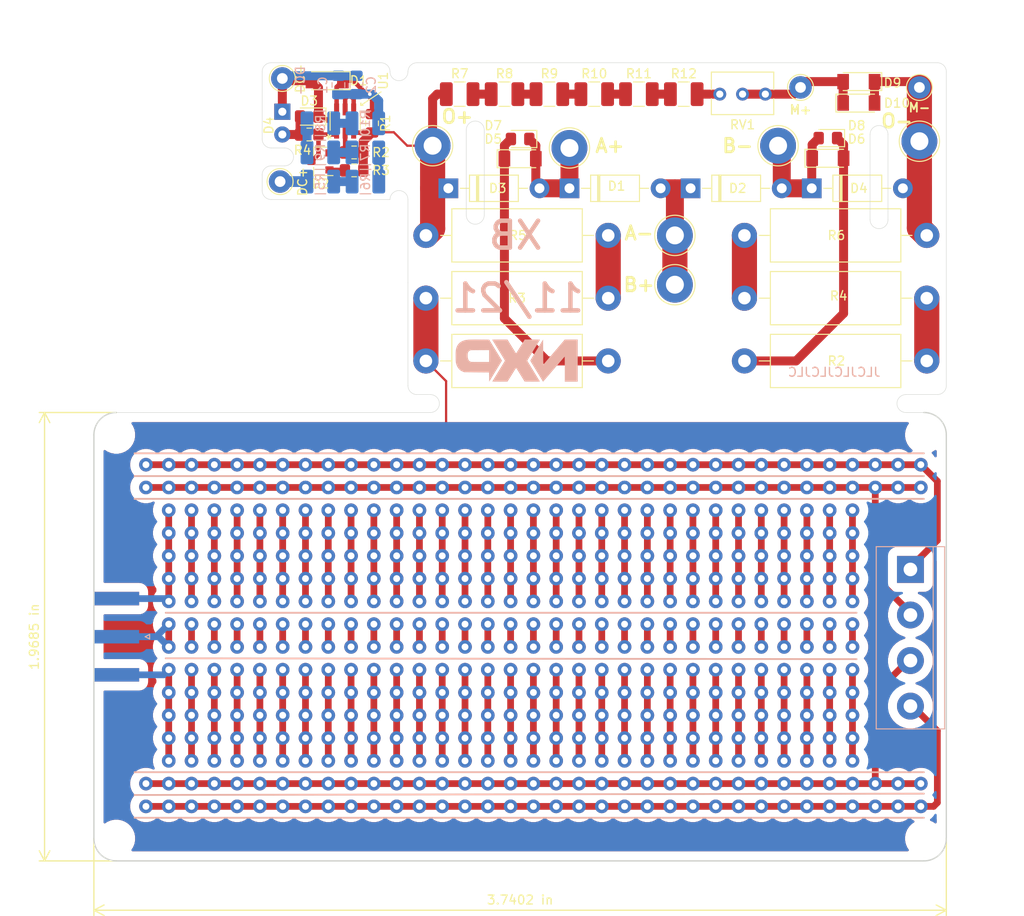
<source format=kicad_pcb>
(kicad_pcb (version 20171130) (host pcbnew 5.1.5+dfsg1-2build2)
  (layers (0 F.Cu signal) (31 B.Cu signal hide) (34 B.Paste user) (35 F.Paste user) (36 B.SilkS user) (37 F.SilkS user) (38 B.Mask user) (39 F.Mask user) (44 Edge.Cuts user))
  (net 0 "")
  (net 1 "Net-(D1-Pad1)")
  (net 2 "Net-(D1-Pad2)")
  (net 3 "Net-(D2-Pad2)")
  (net 4 "Net-(D3-Pad1)")
  (net 5 "Net-(R1-Pad1)")
  (net 6 "Net-(R2-Pad2)")
  (net 7 "Net-(R3-Pad1)")
  (net 8 "Net-(R4-Pad2)")
  (net 9 "Net-(R7-Pad2)")
  (net 10 "Net-(R8-Pad2)")
  (net 11 "Net-(R10-Pad1)")
  (net 12 "Net-(R10-Pad2)")
  (net 13 "Net-(R11-Pad2)")
  (net 14 "Net-(R12-Pad2)")
  (net 15 "Net-(D10-Pad2)")
  (net 16 "Net-(D5-Pad1)")
  (net 17 "Net-(D6-Pad2)")
  (net 18 "Net-(D10-Pad1)")
  (module Alpha_Header:2_Hole_Strip (layer F.Cu) (at 37.92 161.64 90)
    (fp_text reference REF** hide)
    (fp_text value 2_Hole_Strip hide)
    (pad "" thru_hole circle (at 2.54 0 90) (size 1.524 1.524) (drill 0.762) (layers *.Cu *.Mask))
    (pad "" thru_hole circle (at 0 0 90) (size 1.524 1.524) (drill 0.762) (layers *.Cu *.Mask))
  )
  (module Alpha_Header:5_Hole_Strip (layer F.Cu) (at 68.4 156.56 90)
    (fp_text reference REF** hide)
    (fp_text value 5_Hole_Strip hide)
    (pad "" thru_hole circle (at 10.16 0 90) (size 1.524 1.524) (drill 0.762) (layers *.Cu *.Mask))
    (pad "" thru_hole circle (at 7.62 0 90) (size 1.524 1.524) (drill 0.762) (layers *.Cu *.Mask))
    (pad "" thru_hole circle (at 5.08 0 90) (size 1.524 1.524) (drill 0.762) (layers *.Cu *.Mask))
    (pad "" thru_hole circle (at 2.54 0 90) (size 1.524 1.524) (drill 0.762) (layers *.Cu *.Mask))
    (pad "" thru_hole circle (at 0 0 90) (size 1.524 1.524) (drill 0.762) (layers *.Cu *.Mask))
  )
  (module Alpha_Header:5_Hole_Strip (layer F.Cu) (at 106.5 174.34 90)
    (fp_text reference REF** hide)
    (fp_text value 5_Hole_Strip hide)
    (pad "" thru_hole circle (at 10.16 0 90) (size 1.524 1.524) (drill 0.762) (layers *.Cu *.Mask))
    (pad "" thru_hole circle (at 7.62 0 90) (size 1.524 1.524) (drill 0.762) (layers *.Cu *.Mask))
    (pad "" thru_hole circle (at 5.08 0 90) (size 1.524 1.524) (drill 0.762) (layers *.Cu *.Mask))
    (pad "" thru_hole circle (at 2.54 0 90) (size 1.524 1.524) (drill 0.762) (layers *.Cu *.Mask))
    (pad "" thru_hole circle (at 0 0 90) (size 1.524 1.524) (drill 0.762) (layers *.Cu *.Mask))
  )
  (module Alpha_Header:5_Hole_Strip (layer F.Cu) (at 65.86 176.88 180)
    (fp_text reference REF** hide)
    (fp_text value 5_Hole_Strip hide)
    (pad "" thru_hole circle (at 10.16 0 180) (size 1.524 1.524) (drill 0.762) (layers *.Cu *.Mask))
    (pad "" thru_hole circle (at 7.62 0 180) (size 1.524 1.524) (drill 0.762) (layers *.Cu *.Mask))
    (pad "" thru_hole circle (at 5.08 0 180) (size 1.524 1.524) (drill 0.762) (layers *.Cu *.Mask))
    (pad "" thru_hole circle (at 2.54 0 180) (size 1.524 1.524) (drill 0.762) (layers *.Cu *.Mask))
    (pad "" thru_hole circle (at 0 0 180) (size 1.524 1.524) (drill 0.762) (layers *.Cu *.Mask))
  )
  (module Mounting_Holes:MountingHole_2.2mm_M2 (layer F.Cu) (at 117 138 90)
    (fp_text reference REF** hide)
    (fp_text value MountingHole_2.2mm_M2 hide)
    (pad 1 np_thru_hole circle (at 0 0 90) (size 2.2 2.2) (drill 2.2) (layers *.Cu *.Mask))
  )
  (module Alpha_Header:5_Hole_Strip (layer F.Cu) (at 70.94 156.56 90)
    (fp_text reference REF** hide)
    (fp_text value 5_Hole_Strip hide)
    (pad "" thru_hole circle (at 10.16 0 90) (size 1.524 1.524) (drill 0.762) (layers *.Cu *.Mask))
    (pad "" thru_hole circle (at 7.62 0 90) (size 1.524 1.524) (drill 0.762) (layers *.Cu *.Mask))
    (pad "" thru_hole circle (at 5.08 0 90) (size 1.524 1.524) (drill 0.762) (layers *.Cu *.Mask))
    (pad "" thru_hole circle (at 2.54 0 90) (size 1.524 1.524) (drill 0.762) (layers *.Cu *.Mask))
    (pad "" thru_hole circle (at 0 0 90) (size 1.524 1.524) (drill 0.762) (layers *.Cu *.Mask))
  )
  (module Alpha_Header:5_Hole_Strip (layer F.Cu) (at 93.8 174.34 90)
    (fp_text reference REF** hide)
    (fp_text value 5_Hole_Strip hide)
    (pad "" thru_hole circle (at 10.16 0 90) (size 1.524 1.524) (drill 0.762) (layers *.Cu *.Mask))
    (pad "" thru_hole circle (at 7.62 0 90) (size 1.524 1.524) (drill 0.762) (layers *.Cu *.Mask))
    (pad "" thru_hole circle (at 5.08 0 90) (size 1.524 1.524) (drill 0.762) (layers *.Cu *.Mask))
    (pad "" thru_hole circle (at 2.54 0 90) (size 1.524 1.524) (drill 0.762) (layers *.Cu *.Mask))
    (pad "" thru_hole circle (at 0 0 90) (size 1.524 1.524) (drill 0.762) (layers *.Cu *.Mask))
  )
  (module Alpha_Header:5_Hole_Strip (layer F.Cu) (at 70.94 174.34 90)
    (fp_text reference REF** hide)
    (fp_text value 5_Hole_Strip hide)
    (pad "" thru_hole circle (at 10.16 0 90) (size 1.524 1.524) (drill 0.762) (layers *.Cu *.Mask))
    (pad "" thru_hole circle (at 7.62 0 90) (size 1.524 1.524) (drill 0.762) (layers *.Cu *.Mask))
    (pad "" thru_hole circle (at 5.08 0 90) (size 1.524 1.524) (drill 0.762) (layers *.Cu *.Mask))
    (pad "" thru_hole circle (at 2.54 0 90) (size 1.524 1.524) (drill 0.762) (layers *.Cu *.Mask))
    (pad "" thru_hole circle (at 0 0 90) (size 1.524 1.524) (drill 0.762) (layers *.Cu *.Mask))
  )
  (module Alpha_Header:5_Hole_Strip (layer F.Cu) (at 83.64 174.34 90)
    (fp_text reference REF** hide)
    (fp_text value 5_Hole_Strip hide)
    (pad "" thru_hole circle (at 10.16 0 90) (size 1.524 1.524) (drill 0.762) (layers *.Cu *.Mask))
    (pad "" thru_hole circle (at 7.62 0 90) (size 1.524 1.524) (drill 0.762) (layers *.Cu *.Mask))
    (pad "" thru_hole circle (at 5.08 0 90) (size 1.524 1.524) (drill 0.762) (layers *.Cu *.Mask))
    (pad "" thru_hole circle (at 2.54 0 90) (size 1.524 1.524) (drill 0.762) (layers *.Cu *.Mask))
    (pad "" thru_hole circle (at 0 0 90) (size 1.524 1.524) (drill 0.762) (layers *.Cu *.Mask))
  )
  (module Alpha_Header:5_Hole_Strip (layer F.Cu) (at 91.26 174.34 90)
    (fp_text reference REF** hide)
    (fp_text value 5_Hole_Strip hide)
    (pad "" thru_hole circle (at 10.16 0 90) (size 1.524 1.524) (drill 0.762) (layers *.Cu *.Mask))
    (pad "" thru_hole circle (at 7.62 0 90) (size 1.524 1.524) (drill 0.762) (layers *.Cu *.Mask))
    (pad "" thru_hole circle (at 5.08 0 90) (size 1.524 1.524) (drill 0.762) (layers *.Cu *.Mask))
    (pad "" thru_hole circle (at 2.54 0 90) (size 1.524 1.524) (drill 0.762) (layers *.Cu *.Mask))
    (pad "" thru_hole circle (at 0 0 90) (size 1.524 1.524) (drill 0.762) (layers *.Cu *.Mask))
  )
  (module Alpha_Header:5_Hole_Strip (layer F.Cu) (at 109.04 174.34 90)
    (fp_text reference REF** hide)
    (fp_text value 5_Hole_Strip hide)
    (pad "" thru_hole circle (at 10.16 0 90) (size 1.524 1.524) (drill 0.762) (layers *.Cu *.Mask))
    (pad "" thru_hole circle (at 7.62 0 90) (size 1.524 1.524) (drill 0.762) (layers *.Cu *.Mask))
    (pad "" thru_hole circle (at 5.08 0 90) (size 1.524 1.524) (drill 0.762) (layers *.Cu *.Mask))
    (pad "" thru_hole circle (at 2.54 0 90) (size 1.524 1.524) (drill 0.762) (layers *.Cu *.Mask))
    (pad "" thru_hole circle (at 0 0 90) (size 1.524 1.524) (drill 0.762) (layers *.Cu *.Mask))
  )
  (module TerminalBlock:TerminalBlock_bornier-4_P5.08mm (layer B.Cu) (at 115.5 153 270)
    (fp_text reference REF** hide)
    (fp_text value TerminalBlock_bornier-4_P5.08mm)
    (pad 2 thru_hole circle (at 5.08 0 270) (size 3 3) (drill 1.52) (layers *.Cu *.Mask))
    (pad 3 thru_hole circle (at 10.16 0 270) (size 3 3) (drill 1.52) (layers *.Cu *.Mask))
    (pad 1 thru_hole rect (at 0 0 270) (size 3 3) (drill 1.52) (layers *.Cu *.Mask))
    (pad 4 thru_hole circle (at 15.24 0 270) (size 3 3) (drill 1.52) (layers *.Cu *.Mask))
  )
  (module Alpha_Header:2_Hole_Strip (layer F.Cu) (at 91.26 161.64 90)
    (fp_text reference REF** hide)
    (fp_text value 2_Hole_Strip hide)
    (pad "" thru_hole circle (at 2.54 0 90) (size 1.524 1.524) (drill 0.762) (layers *.Cu *.Mask))
    (pad "" thru_hole circle (at 0 0 90) (size 1.524 1.524) (drill 0.762) (layers *.Cu *.Mask))
  )
  (module Alpha_Header:5_Hole_Strip (layer F.Cu) (at 32.84 156.56 90)
    (fp_text reference REF** hide)
    (fp_text value 5_Hole_Strip hide)
    (pad "" thru_hole circle (at 10.16 0 90) (size 1.524 1.524) (drill 0.762) (layers *.Cu *.Mask))
    (pad "" thru_hole circle (at 7.62 0 90) (size 1.524 1.524) (drill 0.762) (layers *.Cu *.Mask))
    (pad "" thru_hole circle (at 5.08 0 90) (size 1.524 1.524) (drill 0.762) (layers *.Cu *.Mask))
    (pad "" thru_hole circle (at 2.54 0 90) (size 1.524 1.524) (drill 0.762) (layers *.Cu *.Mask))
    (pad "" thru_hole circle (at 0 0 90) (size 1.524 1.524) (drill 0.762) (layers *.Cu *.Mask))
  )
  (module Alpha_Header:5_Hole_Strip (layer F.Cu) (at 76.02 174.34 90)
    (fp_text reference REF** hide)
    (fp_text value 5_Hole_Strip hide)
    (pad "" thru_hole circle (at 10.16 0 90) (size 1.524 1.524) (drill 0.762) (layers *.Cu *.Mask))
    (pad "" thru_hole circle (at 7.62 0 90) (size 1.524 1.524) (drill 0.762) (layers *.Cu *.Mask))
    (pad "" thru_hole circle (at 5.08 0 90) (size 1.524 1.524) (drill 0.762) (layers *.Cu *.Mask))
    (pad "" thru_hole circle (at 2.54 0 90) (size 1.524 1.524) (drill 0.762) (layers *.Cu *.Mask))
    (pad "" thru_hole circle (at 0 0 90) (size 1.524 1.524) (drill 0.762) (layers *.Cu *.Mask))
  )
  (module Alpha_Header:5_Hole_Strip (layer F.Cu) (at 103.96 174.34 90)
    (fp_text reference REF** hide)
    (fp_text value 5_Hole_Strip hide)
    (pad "" thru_hole circle (at 10.16 0 90) (size 1.524 1.524) (drill 0.762) (layers *.Cu *.Mask))
    (pad "" thru_hole circle (at 7.62 0 90) (size 1.524 1.524) (drill 0.762) (layers *.Cu *.Mask))
    (pad "" thru_hole circle (at 5.08 0 90) (size 1.524 1.524) (drill 0.762) (layers *.Cu *.Mask))
    (pad "" thru_hole circle (at 2.54 0 90) (size 1.524 1.524) (drill 0.762) (layers *.Cu *.Mask))
    (pad "" thru_hole circle (at 0 0 90) (size 1.524 1.524) (drill 0.762) (layers *.Cu *.Mask))
  )
  (module Alpha_Header:5_Hole_Strip (layer F.Cu) (at 98.88 156.56 90)
    (fp_text reference REF** hide)
    (fp_text value 5_Hole_Strip hide)
    (pad "" thru_hole circle (at 10.16 0 90) (size 1.524 1.524) (drill 0.762) (layers *.Cu *.Mask))
    (pad "" thru_hole circle (at 7.62 0 90) (size 1.524 1.524) (drill 0.762) (layers *.Cu *.Mask))
    (pad "" thru_hole circle (at 5.08 0 90) (size 1.524 1.524) (drill 0.762) (layers *.Cu *.Mask))
    (pad "" thru_hole circle (at 2.54 0 90) (size 1.524 1.524) (drill 0.762) (layers *.Cu *.Mask))
    (pad "" thru_hole circle (at 0 0 90) (size 1.524 1.524) (drill 0.762) (layers *.Cu *.Mask))
  )
  (module Alpha_Header:2_Hole_Strip (layer F.Cu) (at 101.42 161.64 90)
    (fp_text reference REF** hide)
    (fp_text value 2_Hole_Strip hide)
    (pad "" thru_hole circle (at 2.54 0 90) (size 1.524 1.524) (drill 0.762) (layers *.Cu *.Mask))
    (pad "" thru_hole circle (at 0 0 90) (size 1.524 1.524) (drill 0.762) (layers *.Cu *.Mask))
  )
  (module Alpha_Header:5_Hole_Strip (layer F.Cu) (at 78.56 156.56 90)
    (fp_text reference REF** hide)
    (fp_text value 5_Hole_Strip hide)
    (pad "" thru_hole circle (at 10.16 0 90) (size 1.524 1.524) (drill 0.762) (layers *.Cu *.Mask))
    (pad "" thru_hole circle (at 7.62 0 90) (size 1.524 1.524) (drill 0.762) (layers *.Cu *.Mask))
    (pad "" thru_hole circle (at 5.08 0 90) (size 1.524 1.524) (drill 0.762) (layers *.Cu *.Mask))
    (pad "" thru_hole circle (at 2.54 0 90) (size 1.524 1.524) (drill 0.762) (layers *.Cu *.Mask))
    (pad "" thru_hole circle (at 0 0 90) (size 1.524 1.524) (drill 0.762) (layers *.Cu *.Mask))
  )
  (module Alpha_Header:5_Hole_Strip (layer F.Cu) (at 116.66 143.86 180)
    (fp_text reference REF** hide)
    (fp_text value 5_Hole_Strip hide)
    (pad "" thru_hole circle (at 10.16 0 180) (size 1.524 1.524) (drill 0.762) (layers *.Cu *.Mask))
    (pad "" thru_hole circle (at 7.62 0 180) (size 1.524 1.524) (drill 0.762) (layers *.Cu *.Mask))
    (pad "" thru_hole circle (at 5.08 0 180) (size 1.524 1.524) (drill 0.762) (layers *.Cu *.Mask))
    (pad "" thru_hole circle (at 2.54 0 180) (size 1.524 1.524) (drill 0.762) (layers *.Cu *.Mask))
    (pad "" thru_hole circle (at 0 0 180) (size 1.524 1.524) (drill 0.762) (layers *.Cu *.Mask))
  )
  (module Alpha_Header:2_Hole_Strip (layer F.Cu) (at 109.04 161.64 90)
    (fp_text reference REF** hide)
    (fp_text value 2_Hole_Strip hide)
    (pad "" thru_hole circle (at 2.54 0 90) (size 1.524 1.524) (drill 0.762) (layers *.Cu *.Mask))
    (pad "" thru_hole circle (at 0 0 90) (size 1.524 1.524) (drill 0.762) (layers *.Cu *.Mask))
  )
  (module Alpha_Header:5_Hole_Strip (layer F.Cu) (at 65.86 141.32 180)
    (fp_text reference REF** hide)
    (fp_text value 5_Hole_Strip hide)
    (pad "" thru_hole circle (at 10.16 0 180) (size 1.524 1.524) (drill 0.762) (layers *.Cu *.Mask))
    (pad "" thru_hole circle (at 7.62 0 180) (size 1.524 1.524) (drill 0.762) (layers *.Cu *.Mask))
    (pad "" thru_hole circle (at 5.08 0 180) (size 1.524 1.524) (drill 0.762) (layers *.Cu *.Mask))
    (pad "" thru_hole circle (at 2.54 0 180) (size 1.524 1.524) (drill 0.762) (layers *.Cu *.Mask))
    (pad "" thru_hole circle (at 0 0 180) (size 1.524 1.524) (drill 0.762) (layers *.Cu *.Mask))
  )
  (module Alpha_Header:2_Hole_Strip (layer F.Cu) (at 45.54 161.64 90)
    (fp_text reference REF** hide)
    (fp_text value 2_Hole_Strip hide)
    (pad "" thru_hole circle (at 2.54 0 90) (size 1.524 1.524) (drill 0.762) (layers *.Cu *.Mask))
    (pad "" thru_hole circle (at 0 0 90) (size 1.524 1.524) (drill 0.762) (layers *.Cu *.Mask))
  )
  (module Alpha_Header:5_Hole_Strip (layer F.Cu) (at 48.08 156.56 90)
    (fp_text reference REF** hide)
    (fp_text value 5_Hole_Strip hide)
    (pad "" thru_hole circle (at 10.16 0 90) (size 1.524 1.524) (drill 0.762) (layers *.Cu *.Mask))
    (pad "" thru_hole circle (at 7.62 0 90) (size 1.524 1.524) (drill 0.762) (layers *.Cu *.Mask))
    (pad "" thru_hole circle (at 5.08 0 90) (size 1.524 1.524) (drill 0.762) (layers *.Cu *.Mask))
    (pad "" thru_hole circle (at 2.54 0 90) (size 1.524 1.524) (drill 0.762) (layers *.Cu *.Mask))
    (pad "" thru_hole circle (at 0 0 90) (size 1.524 1.524) (drill 0.762) (layers *.Cu *.Mask))
  )
  (module Alpha_Header:5_Hole_Strip (layer F.Cu) (at 60.78 174.34 90)
    (fp_text reference REF** hide)
    (fp_text value 5_Hole_Strip hide)
    (pad "" thru_hole circle (at 10.16 0 90) (size 1.524 1.524) (drill 0.762) (layers *.Cu *.Mask))
    (pad "" thru_hole circle (at 7.62 0 90) (size 1.524 1.524) (drill 0.762) (layers *.Cu *.Mask))
    (pad "" thru_hole circle (at 5.08 0 90) (size 1.524 1.524) (drill 0.762) (layers *.Cu *.Mask))
    (pad "" thru_hole circle (at 2.54 0 90) (size 1.524 1.524) (drill 0.762) (layers *.Cu *.Mask))
    (pad "" thru_hole circle (at 0 0 90) (size 1.524 1.524) (drill 0.762) (layers *.Cu *.Mask))
  )
  (module Alpha_Header:2_Hole_Strip (layer F.Cu) (at 53.16 161.64 90)
    (fp_text reference REF** hide)
    (fp_text value 2_Hole_Strip hide)
    (pad "" thru_hole circle (at 2.54 0 90) (size 1.524 1.524) (drill 0.762) (layers *.Cu *.Mask))
    (pad "" thru_hole circle (at 0 0 90) (size 1.524 1.524) (drill 0.762) (layers *.Cu *.Mask))
  )
  (module Alpha_Header:2_Hole_Strip (layer F.Cu) (at 63.32 161.64 90)
    (fp_text reference REF** hide)
    (fp_text value 2_Hole_Strip hide)
    (pad "" thru_hole circle (at 2.54 0 90) (size 1.524 1.524) (drill 0.762) (layers *.Cu *.Mask))
    (pad "" thru_hole circle (at 0 0 90) (size 1.524 1.524) (drill 0.762) (layers *.Cu *.Mask))
  )
  (module Alpha_Header:2_Hole_Strip (layer F.Cu) (at 73.48 161.64 90)
    (fp_text reference REF** hide)
    (fp_text value 2_Hole_Strip hide)
    (pad "" thru_hole circle (at 2.54 0 90) (size 1.524 1.524) (drill 0.762) (layers *.Cu *.Mask))
    (pad "" thru_hole circle (at 0 0 90) (size 1.524 1.524) (drill 0.762) (layers *.Cu *.Mask))
  )
  (module Alpha_Header:5_Hole_Strip (layer F.Cu) (at 91.26 176.88 180)
    (fp_text reference REF** hide)
    (fp_text value 5_Hole_Strip hide)
    (pad "" thru_hole circle (at 10.16 0 180) (size 1.524 1.524) (drill 0.762) (layers *.Cu *.Mask))
    (pad "" thru_hole circle (at 7.62 0 180) (size 1.524 1.524) (drill 0.762) (layers *.Cu *.Mask))
    (pad "" thru_hole circle (at 5.08 0 180) (size 1.524 1.524) (drill 0.762) (layers *.Cu *.Mask))
    (pad "" thru_hole circle (at 2.54 0 180) (size 1.524 1.524) (drill 0.762) (layers *.Cu *.Mask))
    (pad "" thru_hole circle (at 0 0 180) (size 1.524 1.524) (drill 0.762) (layers *.Cu *.Mask))
  )
  (module Alpha_Header:5_Hole_Strip (layer F.Cu) (at 98.88 174.34 90)
    (fp_text reference REF** hide)
    (fp_text value 5_Hole_Strip hide)
    (pad "" thru_hole circle (at 10.16 0 90) (size 1.524 1.524) (drill 0.762) (layers *.Cu *.Mask))
    (pad "" thru_hole circle (at 7.62 0 90) (size 1.524 1.524) (drill 0.762) (layers *.Cu *.Mask))
    (pad "" thru_hole circle (at 5.08 0 90) (size 1.524 1.524) (drill 0.762) (layers *.Cu *.Mask))
    (pad "" thru_hole circle (at 2.54 0 90) (size 1.524 1.524) (drill 0.762) (layers *.Cu *.Mask))
    (pad "" thru_hole circle (at 0 0 90) (size 1.524 1.524) (drill 0.762) (layers *.Cu *.Mask))
  )
  (module Alpha_Header:5_Hole_Strip (layer F.Cu) (at 37.92 156.56 90)
    (fp_text reference REF** hide)
    (fp_text value 5_Hole_Strip hide)
    (pad "" thru_hole circle (at 10.16 0 90) (size 1.524 1.524) (drill 0.762) (layers *.Cu *.Mask))
    (pad "" thru_hole circle (at 7.62 0 90) (size 1.524 1.524) (drill 0.762) (layers *.Cu *.Mask))
    (pad "" thru_hole circle (at 5.08 0 90) (size 1.524 1.524) (drill 0.762) (layers *.Cu *.Mask))
    (pad "" thru_hole circle (at 2.54 0 90) (size 1.524 1.524) (drill 0.762) (layers *.Cu *.Mask))
    (pad "" thru_hole circle (at 0 0 90) (size 1.524 1.524) (drill 0.762) (layers *.Cu *.Mask))
  )
  (module Alpha_Header:5_Hole_Strip (layer F.Cu) (at 83.64 156.56 90)
    (fp_text reference REF** hide)
    (fp_text value 5_Hole_Strip hide)
    (pad "" thru_hole circle (at 10.16 0 90) (size 1.524 1.524) (drill 0.762) (layers *.Cu *.Mask))
    (pad "" thru_hole circle (at 7.62 0 90) (size 1.524 1.524) (drill 0.762) (layers *.Cu *.Mask))
    (pad "" thru_hole circle (at 5.08 0 90) (size 1.524 1.524) (drill 0.762) (layers *.Cu *.Mask))
    (pad "" thru_hole circle (at 2.54 0 90) (size 1.524 1.524) (drill 0.762) (layers *.Cu *.Mask))
    (pad "" thru_hole circle (at 0 0 90) (size 1.524 1.524) (drill 0.762) (layers *.Cu *.Mask))
  )
  (module Alpha_Header:5_Hole_Strip (layer F.Cu) (at 45.54 174.34 90)
    (fp_text reference REF** hide)
    (fp_text value 5_Hole_Strip hide)
    (pad "" thru_hole circle (at 10.16 0 90) (size 1.524 1.524) (drill 0.762) (layers *.Cu *.Mask))
    (pad "" thru_hole circle (at 7.62 0 90) (size 1.524 1.524) (drill 0.762) (layers *.Cu *.Mask))
    (pad "" thru_hole circle (at 5.08 0 90) (size 1.524 1.524) (drill 0.762) (layers *.Cu *.Mask))
    (pad "" thru_hole circle (at 2.54 0 90) (size 1.524 1.524) (drill 0.762) (layers *.Cu *.Mask))
    (pad "" thru_hole circle (at 0 0 90) (size 1.524 1.524) (drill 0.762) (layers *.Cu *.Mask))
  )
  (module Alpha_Header:5_Hole_Strip (layer F.Cu) (at 91.26 179.42 180)
    (fp_text reference REF** hide)
    (fp_text value 5_Hole_Strip hide)
    (pad "" thru_hole circle (at 10.16 0 180) (size 1.524 1.524) (drill 0.762) (layers *.Cu *.Mask))
    (pad "" thru_hole circle (at 7.62 0 180) (size 1.524 1.524) (drill 0.762) (layers *.Cu *.Mask))
    (pad "" thru_hole circle (at 5.08 0 180) (size 1.524 1.524) (drill 0.762) (layers *.Cu *.Mask))
    (pad "" thru_hole circle (at 2.54 0 180) (size 1.524 1.524) (drill 0.762) (layers *.Cu *.Mask))
    (pad "" thru_hole circle (at 0 0 180) (size 1.524 1.524) (drill 0.762) (layers *.Cu *.Mask))
  )
  (module Alpha_Header:5_Hole_Strip (layer F.Cu) (at 53.16 143.86 180)
    (fp_text reference REF** hide)
    (fp_text value 5_Hole_Strip hide)
    (pad "" thru_hole circle (at 10.16 0 180) (size 1.524 1.524) (drill 0.762) (layers *.Cu *.Mask))
    (pad "" thru_hole circle (at 7.62 0 180) (size 1.524 1.524) (drill 0.762) (layers *.Cu *.Mask))
    (pad "" thru_hole circle (at 5.08 0 180) (size 1.524 1.524) (drill 0.762) (layers *.Cu *.Mask))
    (pad "" thru_hole circle (at 2.54 0 180) (size 1.524 1.524) (drill 0.762) (layers *.Cu *.Mask))
    (pad "" thru_hole circle (at 0 0 180) (size 1.524 1.524) (drill 0.762) (layers *.Cu *.Mask))
  )
  (module Alpha_Header:5_Hole_Strip (layer F.Cu) (at 63.32 156.56 90)
    (fp_text reference REF** hide)
    (fp_text value 5_Hole_Strip hide)
    (pad "" thru_hole circle (at 10.16 0 90) (size 1.524 1.524) (drill 0.762) (layers *.Cu *.Mask))
    (pad "" thru_hole circle (at 7.62 0 90) (size 1.524 1.524) (drill 0.762) (layers *.Cu *.Mask))
    (pad "" thru_hole circle (at 5.08 0 90) (size 1.524 1.524) (drill 0.762) (layers *.Cu *.Mask))
    (pad "" thru_hole circle (at 2.54 0 90) (size 1.524 1.524) (drill 0.762) (layers *.Cu *.Mask))
    (pad "" thru_hole circle (at 0 0 90) (size 1.524 1.524) (drill 0.762) (layers *.Cu *.Mask))
  )
  (module Alpha_Header:2_Hole_Strip (layer F.Cu) (at 106.5 161.64 90)
    (fp_text reference REF** hide)
    (fp_text value 2_Hole_Strip hide)
    (pad "" thru_hole circle (at 2.54 0 90) (size 1.524 1.524) (drill 0.762) (layers *.Cu *.Mask))
    (pad "" thru_hole circle (at 0 0 90) (size 1.524 1.524) (drill 0.762) (layers *.Cu *.Mask))
  )
  (module Alpha_Header:5_Hole_Strip (layer F.Cu) (at 65.86 156.56 90)
    (fp_text reference REF** hide)
    (fp_text value 5_Hole_Strip hide)
    (pad "" thru_hole circle (at 10.16 0 90) (size 1.524 1.524) (drill 0.762) (layers *.Cu *.Mask))
    (pad "" thru_hole circle (at 7.62 0 90) (size 1.524 1.524) (drill 0.762) (layers *.Cu *.Mask))
    (pad "" thru_hole circle (at 5.08 0 90) (size 1.524 1.524) (drill 0.762) (layers *.Cu *.Mask))
    (pad "" thru_hole circle (at 2.54 0 90) (size 1.524 1.524) (drill 0.762) (layers *.Cu *.Mask))
    (pad "" thru_hole circle (at 0 0 90) (size 1.524 1.524) (drill 0.762) (layers *.Cu *.Mask))
  )
  (module Alpha_Header:5_Hole_Strip (layer F.Cu) (at 116.66 179.42 180)
    (fp_text reference REF** hide)
    (fp_text value 5_Hole_Strip hide)
    (pad "" thru_hole circle (at 10.16 0 180) (size 1.524 1.524) (drill 0.762) (layers *.Cu *.Mask))
    (pad "" thru_hole circle (at 7.62 0 180) (size 1.524 1.524) (drill 0.762) (layers *.Cu *.Mask))
    (pad "" thru_hole circle (at 5.08 0 180) (size 1.524 1.524) (drill 0.762) (layers *.Cu *.Mask))
    (pad "" thru_hole circle (at 2.54 0 180) (size 1.524 1.524) (drill 0.762) (layers *.Cu *.Mask))
    (pad "" thru_hole circle (at 0 0 180) (size 1.524 1.524) (drill 0.762) (layers *.Cu *.Mask))
  )
  (module Alpha_Header:2_Hole_Strip (layer F.Cu) (at 58.24 161.64 90)
    (fp_text reference REF** hide)
    (fp_text value 2_Hole_Strip hide)
    (pad "" thru_hole circle (at 2.54 0 90) (size 1.524 1.524) (drill 0.762) (layers *.Cu *.Mask))
    (pad "" thru_hole circle (at 0 0 90) (size 1.524 1.524) (drill 0.762) (layers *.Cu *.Mask))
  )
  (module Alpha_Header:5_Hole_Strip (layer F.Cu) (at 63.32 174.34 90)
    (fp_text reference REF** hide)
    (fp_text value 5_Hole_Strip hide)
    (pad "" thru_hole circle (at 10.16 0 90) (size 1.524 1.524) (drill 0.762) (layers *.Cu *.Mask))
    (pad "" thru_hole circle (at 7.62 0 90) (size 1.524 1.524) (drill 0.762) (layers *.Cu *.Mask))
    (pad "" thru_hole circle (at 5.08 0 90) (size 1.524 1.524) (drill 0.762) (layers *.Cu *.Mask))
    (pad "" thru_hole circle (at 2.54 0 90) (size 1.524 1.524) (drill 0.762) (layers *.Cu *.Mask))
    (pad "" thru_hole circle (at 0 0 90) (size 1.524 1.524) (drill 0.762) (layers *.Cu *.Mask))
  )
  (module Alpha_Header:5_Hole_Strip (layer F.Cu) (at 88.72 156.56 90)
    (fp_text reference REF** hide)
    (fp_text value 5_Hole_Strip hide)
    (pad "" thru_hole circle (at 10.16 0 90) (size 1.524 1.524) (drill 0.762) (layers *.Cu *.Mask))
    (pad "" thru_hole circle (at 7.62 0 90) (size 1.524 1.524) (drill 0.762) (layers *.Cu *.Mask))
    (pad "" thru_hole circle (at 5.08 0 90) (size 1.524 1.524) (drill 0.762) (layers *.Cu *.Mask))
    (pad "" thru_hole circle (at 2.54 0 90) (size 1.524 1.524) (drill 0.762) (layers *.Cu *.Mask))
    (pad "" thru_hole circle (at 0 0 90) (size 1.524 1.524) (drill 0.762) (layers *.Cu *.Mask))
  )
  (module Alpha_Header:5_Hole_Strip (layer F.Cu) (at 37.92 174.34 90)
    (fp_text reference REF** hide)
    (fp_text value 5_Hole_Strip hide)
    (pad "" thru_hole circle (at 10.16 0 90) (size 1.524 1.524) (drill 0.762) (layers *.Cu *.Mask))
    (pad "" thru_hole circle (at 7.62 0 90) (size 1.524 1.524) (drill 0.762) (layers *.Cu *.Mask))
    (pad "" thru_hole circle (at 5.08 0 90) (size 1.524 1.524) (drill 0.762) (layers *.Cu *.Mask))
    (pad "" thru_hole circle (at 2.54 0 90) (size 1.524 1.524) (drill 0.762) (layers *.Cu *.Mask))
    (pad "" thru_hole circle (at 0 0 90) (size 1.524 1.524) (drill 0.762) (layers *.Cu *.Mask))
  )
  (module Connector_Coaxial:SMA_Amphenol_132289_EdgeMount (layer B.Cu) (at 27 160.5 180)
    (fp_text reference REF** hide)
    (fp_text value SMA_Amphenol_132289_EdgeMount hide)
    (pad 2 smd rect (at 0 -4.25 90) (size 1.5 5.08) (layers F.Cu F.Paste F.Mask))
    (pad 2 smd rect (at 0 4.25 90) (size 1.5 5.08) (layers F.Cu F.Paste F.Mask))
    (pad 2 smd rect (at 0 -4.25 90) (size 1.5 5.08) (layers B.Cu B.Paste B.Mask))
    (pad 2 smd rect (at 0 4.25 90) (size 1.5 5.08) (layers B.Cu B.Paste B.Mask))
    (pad 1 smd rect (at 0 0 90) (size 1.5 5.08) (layers B.Cu B.Paste B.Mask))
  )
  (module Alpha_Header:5_Hole_Strip (layer F.Cu) (at 86.18 156.56 90)
    (fp_text reference REF** hide)
    (fp_text value 5_Hole_Strip hide)
    (pad "" thru_hole circle (at 10.16 0 90) (size 1.524 1.524) (drill 0.762) (layers *.Cu *.Mask))
    (pad "" thru_hole circle (at 7.62 0 90) (size 1.524 1.524) (drill 0.762) (layers *.Cu *.Mask))
    (pad "" thru_hole circle (at 5.08 0 90) (size 1.524 1.524) (drill 0.762) (layers *.Cu *.Mask))
    (pad "" thru_hole circle (at 2.54 0 90) (size 1.524 1.524) (drill 0.762) (layers *.Cu *.Mask))
    (pad "" thru_hole circle (at 0 0 90) (size 1.524 1.524) (drill 0.762) (layers *.Cu *.Mask))
  )
  (module Alpha_Header:5_Hole_Strip (layer F.Cu) (at 116.66 176.88 180)
    (fp_text reference REF** hide)
    (fp_text value 5_Hole_Strip hide)
    (pad "" thru_hole circle (at 10.16 0 180) (size 1.524 1.524) (drill 0.762) (layers *.Cu *.Mask))
    (pad "" thru_hole circle (at 7.62 0 180) (size 1.524 1.524) (drill 0.762) (layers *.Cu *.Mask))
    (pad "" thru_hole circle (at 5.08 0 180) (size 1.524 1.524) (drill 0.762) (layers *.Cu *.Mask))
    (pad "" thru_hole circle (at 2.54 0 180) (size 1.524 1.524) (drill 0.762) (layers *.Cu *.Mask))
    (pad "" thru_hole circle (at 0 0 180) (size 1.524 1.524) (drill 0.762) (layers *.Cu *.Mask))
  )
  (module Alpha_Header:2_Hole_Strip (layer F.Cu) (at 48.08 161.64 90)
    (fp_text reference REF** hide)
    (fp_text value 2_Hole_Strip hide)
    (pad "" thru_hole circle (at 2.54 0 90) (size 1.524 1.524) (drill 0.762) (layers *.Cu *.Mask))
    (pad "" thru_hole circle (at 0 0 90) (size 1.524 1.524) (drill 0.762) (layers *.Cu *.Mask))
  )
  (module Alpha_Header:2_Hole_Strip (layer F.Cu) (at 50.62 161.64 90)
    (fp_text reference REF** hide)
    (fp_text value 2_Hole_Strip hide)
    (pad "" thru_hole circle (at 2.54 0 90) (size 1.524 1.524) (drill 0.762) (layers *.Cu *.Mask))
    (pad "" thru_hole circle (at 0 0 90) (size 1.524 1.524) (drill 0.762) (layers *.Cu *.Mask))
  )
  (module Alpha_Header:5_Hole_Strip (layer F.Cu) (at 68.4 174.34 90)
    (fp_text reference REF** hide)
    (fp_text value 5_Hole_Strip hide)
    (pad "" thru_hole circle (at 10.16 0 90) (size 1.524 1.524) (drill 0.762) (layers *.Cu *.Mask))
    (pad "" thru_hole circle (at 7.62 0 90) (size 1.524 1.524) (drill 0.762) (layers *.Cu *.Mask))
    (pad "" thru_hole circle (at 5.08 0 90) (size 1.524 1.524) (drill 0.762) (layers *.Cu *.Mask))
    (pad "" thru_hole circle (at 2.54 0 90) (size 1.524 1.524) (drill 0.762) (layers *.Cu *.Mask))
    (pad "" thru_hole circle (at 0 0 90) (size 1.524 1.524) (drill 0.762) (layers *.Cu *.Mask))
  )
  (module Alpha_Header:2_Hole_Strip (layer F.Cu) (at 93.8 161.64 90)
    (fp_text reference REF** hide)
    (fp_text value 2_Hole_Strip hide)
    (pad "" thru_hole circle (at 2.54 0 90) (size 1.524 1.524) (drill 0.762) (layers *.Cu *.Mask))
    (pad "" thru_hole circle (at 0 0 90) (size 1.524 1.524) (drill 0.762) (layers *.Cu *.Mask))
  )
  (module Alpha_Header:5_Hole_Strip (layer F.Cu) (at 91.26 156.56 90)
    (fp_text reference REF** hide)
    (fp_text value 5_Hole_Strip hide)
    (pad "" thru_hole circle (at 10.16 0 90) (size 1.524 1.524) (drill 0.762) (layers *.Cu *.Mask))
    (pad "" thru_hole circle (at 7.62 0 90) (size 1.524 1.524) (drill 0.762) (layers *.Cu *.Mask))
    (pad "" thru_hole circle (at 5.08 0 90) (size 1.524 1.524) (drill 0.762) (layers *.Cu *.Mask))
    (pad "" thru_hole circle (at 2.54 0 90) (size 1.524 1.524) (drill 0.762) (layers *.Cu *.Mask))
    (pad "" thru_hole circle (at 0 0 90) (size 1.524 1.524) (drill 0.762) (layers *.Cu *.Mask))
  )
  (module Alpha_Header:5_Hole_Strip (layer F.Cu) (at 43 174.34 90)
    (fp_text reference REF** hide)
    (fp_text value 5_Hole_Strip hide)
    (pad "" thru_hole circle (at 10.16 0 90) (size 1.524 1.524) (drill 0.762) (layers *.Cu *.Mask))
    (pad "" thru_hole circle (at 7.62 0 90) (size 1.524 1.524) (drill 0.762) (layers *.Cu *.Mask))
    (pad "" thru_hole circle (at 5.08 0 90) (size 1.524 1.524) (drill 0.762) (layers *.Cu *.Mask))
    (pad "" thru_hole circle (at 2.54 0 90) (size 1.524 1.524) (drill 0.762) (layers *.Cu *.Mask))
    (pad "" thru_hole circle (at 0 0 90) (size 1.524 1.524) (drill 0.762) (layers *.Cu *.Mask))
  )
  (module Alpha_Header:2_Hole_Strip (layer F.Cu) (at 83.64 161.64 90)
    (fp_text reference REF** hide)
    (fp_text value 2_Hole_Strip hide)
    (pad "" thru_hole circle (at 2.54 0 90) (size 1.524 1.524) (drill 0.762) (layers *.Cu *.Mask))
    (pad "" thru_hole circle (at 0 0 90) (size 1.524 1.524) (drill 0.762) (layers *.Cu *.Mask))
  )
  (module Alpha_Header:5_Hole_Strip (layer F.Cu) (at 65.86 174.34 90)
    (fp_text reference REF** hide)
    (fp_text value 5_Hole_Strip hide)
    (pad "" thru_hole circle (at 10.16 0 90) (size 1.524 1.524) (drill 0.762) (layers *.Cu *.Mask))
    (pad "" thru_hole circle (at 7.62 0 90) (size 1.524 1.524) (drill 0.762) (layers *.Cu *.Mask))
    (pad "" thru_hole circle (at 5.08 0 90) (size 1.524 1.524) (drill 0.762) (layers *.Cu *.Mask))
    (pad "" thru_hole circle (at 2.54 0 90) (size 1.524 1.524) (drill 0.762) (layers *.Cu *.Mask))
    (pad "" thru_hole circle (at 0 0 90) (size 1.524 1.524) (drill 0.762) (layers *.Cu *.Mask))
  )
  (module Alpha_Header:5_Hole_Strip (layer F.Cu) (at 78.56 141.32 180)
    (fp_text reference REF** hide)
    (fp_text value 5_Hole_Strip hide)
    (pad "" thru_hole circle (at 10.16 0 180) (size 1.524 1.524) (drill 0.762) (layers *.Cu *.Mask))
    (pad "" thru_hole circle (at 7.62 0 180) (size 1.524 1.524) (drill 0.762) (layers *.Cu *.Mask))
    (pad "" thru_hole circle (at 5.08 0 180) (size 1.524 1.524) (drill 0.762) (layers *.Cu *.Mask))
    (pad "" thru_hole circle (at 2.54 0 180) (size 1.524 1.524) (drill 0.762) (layers *.Cu *.Mask))
    (pad "" thru_hole circle (at 0 0 180) (size 1.524 1.524) (drill 0.762) (layers *.Cu *.Mask))
  )
  (module Alpha_Header:5_Hole_Strip (layer F.Cu) (at 103.96 141.32 180)
    (fp_text reference REF** hide)
    (fp_text value 5_Hole_Strip hide)
    (pad "" thru_hole circle (at 10.16 0 180) (size 1.524 1.524) (drill 0.762) (layers *.Cu *.Mask))
    (pad "" thru_hole circle (at 7.62 0 180) (size 1.524 1.524) (drill 0.762) (layers *.Cu *.Mask))
    (pad "" thru_hole circle (at 5.08 0 180) (size 1.524 1.524) (drill 0.762) (layers *.Cu *.Mask))
    (pad "" thru_hole circle (at 2.54 0 180) (size 1.524 1.524) (drill 0.762) (layers *.Cu *.Mask))
    (pad "" thru_hole circle (at 0 0 180) (size 1.524 1.524) (drill 0.762) (layers *.Cu *.Mask))
  )
  (module Alpha_Header:5_Hole_Strip (layer F.Cu) (at 88.72 174.34 90)
    (fp_text reference REF** hide)
    (fp_text value 5_Hole_Strip hide)
    (pad "" thru_hole circle (at 10.16 0 90) (size 1.524 1.524) (drill 0.762) (layers *.Cu *.Mask))
    (pad "" thru_hole circle (at 7.62 0 90) (size 1.524 1.524) (drill 0.762) (layers *.Cu *.Mask))
    (pad "" thru_hole circle (at 5.08 0 90) (size 1.524 1.524) (drill 0.762) (layers *.Cu *.Mask))
    (pad "" thru_hole circle (at 2.54 0 90) (size 1.524 1.524) (drill 0.762) (layers *.Cu *.Mask))
    (pad "" thru_hole circle (at 0 0 90) (size 1.524 1.524) (drill 0.762) (layers *.Cu *.Mask))
  )
  (module Alpha_Header:5_Hole_Strip (layer F.Cu) (at 73.48 174.34 90)
    (fp_text reference REF** hide)
    (fp_text value 5_Hole_Strip hide)
    (pad "" thru_hole circle (at 10.16 0 90) (size 1.524 1.524) (drill 0.762) (layers *.Cu *.Mask))
    (pad "" thru_hole circle (at 7.62 0 90) (size 1.524 1.524) (drill 0.762) (layers *.Cu *.Mask))
    (pad "" thru_hole circle (at 5.08 0 90) (size 1.524 1.524) (drill 0.762) (layers *.Cu *.Mask))
    (pad "" thru_hole circle (at 2.54 0 90) (size 1.524 1.524) (drill 0.762) (layers *.Cu *.Mask))
    (pad "" thru_hole circle (at 0 0 90) (size 1.524 1.524) (drill 0.762) (layers *.Cu *.Mask))
  )
  (module Alpha_Header:5_Hole_Strip (layer F.Cu) (at 50.62 174.34 90)
    (fp_text reference REF** hide)
    (fp_text value 5_Hole_Strip hide)
    (pad "" thru_hole circle (at 10.16 0 90) (size 1.524 1.524) (drill 0.762) (layers *.Cu *.Mask))
    (pad "" thru_hole circle (at 7.62 0 90) (size 1.524 1.524) (drill 0.762) (layers *.Cu *.Mask))
    (pad "" thru_hole circle (at 5.08 0 90) (size 1.524 1.524) (drill 0.762) (layers *.Cu *.Mask))
    (pad "" thru_hole circle (at 2.54 0 90) (size 1.524 1.524) (drill 0.762) (layers *.Cu *.Mask))
    (pad "" thru_hole circle (at 0 0 90) (size 1.524 1.524) (drill 0.762) (layers *.Cu *.Mask))
  )
  (module Alpha_Header:5_Hole_Strip (layer F.Cu) (at 78.56 176.88 180)
    (fp_text reference REF** hide)
    (fp_text value 5_Hole_Strip hide)
    (pad "" thru_hole circle (at 10.16 0 180) (size 1.524 1.524) (drill 0.762) (layers *.Cu *.Mask))
    (pad "" thru_hole circle (at 7.62 0 180) (size 1.524 1.524) (drill 0.762) (layers *.Cu *.Mask))
    (pad "" thru_hole circle (at 5.08 0 180) (size 1.524 1.524) (drill 0.762) (layers *.Cu *.Mask))
    (pad "" thru_hole circle (at 2.54 0 180) (size 1.524 1.524) (drill 0.762) (layers *.Cu *.Mask))
    (pad "" thru_hole circle (at 0 0 180) (size 1.524 1.524) (drill 0.762) (layers *.Cu *.Mask))
  )
  (module Alpha_Header:5_Hole_Strip (layer F.Cu) (at 76.02 156.56 90)
    (fp_text reference REF** hide)
    (fp_text value 5_Hole_Strip hide)
    (pad "" thru_hole circle (at 10.16 0 90) (size 1.524 1.524) (drill 0.762) (layers *.Cu *.Mask))
    (pad "" thru_hole circle (at 7.62 0 90) (size 1.524 1.524) (drill 0.762) (layers *.Cu *.Mask))
    (pad "" thru_hole circle (at 5.08 0 90) (size 1.524 1.524) (drill 0.762) (layers *.Cu *.Mask))
    (pad "" thru_hole circle (at 2.54 0 90) (size 1.524 1.524) (drill 0.762) (layers *.Cu *.Mask))
    (pad "" thru_hole circle (at 0 0 90) (size 1.524 1.524) (drill 0.762) (layers *.Cu *.Mask))
  )
  (module Alpha_Header:2_Hole_Strip (layer F.Cu) (at 70.94 161.64 90)
    (fp_text reference REF** hide)
    (fp_text value 2_Hole_Strip hide)
    (pad "" thru_hole circle (at 2.54 0 90) (size 1.524 1.524) (drill 0.762) (layers *.Cu *.Mask))
    (pad "" thru_hole circle (at 0 0 90) (size 1.524 1.524) (drill 0.762) (layers *.Cu *.Mask))
  )
  (module Alpha_Header:2_Hole_Strip (layer F.Cu) (at 60.78 161.64 90)
    (fp_text reference REF** hide)
    (fp_text value 2_Hole_Strip hide)
    (pad "" thru_hole circle (at 2.54 0 90) (size 1.524 1.524) (drill 0.762) (layers *.Cu *.Mask))
    (pad "" thru_hole circle (at 0 0 90) (size 1.524 1.524) (drill 0.762) (layers *.Cu *.Mask))
  )
  (module Alpha_Header:5_Hole_Strip (layer F.Cu) (at 45.54 156.56 90)
    (fp_text reference REF** hide)
    (fp_text value 5_Hole_Strip hide)
    (pad "" thru_hole circle (at 10.16 0 90) (size 1.524 1.524) (drill 0.762) (layers *.Cu *.Mask))
    (pad "" thru_hole circle (at 7.62 0 90) (size 1.524 1.524) (drill 0.762) (layers *.Cu *.Mask))
    (pad "" thru_hole circle (at 5.08 0 90) (size 1.524 1.524) (drill 0.762) (layers *.Cu *.Mask))
    (pad "" thru_hole circle (at 2.54 0 90) (size 1.524 1.524) (drill 0.762) (layers *.Cu *.Mask))
    (pad "" thru_hole circle (at 0 0 90) (size 1.524 1.524) (drill 0.762) (layers *.Cu *.Mask))
  )
  (module Alpha_Header:5_Hole_Strip (layer F.Cu) (at 55.7 174.34 90)
    (fp_text reference REF** hide)
    (fp_text value 5_Hole_Strip hide)
    (pad "" thru_hole circle (at 10.16 0 90) (size 1.524 1.524) (drill 0.762) (layers *.Cu *.Mask))
    (pad "" thru_hole circle (at 7.62 0 90) (size 1.524 1.524) (drill 0.762) (layers *.Cu *.Mask))
    (pad "" thru_hole circle (at 5.08 0 90) (size 1.524 1.524) (drill 0.762) (layers *.Cu *.Mask))
    (pad "" thru_hole circle (at 2.54 0 90) (size 1.524 1.524) (drill 0.762) (layers *.Cu *.Mask))
    (pad "" thru_hole circle (at 0 0 90) (size 1.524 1.524) (drill 0.762) (layers *.Cu *.Mask))
  )
  (module Alpha_Header:5_Hole_Strip (layer F.Cu) (at 35.38 174.34 90)
    (fp_text reference REF** hide)
    (fp_text value 5_Hole_Strip hide)
    (pad "" thru_hole circle (at 10.16 0 90) (size 1.524 1.524) (drill 0.762) (layers *.Cu *.Mask))
    (pad "" thru_hole circle (at 7.62 0 90) (size 1.524 1.524) (drill 0.762) (layers *.Cu *.Mask))
    (pad "" thru_hole circle (at 5.08 0 90) (size 1.524 1.524) (drill 0.762) (layers *.Cu *.Mask))
    (pad "" thru_hole circle (at 2.54 0 90) (size 1.524 1.524) (drill 0.762) (layers *.Cu *.Mask))
    (pad "" thru_hole circle (at 0 0 90) (size 1.524 1.524) (drill 0.762) (layers *.Cu *.Mask))
  )
  (module Alpha_Header:5_Hole_Strip (layer F.Cu) (at 50.62 156.56 90)
    (fp_text reference REF** hide)
    (fp_text value 5_Hole_Strip hide)
    (pad "" thru_hole circle (at 10.16 0 90) (size 1.524 1.524) (drill 0.762) (layers *.Cu *.Mask))
    (pad "" thru_hole circle (at 7.62 0 90) (size 1.524 1.524) (drill 0.762) (layers *.Cu *.Mask))
    (pad "" thru_hole circle (at 5.08 0 90) (size 1.524 1.524) (drill 0.762) (layers *.Cu *.Mask))
    (pad "" thru_hole circle (at 2.54 0 90) (size 1.524 1.524) (drill 0.762) (layers *.Cu *.Mask))
    (pad "" thru_hole circle (at 0 0 90) (size 1.524 1.524) (drill 0.762) (layers *.Cu *.Mask))
  )
  (module Alpha_Header:5_Hole_Strip (layer F.Cu) (at 73.48 156.56 90)
    (fp_text reference REF** hide)
    (fp_text value 5_Hole_Strip hide)
    (pad "" thru_hole circle (at 10.16 0 90) (size 1.524 1.524) (drill 0.762) (layers *.Cu *.Mask))
    (pad "" thru_hole circle (at 7.62 0 90) (size 1.524 1.524) (drill 0.762) (layers *.Cu *.Mask))
    (pad "" thru_hole circle (at 5.08 0 90) (size 1.524 1.524) (drill 0.762) (layers *.Cu *.Mask))
    (pad "" thru_hole circle (at 2.54 0 90) (size 1.524 1.524) (drill 0.762) (layers *.Cu *.Mask))
    (pad "" thru_hole circle (at 0 0 90) (size 1.524 1.524) (drill 0.762) (layers *.Cu *.Mask))
  )
  (module Alpha_Header:5_Hole_Strip (layer F.Cu) (at 103.96 143.86 180)
    (fp_text reference REF** hide)
    (fp_text value 5_Hole_Strip hide)
    (pad "" thru_hole circle (at 10.16 0 180) (size 1.524 1.524) (drill 0.762) (layers *.Cu *.Mask))
    (pad "" thru_hole circle (at 7.62 0 180) (size 1.524 1.524) (drill 0.762) (layers *.Cu *.Mask))
    (pad "" thru_hole circle (at 5.08 0 180) (size 1.524 1.524) (drill 0.762) (layers *.Cu *.Mask))
    (pad "" thru_hole circle (at 2.54 0 180) (size 1.524 1.524) (drill 0.762) (layers *.Cu *.Mask))
    (pad "" thru_hole circle (at 0 0 180) (size 1.524 1.524) (drill 0.762) (layers *.Cu *.Mask))
  )
  (module Alpha_Header:5_Hole_Strip (layer F.Cu) (at 81.1 174.34 90)
    (fp_text reference REF** hide)
    (fp_text value 5_Hole_Strip hide)
    (pad "" thru_hole circle (at 10.16 0 90) (size 1.524 1.524) (drill 0.762) (layers *.Cu *.Mask))
    (pad "" thru_hole circle (at 7.62 0 90) (size 1.524 1.524) (drill 0.762) (layers *.Cu *.Mask))
    (pad "" thru_hole circle (at 5.08 0 90) (size 1.524 1.524) (drill 0.762) (layers *.Cu *.Mask))
    (pad "" thru_hole circle (at 2.54 0 90) (size 1.524 1.524) (drill 0.762) (layers *.Cu *.Mask))
    (pad "" thru_hole circle (at 0 0 90) (size 1.524 1.524) (drill 0.762) (layers *.Cu *.Mask))
  )
  (module Alpha_Header:5_Hole_Strip (layer F.Cu) (at 93.8 156.56 90)
    (fp_text reference REF** hide)
    (fp_text value 5_Hole_Strip hide)
    (pad "" thru_hole circle (at 10.16 0 90) (size 1.524 1.524) (drill 0.762) (layers *.Cu *.Mask))
    (pad "" thru_hole circle (at 7.62 0 90) (size 1.524 1.524) (drill 0.762) (layers *.Cu *.Mask))
    (pad "" thru_hole circle (at 5.08 0 90) (size 1.524 1.524) (drill 0.762) (layers *.Cu *.Mask))
    (pad "" thru_hole circle (at 2.54 0 90) (size 1.524 1.524) (drill 0.762) (layers *.Cu *.Mask))
    (pad "" thru_hole circle (at 0 0 90) (size 1.524 1.524) (drill 0.762) (layers *.Cu *.Mask))
  )
  (module Alpha_Header:5_Hole_Strip (layer F.Cu) (at 116.66 141.32 180)
    (fp_text reference REF** hide)
    (fp_text value 5_Hole_Strip hide)
    (pad "" thru_hole circle (at 10.16 0 180) (size 1.524 1.524) (drill 0.762) (layers *.Cu *.Mask))
    (pad "" thru_hole circle (at 7.62 0 180) (size 1.524 1.524) (drill 0.762) (layers *.Cu *.Mask))
    (pad "" thru_hole circle (at 5.08 0 180) (size 1.524 1.524) (drill 0.762) (layers *.Cu *.Mask))
    (pad "" thru_hole circle (at 2.54 0 180) (size 1.524 1.524) (drill 0.762) (layers *.Cu *.Mask))
    (pad "" thru_hole circle (at 0 0 180) (size 1.524 1.524) (drill 0.762) (layers *.Cu *.Mask))
  )
  (module Alpha_Header:2_Hole_Strip (layer F.Cu) (at 81.1 161.64 90)
    (fp_text reference REF** hide)
    (fp_text value 2_Hole_Strip hide)
    (pad "" thru_hole circle (at 2.54 0 90) (size 1.524 1.524) (drill 0.762) (layers *.Cu *.Mask))
    (pad "" thru_hole circle (at 0 0 90) (size 1.524 1.524) (drill 0.762) (layers *.Cu *.Mask))
  )
  (module Alpha_Header:5_Hole_Strip (layer F.Cu) (at 65.86 179.42 180)
    (fp_text reference REF** hide)
    (fp_text value 5_Hole_Strip hide)
    (pad "" thru_hole circle (at 10.16 0 180) (size 1.524 1.524) (drill 0.762) (layers *.Cu *.Mask))
    (pad "" thru_hole circle (at 7.62 0 180) (size 1.524 1.524) (drill 0.762) (layers *.Cu *.Mask))
    (pad "" thru_hole circle (at 5.08 0 180) (size 1.524 1.524) (drill 0.762) (layers *.Cu *.Mask))
    (pad "" thru_hole circle (at 2.54 0 180) (size 1.524 1.524) (drill 0.762) (layers *.Cu *.Mask))
    (pad "" thru_hole circle (at 0 0 180) (size 1.524 1.524) (drill 0.762) (layers *.Cu *.Mask))
  )
  (module Alpha_Header:2_Hole_Strip (layer F.Cu) (at 40.46 161.64 90)
    (fp_text reference REF** hide)
    (fp_text value 2_Hole_Strip hide)
    (pad "" thru_hole circle (at 2.54 0 90) (size 1.524 1.524) (drill 0.762) (layers *.Cu *.Mask))
    (pad "" thru_hole circle (at 0 0 90) (size 1.524 1.524) (drill 0.762) (layers *.Cu *.Mask))
  )
  (module Alpha_Header:5_Hole_Strip (layer F.Cu) (at 32.84 174.34 90)
    (fp_text reference REF** hide)
    (fp_text value 5_Hole_Strip hide)
    (pad "" thru_hole circle (at 10.16 0 90) (size 1.524 1.524) (drill 0.762) (layers *.Cu *.Mask))
    (pad "" thru_hole circle (at 7.62 0 90) (size 1.524 1.524) (drill 0.762) (layers *.Cu *.Mask))
    (pad "" thru_hole circle (at 5.08 0 90) (size 1.524 1.524) (drill 0.762) (layers *.Cu *.Mask))
    (pad "" thru_hole circle (at 2.54 0 90) (size 1.524 1.524) (drill 0.762) (layers *.Cu *.Mask))
    (pad "" thru_hole circle (at 0 0 90) (size 1.524 1.524) (drill 0.762) (layers *.Cu *.Mask))
  )
  (module Alpha_Header:2_Hole_Strip (layer F.Cu) (at 55.7 161.64 90)
    (fp_text reference REF** hide)
    (fp_text value 2_Hole_Strip hide)
    (pad "" thru_hole circle (at 2.54 0 90) (size 1.524 1.524) (drill 0.762) (layers *.Cu *.Mask))
    (pad "" thru_hole circle (at 0 0 90) (size 1.524 1.524) (drill 0.762) (layers *.Cu *.Mask))
  )
  (module Alpha_Header:5_Hole_Strip (layer F.Cu) (at 101.42 174.34 90)
    (fp_text reference REF** hide)
    (fp_text value 5_Hole_Strip hide)
    (pad "" thru_hole circle (at 10.16 0 90) (size 1.524 1.524) (drill 0.762) (layers *.Cu *.Mask))
    (pad "" thru_hole circle (at 7.62 0 90) (size 1.524 1.524) (drill 0.762) (layers *.Cu *.Mask))
    (pad "" thru_hole circle (at 5.08 0 90) (size 1.524 1.524) (drill 0.762) (layers *.Cu *.Mask))
    (pad "" thru_hole circle (at 2.54 0 90) (size 1.524 1.524) (drill 0.762) (layers *.Cu *.Mask))
    (pad "" thru_hole circle (at 0 0 90) (size 1.524 1.524) (drill 0.762) (layers *.Cu *.Mask))
  )
  (module Alpha_Header:5_Hole_Strip (layer F.Cu) (at 60.78 156.56 90)
    (fp_text reference REF** hide)
    (fp_text value 5_Hole_Strip hide)
    (pad "" thru_hole circle (at 10.16 0 90) (size 1.524 1.524) (drill 0.762) (layers *.Cu *.Mask))
    (pad "" thru_hole circle (at 7.62 0 90) (size 1.524 1.524) (drill 0.762) (layers *.Cu *.Mask))
    (pad "" thru_hole circle (at 5.08 0 90) (size 1.524 1.524) (drill 0.762) (layers *.Cu *.Mask))
    (pad "" thru_hole circle (at 2.54 0 90) (size 1.524 1.524) (drill 0.762) (layers *.Cu *.Mask))
    (pad "" thru_hole circle (at 0 0 90) (size 1.524 1.524) (drill 0.762) (layers *.Cu *.Mask))
  )
  (module Alpha_Header:5_Hole_Strip (layer F.Cu) (at 35.38 156.56 90)
    (fp_text reference REF** hide)
    (fp_text value 5_Hole_Strip hide)
    (pad "" thru_hole circle (at 10.16 0 90) (size 1.524 1.524) (drill 0.762) (layers *.Cu *.Mask))
    (pad "" thru_hole circle (at 7.62 0 90) (size 1.524 1.524) (drill 0.762) (layers *.Cu *.Mask))
    (pad "" thru_hole circle (at 5.08 0 90) (size 1.524 1.524) (drill 0.762) (layers *.Cu *.Mask))
    (pad "" thru_hole circle (at 2.54 0 90) (size 1.524 1.524) (drill 0.762) (layers *.Cu *.Mask))
    (pad "" thru_hole circle (at 0 0 90) (size 1.524 1.524) (drill 0.762) (layers *.Cu *.Mask))
  )
  (module Alpha_Header:2_Hole_Strip (layer F.Cu) (at 32.84 161.64 90)
    (fp_text reference REF** hide)
    (fp_text value 2_Hole_Strip hide)
    (pad "" thru_hole circle (at 2.54 0 90) (size 1.524 1.524) (drill 0.762) (layers *.Cu *.Mask))
    (pad "" thru_hole circle (at 0 0 90) (size 1.524 1.524) (drill 0.762) (layers *.Cu *.Mask))
  )
  (module Alpha_Header:2_Hole_Strip (layer F.Cu) (at 65.86 161.64 90)
    (fp_text reference REF** hide)
    (fp_text value 2_Hole_Strip hide)
    (pad "" thru_hole circle (at 2.54 0 90) (size 1.524 1.524) (drill 0.762) (layers *.Cu *.Mask))
    (pad "" thru_hole circle (at 0 0 90) (size 1.524 1.524) (drill 0.762) (layers *.Cu *.Mask))
  )
  (module Alpha_Header:2_Hole_Strip (layer F.Cu) (at 78.56 161.64 90)
    (fp_text reference REF** hide)
    (fp_text value 2_Hole_Strip hide)
    (pad "" thru_hole circle (at 2.54 0 90) (size 1.524 1.524) (drill 0.762) (layers *.Cu *.Mask))
    (pad "" thru_hole circle (at 0 0 90) (size 1.524 1.524) (drill 0.762) (layers *.Cu *.Mask))
  )
  (module Alpha_Header:5_Hole_Strip (layer F.Cu) (at 86.18 174.34 90)
    (fp_text reference REF** hide)
    (fp_text value 5_Hole_Strip hide)
    (pad "" thru_hole circle (at 10.16 0 90) (size 1.524 1.524) (drill 0.762) (layers *.Cu *.Mask))
    (pad "" thru_hole circle (at 7.62 0 90) (size 1.524 1.524) (drill 0.762) (layers *.Cu *.Mask))
    (pad "" thru_hole circle (at 5.08 0 90) (size 1.524 1.524) (drill 0.762) (layers *.Cu *.Mask))
    (pad "" thru_hole circle (at 2.54 0 90) (size 1.524 1.524) (drill 0.762) (layers *.Cu *.Mask))
    (pad "" thru_hole circle (at 0 0 90) (size 1.524 1.524) (drill 0.762) (layers *.Cu *.Mask))
  )
  (module Alpha_Header:5_Hole_Strip (layer F.Cu) (at 48.08 174.34 90)
    (fp_text reference REF** hide)
    (fp_text value 5_Hole_Strip hide)
    (pad "" thru_hole circle (at 10.16 0 90) (size 1.524 1.524) (drill 0.762) (layers *.Cu *.Mask))
    (pad "" thru_hole circle (at 7.62 0 90) (size 1.524 1.524) (drill 0.762) (layers *.Cu *.Mask))
    (pad "" thru_hole circle (at 5.08 0 90) (size 1.524 1.524) (drill 0.762) (layers *.Cu *.Mask))
    (pad "" thru_hole circle (at 2.54 0 90) (size 1.524 1.524) (drill 0.762) (layers *.Cu *.Mask))
    (pad "" thru_hole circle (at 0 0 90) (size 1.524 1.524) (drill 0.762) (layers *.Cu *.Mask))
  )
  (module Alpha_Header:5_Hole_Strip (layer F.Cu) (at 40.46 174.34 90)
    (fp_text reference REF** hide)
    (fp_text value 5_Hole_Strip hide)
    (pad "" thru_hole circle (at 10.16 0 90) (size 1.524 1.524) (drill 0.762) (layers *.Cu *.Mask))
    (pad "" thru_hole circle (at 7.62 0 90) (size 1.524 1.524) (drill 0.762) (layers *.Cu *.Mask))
    (pad "" thru_hole circle (at 5.08 0 90) (size 1.524 1.524) (drill 0.762) (layers *.Cu *.Mask))
    (pad "" thru_hole circle (at 2.54 0 90) (size 1.524 1.524) (drill 0.762) (layers *.Cu *.Mask))
    (pad "" thru_hole circle (at 0 0 90) (size 1.524 1.524) (drill 0.762) (layers *.Cu *.Mask))
  )
  (module Alpha_Header:2_Hole_Strip (layer F.Cu) (at 103.96 161.64 90)
    (fp_text reference REF** hide)
    (fp_text value 2_Hole_Strip hide)
    (pad "" thru_hole circle (at 2.54 0 90) (size 1.524 1.524) (drill 0.762) (layers *.Cu *.Mask))
    (pad "" thru_hole circle (at 0 0 90) (size 1.524 1.524) (drill 0.762) (layers *.Cu *.Mask))
  )
  (module Alpha_Header:5_Hole_Strip (layer F.Cu) (at 40.46 176.88 180)
    (fp_text reference REF** hide)
    (fp_text value 5_Hole_Strip hide)
    (pad "" thru_hole circle (at 10.16 0 180) (size 1.524 1.524) (drill 0.762) (layers *.Cu *.Mask))
    (pad "" thru_hole circle (at 7.62 0 180) (size 1.524 1.524) (drill 0.762) (layers *.Cu *.Mask))
    (pad "" thru_hole circle (at 5.08 0 180) (size 1.524 1.524) (drill 0.762) (layers *.Cu *.Mask))
    (pad "" thru_hole circle (at 2.54 0 180) (size 1.524 1.524) (drill 0.762) (layers *.Cu *.Mask))
    (pad "" thru_hole circle (at 0 0 180) (size 1.524 1.524) (drill 0.762) (layers *.Cu *.Mask))
  )
  (module Alpha_Header:2_Hole_Strip (layer F.Cu) (at 43 161.64 90)
    (fp_text reference REF** hide)
    (fp_text value 2_Hole_Strip hide)
    (pad "" thru_hole circle (at 2.54 0 90) (size 1.524 1.524) (drill 0.762) (layers *.Cu *.Mask))
    (pad "" thru_hole circle (at 0 0 90) (size 1.524 1.524) (drill 0.762) (layers *.Cu *.Mask))
  )
  (module Alpha_Header:5_Hole_Strip (layer F.Cu) (at 40.46 156.56 90)
    (fp_text reference REF** hide)
    (fp_text value 5_Hole_Strip hide)
    (pad "" thru_hole circle (at 10.16 0 90) (size 1.524 1.524) (drill 0.762) (layers *.Cu *.Mask))
    (pad "" thru_hole circle (at 7.62 0 90) (size 1.524 1.524) (drill 0.762) (layers *.Cu *.Mask))
    (pad "" thru_hole circle (at 5.08 0 90) (size 1.524 1.524) (drill 0.762) (layers *.Cu *.Mask))
    (pad "" thru_hole circle (at 2.54 0 90) (size 1.524 1.524) (drill 0.762) (layers *.Cu *.Mask))
    (pad "" thru_hole circle (at 0 0 90) (size 1.524 1.524) (drill 0.762) (layers *.Cu *.Mask))
  )
  (module Alpha_Header:5_Hole_Strip (layer F.Cu) (at 103.96 156.56 90)
    (fp_text reference REF** hide)
    (fp_text value 5_Hole_Strip hide)
    (pad "" thru_hole circle (at 10.16 0 90) (size 1.524 1.524) (drill 0.762) (layers *.Cu *.Mask))
    (pad "" thru_hole circle (at 7.62 0 90) (size 1.524 1.524) (drill 0.762) (layers *.Cu *.Mask))
    (pad "" thru_hole circle (at 5.08 0 90) (size 1.524 1.524) (drill 0.762) (layers *.Cu *.Mask))
    (pad "" thru_hole circle (at 2.54 0 90) (size 1.524 1.524) (drill 0.762) (layers *.Cu *.Mask))
    (pad "" thru_hole circle (at 0 0 90) (size 1.524 1.524) (drill 0.762) (layers *.Cu *.Mask))
  )
  (module Alpha_Header:2_Hole_Strip (layer F.Cu) (at 88.72 161.64 90)
    (fp_text reference REF** hide)
    (fp_text value 2_Hole_Strip hide)
    (pad "" thru_hole circle (at 2.54 0 90) (size 1.524 1.524) (drill 0.762) (layers *.Cu *.Mask))
    (pad "" thru_hole circle (at 0 0 90) (size 1.524 1.524) (drill 0.762) (layers *.Cu *.Mask))
  )
  (module Alpha_Header:5_Hole_Strip (layer F.Cu) (at 65.86 143.86 180)
    (fp_text reference REF** hide)
    (fp_text value 5_Hole_Strip hide)
    (pad "" thru_hole circle (at 10.16 0 180) (size 1.524 1.524) (drill 0.762) (layers *.Cu *.Mask))
    (pad "" thru_hole circle (at 7.62 0 180) (size 1.524 1.524) (drill 0.762) (layers *.Cu *.Mask))
    (pad "" thru_hole circle (at 5.08 0 180) (size 1.524 1.524) (drill 0.762) (layers *.Cu *.Mask))
    (pad "" thru_hole circle (at 2.54 0 180) (size 1.524 1.524) (drill 0.762) (layers *.Cu *.Mask))
    (pad "" thru_hole circle (at 0 0 180) (size 1.524 1.524) (drill 0.762) (layers *.Cu *.Mask))
  )
  (module Alpha_Header:5_Hole_Strip (layer F.Cu) (at 78.56 179.42 180)
    (fp_text reference REF** hide)
    (fp_text value 5_Hole_Strip hide)
    (pad "" thru_hole circle (at 10.16 0 180) (size 1.524 1.524) (drill 0.762) (layers *.Cu *.Mask))
    (pad "" thru_hole circle (at 7.62 0 180) (size 1.524 1.524) (drill 0.762) (layers *.Cu *.Mask))
    (pad "" thru_hole circle (at 5.08 0 180) (size 1.524 1.524) (drill 0.762) (layers *.Cu *.Mask))
    (pad "" thru_hole circle (at 2.54 0 180) (size 1.524 1.524) (drill 0.762) (layers *.Cu *.Mask))
    (pad "" thru_hole circle (at 0 0 180) (size 1.524 1.524) (drill 0.762) (layers *.Cu *.Mask))
  )
  (module Alpha_Header:2_Hole_Strip (layer F.Cu) (at 35.38 161.64 90)
    (fp_text reference REF** hide)
    (fp_text value 2_Hole_Strip hide)
    (pad "" thru_hole circle (at 2.54 0 90) (size 1.524 1.524) (drill 0.762) (layers *.Cu *.Mask))
    (pad "" thru_hole circle (at 0 0 90) (size 1.524 1.524) (drill 0.762) (layers *.Cu *.Mask))
  )
  (module Alpha_Header:2_Hole_Strip (layer F.Cu) (at 76.02 161.64 90)
    (fp_text reference REF** hide)
    (fp_text value 2_Hole_Strip hide)
    (pad "" thru_hole circle (at 2.54 0 90) (size 1.524 1.524) (drill 0.762) (layers *.Cu *.Mask))
    (pad "" thru_hole circle (at 0 0 90) (size 1.524 1.524) (drill 0.762) (layers *.Cu *.Mask))
  )
  (module Alpha_Header:5_Hole_Strip (layer F.Cu) (at 78.56 143.86 180)
    (fp_text reference REF** hide)
    (fp_text value 5_Hole_Strip hide)
    (pad "" thru_hole circle (at 10.16 0 180) (size 1.524 1.524) (drill 0.762) (layers *.Cu *.Mask))
    (pad "" thru_hole circle (at 7.62 0 180) (size 1.524 1.524) (drill 0.762) (layers *.Cu *.Mask))
    (pad "" thru_hole circle (at 5.08 0 180) (size 1.524 1.524) (drill 0.762) (layers *.Cu *.Mask))
    (pad "" thru_hole circle (at 2.54 0 180) (size 1.524 1.524) (drill 0.762) (layers *.Cu *.Mask))
    (pad "" thru_hole circle (at 0 0 180) (size 1.524 1.524) (drill 0.762) (layers *.Cu *.Mask))
  )
  (module Alpha_Header:5_Hole_Strip (layer F.Cu) (at 53.16 141.32 180)
    (fp_text reference REF** hide)
    (fp_text value 5_Hole_Strip hide)
    (pad "" thru_hole circle (at 10.16 0 180) (size 1.524 1.524) (drill 0.762) (layers *.Cu *.Mask))
    (pad "" thru_hole circle (at 7.62 0 180) (size 1.524 1.524) (drill 0.762) (layers *.Cu *.Mask))
    (pad "" thru_hole circle (at 5.08 0 180) (size 1.524 1.524) (drill 0.762) (layers *.Cu *.Mask))
    (pad "" thru_hole circle (at 2.54 0 180) (size 1.524 1.524) (drill 0.762) (layers *.Cu *.Mask))
    (pad "" thru_hole circle (at 0 0 180) (size 1.524 1.524) (drill 0.762) (layers *.Cu *.Mask))
  )
  (module Mounting_Holes:MountingHole_2.2mm_M2 (layer F.Cu) (at 27 183 90)
    (fp_text reference REF** hide)
    (fp_text value MountingHole_2.2mm_M2 hide)
    (pad 1 np_thru_hole circle (at 0 0 90) (size 2.2 2.2) (drill 2.2) (layers *.Cu *.Mask))
  )
  (module Alpha_Header:5_Hole_Strip (layer F.Cu) (at 103.96 176.88 180)
    (fp_text reference REF** hide)
    (fp_text value 5_Hole_Strip hide)
    (pad "" thru_hole circle (at 10.16 0 180) (size 1.524 1.524) (drill 0.762) (layers *.Cu *.Mask))
    (pad "" thru_hole circle (at 7.62 0 180) (size 1.524 1.524) (drill 0.762) (layers *.Cu *.Mask))
    (pad "" thru_hole circle (at 5.08 0 180) (size 1.524 1.524) (drill 0.762) (layers *.Cu *.Mask))
    (pad "" thru_hole circle (at 2.54 0 180) (size 1.524 1.524) (drill 0.762) (layers *.Cu *.Mask))
    (pad "" thru_hole circle (at 0 0 180) (size 1.524 1.524) (drill 0.762) (layers *.Cu *.Mask))
  )
  (module Alpha_Header:5_Hole_Strip (layer F.Cu) (at 58.24 174.34 90)
    (fp_text reference REF** hide)
    (fp_text value 5_Hole_Strip hide)
    (pad "" thru_hole circle (at 10.16 0 90) (size 1.524 1.524) (drill 0.762) (layers *.Cu *.Mask))
    (pad "" thru_hole circle (at 7.62 0 90) (size 1.524 1.524) (drill 0.762) (layers *.Cu *.Mask))
    (pad "" thru_hole circle (at 5.08 0 90) (size 1.524 1.524) (drill 0.762) (layers *.Cu *.Mask))
    (pad "" thru_hole circle (at 2.54 0 90) (size 1.524 1.524) (drill 0.762) (layers *.Cu *.Mask))
    (pad "" thru_hole circle (at 0 0 90) (size 1.524 1.524) (drill 0.762) (layers *.Cu *.Mask))
  )
  (module Alpha_Header:5_Hole_Strip (layer F.Cu) (at 91.26 143.86 180)
    (fp_text reference REF** hide)
    (fp_text value 5_Hole_Strip hide)
    (pad "" thru_hole circle (at 10.16 0 180) (size 1.524 1.524) (drill 0.762) (layers *.Cu *.Mask))
    (pad "" thru_hole circle (at 7.62 0 180) (size 1.524 1.524) (drill 0.762) (layers *.Cu *.Mask))
    (pad "" thru_hole circle (at 5.08 0 180) (size 1.524 1.524) (drill 0.762) (layers *.Cu *.Mask))
    (pad "" thru_hole circle (at 2.54 0 180) (size 1.524 1.524) (drill 0.762) (layers *.Cu *.Mask))
    (pad "" thru_hole circle (at 0 0 180) (size 1.524 1.524) (drill 0.762) (layers *.Cu *.Mask))
  )
  (module Alpha_Header:5_Hole_Strip (layer F.Cu) (at 91.26 141.32 180)
    (fp_text reference REF** hide)
    (fp_text value 5_Hole_Strip hide)
    (pad "" thru_hole circle (at 10.16 0 180) (size 1.524 1.524) (drill 0.762) (layers *.Cu *.Mask))
    (pad "" thru_hole circle (at 7.62 0 180) (size 1.524 1.524) (drill 0.762) (layers *.Cu *.Mask))
    (pad "" thru_hole circle (at 5.08 0 180) (size 1.524 1.524) (drill 0.762) (layers *.Cu *.Mask))
    (pad "" thru_hole circle (at 2.54 0 180) (size 1.524 1.524) (drill 0.762) (layers *.Cu *.Mask))
    (pad "" thru_hole circle (at 0 0 180) (size 1.524 1.524) (drill 0.762) (layers *.Cu *.Mask))
  )
  (module Alpha_Header:5_Hole_Strip (layer F.Cu) (at 53.16 156.56 90)
    (fp_text reference REF** hide)
    (fp_text value 5_Hole_Strip hide)
    (pad "" thru_hole circle (at 10.16 0 90) (size 1.524 1.524) (drill 0.762) (layers *.Cu *.Mask))
    (pad "" thru_hole circle (at 7.62 0 90) (size 1.524 1.524) (drill 0.762) (layers *.Cu *.Mask))
    (pad "" thru_hole circle (at 5.08 0 90) (size 1.524 1.524) (drill 0.762) (layers *.Cu *.Mask))
    (pad "" thru_hole circle (at 2.54 0 90) (size 1.524 1.524) (drill 0.762) (layers *.Cu *.Mask))
    (pad "" thru_hole circle (at 0 0 90) (size 1.524 1.524) (drill 0.762) (layers *.Cu *.Mask))
  )
  (module Alpha_Header:5_Hole_Strip (layer F.Cu) (at 106.5 156.56 90)
    (fp_text reference REF** hide)
    (fp_text value 5_Hole_Strip hide)
    (pad "" thru_hole circle (at 10.16 0 90) (size 1.524 1.524) (drill 0.762) (layers *.Cu *.Mask))
    (pad "" thru_hole circle (at 7.62 0 90) (size 1.524 1.524) (drill 0.762) (layers *.Cu *.Mask))
    (pad "" thru_hole circle (at 5.08 0 90) (size 1.524 1.524) (drill 0.762) (layers *.Cu *.Mask))
    (pad "" thru_hole circle (at 2.54 0 90) (size 1.524 1.524) (drill 0.762) (layers *.Cu *.Mask))
    (pad "" thru_hole circle (at 0 0 90) (size 1.524 1.524) (drill 0.762) (layers *.Cu *.Mask))
  )
  (module Alpha_Header:5_Hole_Strip (layer F.Cu) (at 109.04 156.56 90)
    (fp_text reference REF** hide)
    (fp_text value 5_Hole_Strip hide)
    (pad "" thru_hole circle (at 10.16 0 90) (size 1.524 1.524) (drill 0.762) (layers *.Cu *.Mask))
    (pad "" thru_hole circle (at 7.62 0 90) (size 1.524 1.524) (drill 0.762) (layers *.Cu *.Mask))
    (pad "" thru_hole circle (at 5.08 0 90) (size 1.524 1.524) (drill 0.762) (layers *.Cu *.Mask))
    (pad "" thru_hole circle (at 2.54 0 90) (size 1.524 1.524) (drill 0.762) (layers *.Cu *.Mask))
    (pad "" thru_hole circle (at 0 0 90) (size 1.524 1.524) (drill 0.762) (layers *.Cu *.Mask))
  )
  (module Alpha_Header:5_Hole_Strip (layer F.Cu) (at 40.46 179.42 180)
    (fp_text reference REF** hide)
    (fp_text value 5_Hole_Strip hide)
    (pad "" thru_hole circle (at 10.16 0 180) (size 1.524 1.524) (drill 0.762) (layers *.Cu *.Mask))
    (pad "" thru_hole circle (at 7.62 0 180) (size 1.524 1.524) (drill 0.762) (layers *.Cu *.Mask))
    (pad "" thru_hole circle (at 5.08 0 180) (size 1.524 1.524) (drill 0.762) (layers *.Cu *.Mask))
    (pad "" thru_hole circle (at 2.54 0 180) (size 1.524 1.524) (drill 0.762) (layers *.Cu *.Mask))
    (pad "" thru_hole circle (at 0 0 180) (size 1.524 1.524) (drill 0.762) (layers *.Cu *.Mask))
  )
  (module Alpha_Header:2_Hole_Strip (layer F.Cu) (at 86.18 161.64 90)
    (fp_text reference REF** hide)
    (fp_text value 2_Hole_Strip hide)
    (pad "" thru_hole circle (at 2.54 0 90) (size 1.524 1.524) (drill 0.762) (layers *.Cu *.Mask))
    (pad "" thru_hole circle (at 0 0 90) (size 1.524 1.524) (drill 0.762) (layers *.Cu *.Mask))
  )
  (module Alpha_Header:5_Hole_Strip (layer F.Cu) (at 40.46 141.32 180)
    (fp_text reference REF** hide)
    (fp_text value 5_Hole_Strip hide)
    (pad "" thru_hole circle (at 10.16 0 180) (size 1.524 1.524) (drill 0.762) (layers *.Cu *.Mask))
    (pad "" thru_hole circle (at 7.62 0 180) (size 1.524 1.524) (drill 0.762) (layers *.Cu *.Mask))
    (pad "" thru_hole circle (at 5.08 0 180) (size 1.524 1.524) (drill 0.762) (layers *.Cu *.Mask))
    (pad "" thru_hole circle (at 2.54 0 180) (size 1.524 1.524) (drill 0.762) (layers *.Cu *.Mask))
    (pad "" thru_hole circle (at 0 0 180) (size 1.524 1.524) (drill 0.762) (layers *.Cu *.Mask))
  )
  (module Alpha_Header:5_Hole_Strip (layer F.Cu) (at 40.46 143.86 180)
    (fp_text reference REF** hide)
    (fp_text value 5_Hole_Strip hide)
    (pad "" thru_hole circle (at 10.16 0 180) (size 1.524 1.524) (drill 0.762) (layers *.Cu *.Mask))
    (pad "" thru_hole circle (at 7.62 0 180) (size 1.524 1.524) (drill 0.762) (layers *.Cu *.Mask))
    (pad "" thru_hole circle (at 5.08 0 180) (size 1.524 1.524) (drill 0.762) (layers *.Cu *.Mask))
    (pad "" thru_hole circle (at 2.54 0 180) (size 1.524 1.524) (drill 0.762) (layers *.Cu *.Mask))
    (pad "" thru_hole circle (at 0 0 180) (size 1.524 1.524) (drill 0.762) (layers *.Cu *.Mask))
  )
  (module Alpha_Header:5_Hole_Strip (layer F.Cu) (at 101.42 156.56 90)
    (fp_text reference REF** hide)
    (fp_text value 5_Hole_Strip hide)
    (pad "" thru_hole circle (at 10.16 0 90) (size 1.524 1.524) (drill 0.762) (layers *.Cu *.Mask))
    (pad "" thru_hole circle (at 7.62 0 90) (size 1.524 1.524) (drill 0.762) (layers *.Cu *.Mask))
    (pad "" thru_hole circle (at 5.08 0 90) (size 1.524 1.524) (drill 0.762) (layers *.Cu *.Mask))
    (pad "" thru_hole circle (at 2.54 0 90) (size 1.524 1.524) (drill 0.762) (layers *.Cu *.Mask))
    (pad "" thru_hole circle (at 0 0 90) (size 1.524 1.524) (drill 0.762) (layers *.Cu *.Mask))
  )
  (module Mounting_Holes:MountingHole_2.2mm_M2 (layer F.Cu) (at 117 183 90)
    (fp_text reference REF** hide)
    (fp_text value MountingHole_2.2mm_M2 hide)
    (pad 1 np_thru_hole circle (at 0 0 90) (size 2.2 2.2) (drill 2.2) (layers *.Cu *.Mask))
  )
  (module Alpha_Header:5_Hole_Strip (layer F.Cu) (at 96.34 174.34 90)
    (fp_text reference REF** hide)
    (fp_text value 5_Hole_Strip hide)
    (pad "" thru_hole circle (at 10.16 0 90) (size 1.524 1.524) (drill 0.762) (layers *.Cu *.Mask))
    (pad "" thru_hole circle (at 7.62 0 90) (size 1.524 1.524) (drill 0.762) (layers *.Cu *.Mask))
    (pad "" thru_hole circle (at 5.08 0 90) (size 1.524 1.524) (drill 0.762) (layers *.Cu *.Mask))
    (pad "" thru_hole circle (at 2.54 0 90) (size 1.524 1.524) (drill 0.762) (layers *.Cu *.Mask))
    (pad "" thru_hole circle (at 0 0 90) (size 1.524 1.524) (drill 0.762) (layers *.Cu *.Mask))
  )
  (module Alpha_Header:5_Hole_Strip (layer F.Cu) (at 78.56 174.34 90)
    (fp_text reference REF** hide)
    (fp_text value 5_Hole_Strip hide)
    (pad "" thru_hole circle (at 10.16 0 90) (size 1.524 1.524) (drill 0.762) (layers *.Cu *.Mask))
    (pad "" thru_hole circle (at 7.62 0 90) (size 1.524 1.524) (drill 0.762) (layers *.Cu *.Mask))
    (pad "" thru_hole circle (at 5.08 0 90) (size 1.524 1.524) (drill 0.762) (layers *.Cu *.Mask))
    (pad "" thru_hole circle (at 2.54 0 90) (size 1.524 1.524) (drill 0.762) (layers *.Cu *.Mask))
    (pad "" thru_hole circle (at 0 0 90) (size 1.524 1.524) (drill 0.762) (layers *.Cu *.Mask))
  )
  (module Alpha_Header:5_Hole_Strip (layer F.Cu) (at 53.16 179.42 180)
    (fp_text reference REF** hide)
    (fp_text value 5_Hole_Strip hide)
    (pad "" thru_hole circle (at 10.16 0 180) (size 1.524 1.524) (drill 0.762) (layers *.Cu *.Mask))
    (pad "" thru_hole circle (at 7.62 0 180) (size 1.524 1.524) (drill 0.762) (layers *.Cu *.Mask))
    (pad "" thru_hole circle (at 5.08 0 180) (size 1.524 1.524) (drill 0.762) (layers *.Cu *.Mask))
    (pad "" thru_hole circle (at 2.54 0 180) (size 1.524 1.524) (drill 0.762) (layers *.Cu *.Mask))
    (pad "" thru_hole circle (at 0 0 180) (size 1.524 1.524) (drill 0.762) (layers *.Cu *.Mask))
  )
  (module Alpha_Header:5_Hole_Strip (layer F.Cu) (at 58.24 156.56 90)
    (fp_text reference REF** hide)
    (fp_text value 5_Hole_Strip hide)
    (pad "" thru_hole circle (at 10.16 0 90) (size 1.524 1.524) (drill 0.762) (layers *.Cu *.Mask))
    (pad "" thru_hole circle (at 7.62 0 90) (size 1.524 1.524) (drill 0.762) (layers *.Cu *.Mask))
    (pad "" thru_hole circle (at 5.08 0 90) (size 1.524 1.524) (drill 0.762) (layers *.Cu *.Mask))
    (pad "" thru_hole circle (at 2.54 0 90) (size 1.524 1.524) (drill 0.762) (layers *.Cu *.Mask))
    (pad "" thru_hole circle (at 0 0 90) (size 1.524 1.524) (drill 0.762) (layers *.Cu *.Mask))
  )
  (module Alpha_Header:2_Hole_Strip (layer F.Cu) (at 96.34 161.64 90)
    (fp_text reference REF** hide)
    (fp_text value 2_Hole_Strip hide)
    (pad "" thru_hole circle (at 2.54 0 90) (size 1.524 1.524) (drill 0.762) (layers *.Cu *.Mask))
    (pad "" thru_hole circle (at 0 0 90) (size 1.524 1.524) (drill 0.762) (layers *.Cu *.Mask))
  )
  (module Alpha_Header:5_Hole_Strip (layer F.Cu) (at 96.34 156.56 90)
    (fp_text reference REF** hide)
    (fp_text value 5_Hole_Strip hide)
    (pad "" thru_hole circle (at 10.16 0 90) (size 1.524 1.524) (drill 0.762) (layers *.Cu *.Mask))
    (pad "" thru_hole circle (at 7.62 0 90) (size 1.524 1.524) (drill 0.762) (layers *.Cu *.Mask))
    (pad "" thru_hole circle (at 5.08 0 90) (size 1.524 1.524) (drill 0.762) (layers *.Cu *.Mask))
    (pad "" thru_hole circle (at 2.54 0 90) (size 1.524 1.524) (drill 0.762) (layers *.Cu *.Mask))
    (pad "" thru_hole circle (at 0 0 90) (size 1.524 1.524) (drill 0.762) (layers *.Cu *.Mask))
  )
  (module Alpha_Header:5_Hole_Strip (layer F.Cu) (at 53.16 174.34 90)
    (fp_text reference REF** hide)
    (fp_text value 5_Hole_Strip hide)
    (pad "" thru_hole circle (at 10.16 0 90) (size 1.524 1.524) (drill 0.762) (layers *.Cu *.Mask))
    (pad "" thru_hole circle (at 7.62 0 90) (size 1.524 1.524) (drill 0.762) (layers *.Cu *.Mask))
    (pad "" thru_hole circle (at 5.08 0 90) (size 1.524 1.524) (drill 0.762) (layers *.Cu *.Mask))
    (pad "" thru_hole circle (at 2.54 0 90) (size 1.524 1.524) (drill 0.762) (layers *.Cu *.Mask))
    (pad "" thru_hole circle (at 0 0 90) (size 1.524 1.524) (drill 0.762) (layers *.Cu *.Mask))
  )
  (module Alpha_Header:5_Hole_Strip (layer F.Cu) (at 53.16 176.88 180)
    (fp_text reference REF** hide)
    (fp_text value 5_Hole_Strip hide)
    (pad "" thru_hole circle (at 10.16 0 180) (size 1.524 1.524) (drill 0.762) (layers *.Cu *.Mask))
    (pad "" thru_hole circle (at 7.62 0 180) (size 1.524 1.524) (drill 0.762) (layers *.Cu *.Mask))
    (pad "" thru_hole circle (at 5.08 0 180) (size 1.524 1.524) (drill 0.762) (layers *.Cu *.Mask))
    (pad "" thru_hole circle (at 2.54 0 180) (size 1.524 1.524) (drill 0.762) (layers *.Cu *.Mask))
    (pad "" thru_hole circle (at 0 0 180) (size 1.524 1.524) (drill 0.762) (layers *.Cu *.Mask))
  )
  (module Alpha_Header:5_Hole_Strip (layer F.Cu) (at 55.7 156.56 90)
    (fp_text reference REF** hide)
    (fp_text value 5_Hole_Strip hide)
    (pad "" thru_hole circle (at 10.16 0 90) (size 1.524 1.524) (drill 0.762) (layers *.Cu *.Mask))
    (pad "" thru_hole circle (at 7.62 0 90) (size 1.524 1.524) (drill 0.762) (layers *.Cu *.Mask))
    (pad "" thru_hole circle (at 5.08 0 90) (size 1.524 1.524) (drill 0.762) (layers *.Cu *.Mask))
    (pad "" thru_hole circle (at 2.54 0 90) (size 1.524 1.524) (drill 0.762) (layers *.Cu *.Mask))
    (pad "" thru_hole circle (at 0 0 90) (size 1.524 1.524) (drill 0.762) (layers *.Cu *.Mask))
  )
  (module Alpha_Header:5_Hole_Strip (layer F.Cu) (at 103.96 179.42 180)
    (fp_text reference REF** hide)
    (fp_text value 5_Hole_Strip hide)
    (pad "" thru_hole circle (at 10.16 0 180) (size 1.524 1.524) (drill 0.762) (layers *.Cu *.Mask))
    (pad "" thru_hole circle (at 7.62 0 180) (size 1.524 1.524) (drill 0.762) (layers *.Cu *.Mask))
    (pad "" thru_hole circle (at 5.08 0 180) (size 1.524 1.524) (drill 0.762) (layers *.Cu *.Mask))
    (pad "" thru_hole circle (at 2.54 0 180) (size 1.524 1.524) (drill 0.762) (layers *.Cu *.Mask))
    (pad "" thru_hole circle (at 0 0 180) (size 1.524 1.524) (drill 0.762) (layers *.Cu *.Mask))
  )
  (module Mounting_Holes:MountingHole_2.2mm_M2 (layer F.Cu) (at 27 138 90)
    (fp_text reference REF** hide)
    (fp_text value MountingHole_2.2mm_M2 hide)
    (pad 1 np_thru_hole circle (at 0 0 90) (size 2.2 2.2) (drill 2.2) (layers *.Cu *.Mask))
  )
  (module Alpha_Header:5_Hole_Strip (layer F.Cu) (at 81.1 156.56 90)
    (fp_text reference REF** hide)
    (fp_text value 5_Hole_Strip hide)
    (pad "" thru_hole circle (at 10.16 0 90) (size 1.524 1.524) (drill 0.762) (layers *.Cu *.Mask))
    (pad "" thru_hole circle (at 7.62 0 90) (size 1.524 1.524) (drill 0.762) (layers *.Cu *.Mask))
    (pad "" thru_hole circle (at 5.08 0 90) (size 1.524 1.524) (drill 0.762) (layers *.Cu *.Mask))
    (pad "" thru_hole circle (at 2.54 0 90) (size 1.524 1.524) (drill 0.762) (layers *.Cu *.Mask))
    (pad "" thru_hole circle (at 0 0 90) (size 1.524 1.524) (drill 0.762) (layers *.Cu *.Mask))
  )
  (module Alpha_Header:2_Hole_Strip (layer F.Cu) (at 98.88 161.64 90)
    (fp_text reference REF** hide)
    (fp_text value 2_Hole_Strip hide)
    (pad "" thru_hole circle (at 2.54 0 90) (size 1.524 1.524) (drill 0.762) (layers *.Cu *.Mask))
    (pad "" thru_hole circle (at 0 0 90) (size 1.524 1.524) (drill 0.762) (layers *.Cu *.Mask))
  )
  (module Alpha_Header:2_Hole_Strip (layer F.Cu) (at 68.4 161.64 90)
    (fp_text reference REF** hide)
    (fp_text value 2_Hole_Strip hide)
    (pad "" thru_hole circle (at 2.54 0 90) (size 1.524 1.524) (drill 0.762) (layers *.Cu *.Mask))
    (pad "" thru_hole circle (at 0 0 90) (size 1.524 1.524) (drill 0.762) (layers *.Cu *.Mask))
  )
  (module Alpha_Header:5_Hole_Strip (layer F.Cu) (at 43 156.56 90)
    (fp_text reference REF** hide)
    (fp_text value 5_Hole_Strip hide)
    (pad "" thru_hole circle (at 10.16 0 90) (size 1.524 1.524) (drill 0.762) (layers *.Cu *.Mask))
    (pad "" thru_hole circle (at 7.62 0 90) (size 1.524 1.524) (drill 0.762) (layers *.Cu *.Mask))
    (pad "" thru_hole circle (at 5.08 0 90) (size 1.524 1.524) (drill 0.762) (layers *.Cu *.Mask))
    (pad "" thru_hole circle (at 2.54 0 90) (size 1.524 1.524) (drill 0.762) (layers *.Cu *.Mask))
    (pad "" thru_hole circle (at 0 0 90) (size 1.524 1.524) (drill 0.762) (layers *.Cu *.Mask))
  )
  (module LED_THT:LED_D5.0mm (layer F.Cu) (at 45.5 101.96 270)
    (fp_text reference D4 (at 1.54 1.5 270) (layer F.SilkS))
    (fp_text value LED)
    (pad 2 thru_hole circle (at 2.54 0 270) (size 1.8 1.8) (drill 0.9) (layers *.Cu *.Mask))
    (pad 1 thru_hole rect (at 0 0 270) (size 1.8 1.8) (drill 0.9) (layers *.Cu *.Mask))
  )
  (module Package_TO_SOT_SMD:SOT-23 (layer F.Cu) (at 49.75 107.5 180)
    (fp_text reference D2 (at 0 -2.5) (layer F.SilkS))
    (fp_text value BAT54W)
    (pad 1 smd rect (at -1 -0.95 180) (size 0.9 0.8) (layers F.Cu F.Paste F.Mask))
    (pad 2 smd rect (at -1 0.95 180) (size 0.9 0.8) (layers F.Cu F.Paste F.Mask))
    (pad 3 smd rect (at 1 0 180) (size 0.9 0.8) (layers F.Cu F.Paste F.Mask))
  )
  (module Capacitor_SMD:C_0805_2012Metric_Pad1.15x1.40mm_HandSolder (layer B.Cu) (at 51.75 98.975 90)
    (fp_text reference C1 (at -0.025 -1.75 90) (layer B.SilkS) (effects (justify mirror)))
    (fp_text value 10u)
    (pad 1 smd roundrect (at -1.025 0 90) (size 1.15 1.4) (layers B.Cu B.Paste B.Mask) (roundrect_rratio 0.217391))
    (pad 2 smd roundrect (at 1.025 0 90) (size 1.15 1.4) (layers B.Cu B.Paste B.Mask) (roundrect_rratio 0.217391))
  )
  (module Resistor_SMD:R_1210_3225Metric_Pad1.42x2.65mm_HandSolder (layer B.Cu) (at 54.75 103.25)
    (fp_text reference R10 (at 0 0 -270) (layer B.SilkS) (effects (justify mirror)))
    (fp_text value 100k)
    (pad 2 smd roundrect (at 1.4875 0) (size 1.425 2.65) (layers B.Cu B.Paste B.Mask) (roundrect_rratio 0.175439))
    (pad 1 smd roundrect (at -1.4875 0) (size 1.425 2.65) (layers B.Cu B.Paste B.Mask) (roundrect_rratio 0.175439))
  )
  (module footprints:MCP65R41T-2402E (layer F.Cu) (at 52.5 103 90)
    (fp_text reference U1 (at 4.5 4.25 90) (layer F.SilkS))
    (fp_text value MCP65R41T-2402E_CHY hide)
    (fp_text user * (at -1.75 -1.5 90) (layer F.SilkS))
    (fp_text user * (at -1.75 -1.5 90) (layer F.SilkS))
    (pad 1 smd rect (at -1.2954 -0.950001 90) (size 1.3208 0.5588) (layers F.Cu F.Paste F.Mask))
    (pad 2 smd rect (at -1.2954 0 90) (size 1.3208 0.5588) (layers F.Cu F.Paste F.Mask))
    (pad 3 smd rect (at -1.2954 0.950001 90) (size 1.3208 0.5588) (layers F.Cu F.Paste F.Mask))
    (pad 4 smd rect (at 1.2954 0.950001 90) (size 1.3208 0.5588) (layers F.Cu F.Paste F.Mask))
    (pad 5 smd rect (at 1.2954 0 90) (size 1.3208 0.5588) (layers F.Cu F.Paste F.Mask))
    (pad 6 smd rect (at 1.2954 -0.950001 90) (size 1.3208 0.5588) (layers F.Cu F.Paste F.Mask))
  )
  (module Resistor_SMD:R_0805_2012Metric_Pad1.15x1.40mm_HandSolder (layer F.Cu) (at 53.5 108.5)
    (fp_text reference R3 (at 3 0) (layer F.SilkS))
    (fp_text value 100k)
    (pad 1 smd roundrect (at -1.025 0) (size 1.15 1.4) (layers F.Cu F.Paste F.Mask) (roundrect_rratio 0.217391))
    (pad 2 smd roundrect (at 1.025 0) (size 1.15 1.4) (layers F.Cu F.Paste F.Mask) (roundrect_rratio 0.217391))
  )
  (module Capacitor_SMD:C_0805_2012Metric_Pad1.15x1.40mm_HandSolder (layer B.Cu) (at 53.75 98.975 90)
    (fp_text reference C2 (at 0 1.65 90) (layer B.SilkS) (effects (justify mirror)))
    (fp_text value 10u)
    (pad 1 smd roundrect (at -1.025 0 90) (size 1.15 1.4) (layers B.Cu B.Paste B.Mask) (roundrect_rratio 0.217391))
    (pad 2 smd roundrect (at 1.025 0 90) (size 1.15 1.4) (layers B.Cu B.Paste B.Mask) (roundrect_rratio 0.217391))
  )
  (module LED_SMD:LED_0805_2012Metric_Pad1.15x1.40mm_HandSolder (layer F.Cu) (at 48.5 102.5 180)
    (fp_text reference D3 (at 0 1.75) (layer F.SilkS))
    (fp_text value LED)
    (pad 2 smd roundrect (at 1.025 0 180) (size 1.15 1.4) (layers F.Cu F.Paste F.Mask) (roundrect_rratio 0.217391))
    (pad 1 smd roundrect (at -1.025 0 180) (size 1.15 1.4) (layers F.Cu F.Paste F.Mask) (roundrect_rratio 0.217391))
  )
  (module Resistor_SMD:R_1210_3225Metric_Pad1.42x2.65mm_HandSolder (layer B.Cu) (at 54.75 106.5 180)
    (fp_text reference R7 (at 0 0 270) (layer B.SilkS) (effects (justify mirror)))
    (fp_text value 100k)
    (pad 1 smd roundrect (at -1.4875 0 180) (size 1.425 2.65) (layers B.Cu B.Paste B.Mask) (roundrect_rratio 0.175439))
    (pad 2 smd roundrect (at 1.4875 0 180) (size 1.425 2.65) (layers B.Cu B.Paste B.Mask) (roundrect_rratio 0.175439))
  )
  (module Diode_SMD:D_MiniMELF (layer F.Cu) (at 50.5 98.5 180)
    (fp_text reference D1 (at -3.5 0) (layer F.SilkS))
    (fp_text value D_Zener)
    (pad 2 smd rect (at 1.75 0 180) (size 1.3 1.7) (layers F.Cu F.Paste F.Mask))
    (pad 1 smd rect (at -1.75 0 180) (size 1.3 1.7) (layers F.Cu F.Paste F.Mask))
  )
  (module Resistor_SMD:R_1210_3225Metric_Pad1.42x2.65mm_HandSolder (layer B.Cu) (at 49.7375 103.25)
    (fp_text reference R9 (at 0.0125 3.25 -90) (layer B.SilkS) (effects (justify mirror)))
    (fp_text value 100k)
    (pad 1 smd roundrect (at -1.4875 0) (size 1.425 2.65) (layers B.Cu B.Paste B.Mask) (roundrect_rratio 0.175439))
    (pad 2 smd roundrect (at 1.4875 0) (size 1.425 2.65) (layers B.Cu B.Paste B.Mask) (roundrect_rratio 0.175439))
  )
  (module Resistor_SMD:R_0805_2012Metric_Pad1.15x1.40mm_HandSolder (layer F.Cu) (at 48.5 104.5 180)
    (fp_text reference R4 (at 0.75 -1.75) (layer F.SilkS))
    (fp_text value 1k)
    (pad 2 smd roundrect (at 1.025 0 180) (size 1.15 1.4) (layers F.Cu F.Paste F.Mask) (roundrect_rratio 0.217391))
    (pad 1 smd roundrect (at -1.025 0 180) (size 1.15 1.4) (layers F.Cu F.Paste F.Mask) (roundrect_rratio 0.217391))
  )
  (module TestPoint:TestPoint_THTPad_D2.5mm_Drill1.2mm (layer F.Cu) (at 45.25 109.75 90)
    (fp_text reference DC+ (at 0 2.5 90) (layer F.SilkS))
    (fp_text value DC+)
    (pad 1 thru_hole circle (at 0 0 90) (size 2.5 2.5) (drill 1.2) (layers *.Cu *.Mask))
  )
  (module Resistor_SMD:R_0805_2012Metric_Pad1.15x1.40mm_HandSolder (layer F.Cu) (at 55.5 103.25 90)
    (fp_text reference R1 (at 0 1.5 90) (layer F.SilkS))
    (fp_text value 100k)
    (pad 1 smd roundrect (at -1.025 0 90) (size 1.15 1.4) (layers F.Cu F.Paste F.Mask) (roundrect_rratio 0.217391))
    (pad 2 smd roundrect (at 1.025 0 90) (size 1.15 1.4) (layers F.Cu F.Paste F.Mask) (roundrect_rratio 0.217391))
  )
  (module Resistor_SMD:R_1210_3225Metric_Pad1.42x2.65mm_HandSolder (layer B.Cu) (at 49.7375 106.5 180)
    (fp_text reference R8 (at -0.0125 3.25 90) (layer B.SilkS) (effects (justify mirror)))
    (fp_text value 100k)
    (pad 2 smd roundrect (at 1.4875 0 180) (size 1.425 2.65) (layers B.Cu B.Paste B.Mask) (roundrect_rratio 0.175439))
    (pad 1 smd roundrect (at -1.4875 0 180) (size 1.425 2.65) (layers B.Cu B.Paste B.Mask) (roundrect_rratio 0.175439))
  )
  (module Resistor_SMD:R_0805_2012Metric_Pad1.15x1.40mm_HandSolder (layer F.Cu) (at 53.5 106.5)
    (fp_text reference R2 (at 3 0) (layer F.SilkS))
    (fp_text value 100k)
    (pad 2 smd roundrect (at 1.025 0) (size 1.15 1.4) (layers F.Cu F.Paste F.Mask) (roundrect_rratio 0.217391))
    (pad 1 smd roundrect (at -1.025 0) (size 1.15 1.4) (layers F.Cu F.Paste F.Mask) (roundrect_rratio 0.217391))
  )
  (module Resistor_SMD:R_1210_3225Metric_Pad1.42x2.65mm_HandSolder (layer B.Cu) (at 54.7625 109.75)
    (fp_text reference R6 (at 0 0 -270) (layer B.SilkS) (effects (justify mirror)))
    (fp_text value 100k)
    (pad 2 smd roundrect (at 1.4875 0) (size 1.425 2.65) (layers B.Cu B.Paste B.Mask) (roundrect_rratio 0.175439))
    (pad 1 smd roundrect (at -1.4875 0) (size 1.425 2.65) (layers B.Cu B.Paste B.Mask) (roundrect_rratio 0.175439))
  )
  (module TestPoint:TestPoint_THTPad_D2.5mm_Drill1.2mm (layer F.Cu) (at 45.5 98.25 90)
    (fp_text reference DC- (at 0 2 90) (layer F.SilkS))
    (fp_text value DC-)
    (pad 1 thru_hole circle (at 0 0 90) (size 2.5 2.5) (drill 1.2) (layers *.Cu *.Mask))
  )
  (module Resistor_SMD:R_1210_3225Metric_Pad1.42x2.65mm_HandSolder (layer B.Cu) (at 49.7375 109.75)
    (fp_text reference R5 (at 0 0 -90) (layer B.SilkS) (effects (justify mirror)))
    (fp_text value 100k)
    (pad 1 smd roundrect (at -1.4875 0) (size 1.425 2.65) (layers B.Cu B.Paste B.Mask) (roundrect_rratio 0.175439))
    (pad 2 smd roundrect (at 1.4875 0) (size 1.425 2.65) (layers B.Cu B.Paste B.Mask) (roundrect_rratio 0.175439))
  )
  (module footprints:nxp_logo (layer B.Cu) (at 71.75 129.75 180)
    (fp_text reference G*** hide)
    (fp_text value LOGO hide)
  )
  (module MountingHole:MountingHole_3.2mm_M3 (layer F.Cu) (at 89.25 129.5)
    (fp_text reference REF** hide)
    (fp_text value MountingHole_3.2mm_M3)
    (pad 1 np_thru_hole circle (at 0 0) (size 3.2 3.2) (drill 3.2) (layers *.Cu *.Mask))
  )
  (module MountingHole:MountingHole_3.2mm_M3 (layer F.Cu) (at 89.25 105.5)
    (fp_text reference REF** hide)
    (fp_text value MountingHole_3.2mm_M3)
    (pad 1 np_thru_hole circle (at 0 0) (size 3.2 3.2) (drill 3.2) (layers *.Cu *.Mask))
  )
  (module Diode_SMD:D_MiniMELF (layer F.Cu) (at 109.75 101)
    (fp_text reference D10 (at 4.25 0) (layer F.SilkS))
    (fp_text value D)
    (pad 2 smd rect (at 1.75 0) (size 1.3 1.7) (layers F.Cu F.Paste F.Mask) (net 15 "Net-(D10-Pad2)"))
    (pad 1 smd rect (at -1.75 0) (size 1.3 1.7) (layers F.Cu F.Paste F.Mask) (net 18 "Net-(D10-Pad1)"))
  )
  (module Diode_SMD:D_MiniMELF (layer F.Cu) (at 109.75 98.6 180)
    (fp_text reference D9 (at -3.75 -0.15) (layer F.SilkS))
    (fp_text value D)
    (pad 2 smd rect (at 1.75 0 180) (size 1.3 1.7) (layers F.Cu F.Paste F.Mask) (net 18 "Net-(D10-Pad1)"))
    (pad 1 smd rect (at -1.75 0 180) (size 1.3 1.7) (layers F.Cu F.Paste F.Mask) (net 15 "Net-(D10-Pad2)"))
  )
  (module Diode_SMD:D_MiniMELF (layer F.Cu) (at 106.3 107.15)
    (fp_text reference D6 (at 3.2 -2.15) (layer F.SilkS))
    (fp_text value D)
    (pad 2 smd rect (at 1.75 0) (size 1.3 1.7) (layers F.Cu F.Paste F.Mask) (net 17 "Net-(D6-Pad2)"))
    (pad 1 smd rect (at -1.75 0) (size 1.3 1.7) (layers F.Cu F.Paste F.Mask) (net 3 "Net-(D2-Pad2)"))
  )
  (module Diode_SMD:D_MiniMELF (layer F.Cu) (at 72 107.2)
    (fp_text reference D5 (at -3 -2.2) (layer F.SilkS))
    (fp_text value D)
    (pad 2 smd rect (at 1.75 0) (size 1.3 1.7) (layers F.Cu F.Paste F.Mask) (net 1 "Net-(D1-Pad1)"))
    (pad 1 smd rect (at -1.75 0) (size 1.3 1.7) (layers F.Cu F.Paste F.Mask) (net 16 "Net-(D5-Pad1)"))
  )
  (module TestPoint:TestPoint_THTPad_D4.0mm_Drill2.0mm (layer F.Cu) (at 62.25 105.75)
    (fp_text reference J8 hide)
    (fp_text value O+)
    (pad 1 thru_hole circle (at 0 0) (size 4 4) (drill 2) (layers *.Cu *.Mask) (net 4 "Net-(D3-Pad1)"))
  )
  (module TestPoint:TestPoint_THTPad_D4.0mm_Drill2.0mm (layer F.Cu) (at 116.5 105.25)
    (fp_text reference J7 hide)
    (fp_text value O-)
    (pad 1 thru_hole circle (at 0 0) (size 4 4) (drill 2) (layers *.Cu *.Mask) (net 15 "Net-(D10-Pad2)"))
  )
  (module TestPoint:TestPoint_THTPad_D2.5mm_Drill1.2mm (layer F.Cu) (at 116.5 99.25 180)
    (fp_text reference J6 hide)
    (fp_text value M-)
    (pad 1 thru_hole circle (at 0 0 180) (size 2.5 2.5) (drill 1.2) (layers *.Cu *.Mask) (net 15 "Net-(D10-Pad2)"))
  )
  (module TestPoint:TestPoint_THTPad_D2.5mm_Drill1.2mm (layer F.Cu) (at 103.25 99.25 180)
    (fp_text reference J5 hide)
    (fp_text value M+)
    (pad 1 thru_hole circle (at 0 0 180) (size 2.5 2.5) (drill 1.2) (layers *.Cu *.Mask) (net 18 "Net-(D10-Pad1)"))
  )
  (module TestPoint:TestPoint_THTPad_D4.0mm_Drill2.0mm (layer F.Cu) (at 100.75 105.75)
    (fp_text reference J4 hide)
    (fp_text value A-)
    (pad 1 thru_hole circle (at 0 0) (size 4 4) (drill 2) (layers *.Cu *.Mask) (net 3 "Net-(D2-Pad2)"))
  )
  (module TestPoint:TestPoint_THTPad_D4.0mm_Drill2.0mm (layer F.Cu) (at 77.5 106 180)
    (fp_text reference J3 hide)
    (fp_text value B+)
    (pad 1 thru_hole circle (at 0 0 180) (size 4 4) (drill 2) (layers *.Cu *.Mask) (net 1 "Net-(D1-Pad1)"))
  )
  (module TestPoint:TestPoint_THTPad_D4.0mm_Drill2.0mm (layer F.Cu) (at 89.25 121.25)
    (fp_text reference J2 hide)
    (fp_text value A+)
    (pad 1 thru_hole circle (at 0 0) (size 4 4) (drill 2) (layers *.Cu *.Mask) (net 2 "Net-(D1-Pad2)"))
  )
  (module TestPoint:TestPoint_THTPad_D4.0mm_Drill2.0mm (layer F.Cu) (at 89.25 115.75)
    (fp_text reference J1 hide)
    (fp_text value B-)
    (pad 1 thru_hole circle (at 0 0) (size 4 4) (drill 2) (layers *.Cu *.Mask) (net 2 "Net-(D1-Pad2)"))
  )
  (module LED_SMD:LED_0805_2012Metric_Pad1.15x1.40mm_HandSolder (layer F.Cu) (at 106.3 104.9 180)
    (fp_text reference D8 (at -3.2 1.4) (layer F.SilkS))
    (fp_text value LED)
    (pad 2 smd roundrect (at 1.025 0 180) (size 1.15 1.4) (layers F.Cu F.Paste F.Mask) (roundrect_rratio 0.217391) (net 3 "Net-(D2-Pad2)"))
    (pad 1 smd roundrect (at -1.025 0 180) (size 1.15 1.4) (layers F.Cu F.Paste F.Mask) (roundrect_rratio 0.217391) (net 17 "Net-(D6-Pad2)"))
  )
  (module LED_SMD:LED_0805_2012Metric_Pad1.15x1.40mm_HandSolder (layer F.Cu) (at 72 105 180)
    (fp_text reference D7 (at 3 1.5) (layer F.SilkS))
    (fp_text value LED)
    (pad 2 smd roundrect (at 1.025 0 180) (size 1.15 1.4) (layers F.Cu F.Paste F.Mask) (roundrect_rratio 0.217391) (net 16 "Net-(D5-Pad1)"))
    (pad 1 smd roundrect (at -1.025 0 180) (size 1.15 1.4) (layers F.Cu F.Paste F.Mask) (roundrect_rratio 0.217391) (net 1 "Net-(D1-Pad1)"))
  )
  (module Diode_THT:D_DO-41_SOD81_P10.16mm_Horizontal (layer F.Cu) (at 77.5 110.5)
    (fp_text reference D1 (at 5.25 -0.25) (layer F.SilkS))
    (fp_text value 1N4007)
    (pad 1 thru_hole rect (at 0 0) (size 2.2 2.2) (drill 1.1) (layers *.Cu *.Mask) (net 1 "Net-(D1-Pad1)"))
    (pad 2 thru_hole oval (at 10.16 0) (size 2.2 2.2) (drill 1.1) (layers *.Cu *.Mask) (net 2 "Net-(D1-Pad2)"))
  )
  (module Diode_THT:D_DO-41_SOD81_P10.16mm_Horizontal (layer F.Cu) (at 91 110.5)
    (fp_text reference D2 (at 5.25 0) (layer F.SilkS))
    (fp_text value 1N4007)
    (pad 2 thru_hole oval (at 10.16 0) (size 2.2 2.2) (drill 1.1) (layers *.Cu *.Mask) (net 3 "Net-(D2-Pad2)"))
    (pad 1 thru_hole rect (at 0 0) (size 2.2 2.2) (drill 1.1) (layers *.Cu *.Mask) (net 2 "Net-(D1-Pad2)"))
  )
  (module Diode_THT:D_DO-41_SOD81_P10.16mm_Horizontal (layer F.Cu) (at 64 110.5)
    (fp_text reference D3 (at 5.5 0) (layer F.SilkS))
    (fp_text value 1N4007)
    (pad 2 thru_hole oval (at 10.16 0) (size 2.2 2.2) (drill 1.1) (layers *.Cu *.Mask) (net 1 "Net-(D1-Pad1)"))
    (pad 1 thru_hole rect (at 0 0) (size 2.2 2.2) (drill 1.1) (layers *.Cu *.Mask) (net 4 "Net-(D3-Pad1)"))
  )
  (module Diode_THT:D_DO-41_SOD81_P10.16mm_Horizontal (layer F.Cu) (at 104.5 110.5)
    (fp_text reference D4 (at 5.25 0) (layer F.SilkS))
    (fp_text value 1N4007)
    (pad 1 thru_hole rect (at 0 0) (size 2.2 2.2) (drill 1.1) (layers *.Cu *.Mask) (net 3 "Net-(D2-Pad2)"))
    (pad 2 thru_hole oval (at 10.16 0) (size 2.2 2.2) (drill 1.1) (layers *.Cu *.Mask) (net 15 "Net-(D10-Pad2)"))
  )
  (module Resistor_THT:R_Axial_DIN0614_L14.3mm_D5.7mm_P20.32mm_Horizontal (layer F.Cu) (at 61.5 129.75)
    (fp_text reference R1 (at 10.16 -0.25) (layer F.SilkS))
    (fp_text value 6k8)
    (pad 1 thru_hole circle (at 0 0) (size 2.8 2.8) (drill 1.4) (layers *.Cu *.Mask) (net 5 "Net-(R1-Pad1)"))
    (pad 2 thru_hole oval (at 20.32 0) (size 2.8 2.8) (drill 1.4) (layers *.Cu *.Mask) (net 16 "Net-(D5-Pad1)"))
  )
  (module Resistor_THT:R_Axial_DIN0614_L14.3mm_D5.7mm_P20.32mm_Horizontal (layer F.Cu) (at 97 129.75)
    (fp_text reference R2 (at 10.25 0) (layer F.SilkS))
    (fp_text value 6k8)
    (pad 1 thru_hole circle (at 0 0) (size 2.8 2.8) (drill 1.4) (layers *.Cu *.Mask) (net 17 "Net-(D6-Pad2)"))
    (pad 2 thru_hole oval (at 20.32 0) (size 2.8 2.8) (drill 1.4) (layers *.Cu *.Mask) (net 6 "Net-(R2-Pad2)"))
  )
  (module Resistor_THT:R_Axial_DIN0614_L14.3mm_D5.7mm_P20.32mm_Horizontal (layer F.Cu) (at 81.82 122.75 180)
    (fp_text reference R3 (at 10.16 0) (layer F.SilkS))
    (fp_text value 8k2)
    (pad 1 thru_hole circle (at 0 0 180) (size 2.8 2.8) (drill 1.4) (layers *.Cu *.Mask) (net 7 "Net-(R3-Pad1)"))
    (pad 2 thru_hole oval (at 20.32 0 180) (size 2.8 2.8) (drill 1.4) (layers *.Cu *.Mask) (net 5 "Net-(R1-Pad1)"))
  )
  (module Resistor_THT:R_Axial_DIN0614_L14.3mm_D5.7mm_P20.32mm_Horizontal (layer F.Cu) (at 117.32 122.75 180)
    (fp_text reference R4 (at 9.82 0.25) (layer F.SilkS))
    (fp_text value 8k2)
    (pad 2 thru_hole oval (at 20.32 0 180) (size 2.8 2.8) (drill 1.4) (layers *.Cu *.Mask) (net 8 "Net-(R4-Pad2)"))
    (pad 1 thru_hole circle (at 0 0 180) (size 2.8 2.8) (drill 1.4) (layers *.Cu *.Mask) (net 6 "Net-(R2-Pad2)"))
  )
  (module Resistor_THT:R_Axial_DIN0614_L14.3mm_D5.7mm_P20.32mm_Horizontal (layer F.Cu) (at 61.5 115.75)
    (fp_text reference R5 (at 10.25 0) (layer F.SilkS))
    (fp_text value 6k8)
    (pad 2 thru_hole oval (at 20.32 0) (size 2.8 2.8) (drill 1.4) (layers *.Cu *.Mask) (net 7 "Net-(R3-Pad1)"))
    (pad 1 thru_hole circle (at 0 0) (size 2.8 2.8) (drill 1.4) (layers *.Cu *.Mask) (net 4 "Net-(D3-Pad1)"))
  )
  (module Resistor_THT:R_Axial_DIN0614_L14.3mm_D5.7mm_P20.32mm_Horizontal (layer F.Cu) (at 97 115.75)
    (fp_text reference R6 (at 10.25 0) (layer F.SilkS))
    (fp_text value 6k8)
    (pad 2 thru_hole oval (at 20.32 0) (size 2.8 2.8) (drill 1.4) (layers *.Cu *.Mask) (net 15 "Net-(D10-Pad2)"))
    (pad 1 thru_hole circle (at 0 0) (size 2.8 2.8) (drill 1.4) (layers *.Cu *.Mask) (net 8 "Net-(R4-Pad2)"))
  )
  (module Resistor_SMD:R_1210_3225Metric_Pad1.42x2.65mm_HandSolder (layer F.Cu) (at 65.2625 100)
    (fp_text reference R7 (at 0 -2.28) (layer F.SilkS))
    (fp_text value 200k)
    (pad 1 smd roundrect (at -1.4875 0) (size 1.425 2.65) (layers F.Cu F.Paste F.Mask) (roundrect_rratio 0.175439) (net 4 "Net-(D3-Pad1)"))
    (pad 2 smd roundrect (at 1.4875 0) (size 1.425 2.65) (layers F.Cu F.Paste F.Mask) (roundrect_rratio 0.175439) (net 9 "Net-(R7-Pad2)"))
  )
  (module Resistor_SMD:R_1210_3225Metric_Pad1.42x2.65mm_HandSolder (layer F.Cu) (at 70.2625 100)
    (fp_text reference R8 (at 0 -2.28) (layer F.SilkS))
    (fp_text value 200k)
    (pad 2 smd roundrect (at 1.4875 0) (size 1.425 2.65) (layers F.Cu F.Paste F.Mask) (roundrect_rratio 0.175439) (net 10 "Net-(R8-Pad2)"))
    (pad 1 smd roundrect (at -1.4875 0) (size 1.425 2.65) (layers F.Cu F.Paste F.Mask) (roundrect_rratio 0.175439) (net 9 "Net-(R7-Pad2)"))
  )
  (module Resistor_SMD:R_1210_3225Metric_Pad1.42x2.65mm_HandSolder (layer F.Cu) (at 75.2625 100)
    (fp_text reference R9 (at 0 -2.28) (layer F.SilkS))
    (fp_text value 200k)
    (pad 1 smd roundrect (at -1.4875 0) (size 1.425 2.65) (layers F.Cu F.Paste F.Mask) (roundrect_rratio 0.175439) (net 10 "Net-(R8-Pad2)"))
    (pad 2 smd roundrect (at 1.4875 0) (size 1.425 2.65) (layers F.Cu F.Paste F.Mask) (roundrect_rratio 0.175439) (net 11 "Net-(R10-Pad1)"))
  )
  (module Resistor_SMD:R_1210_3225Metric_Pad1.42x2.65mm_HandSolder (layer F.Cu) (at 80.2625 100)
    (fp_text reference R10 (at 0 -2.28) (layer F.SilkS))
    (fp_text value 200k)
    (pad 2 smd roundrect (at 1.4875 0) (size 1.425 2.65) (layers F.Cu F.Paste F.Mask) (roundrect_rratio 0.175439) (net 12 "Net-(R10-Pad2)"))
    (pad 1 smd roundrect (at -1.4875 0) (size 1.425 2.65) (layers F.Cu F.Paste F.Mask) (roundrect_rratio 0.175439) (net 11 "Net-(R10-Pad1)"))
  )
  (module Resistor_SMD:R_1210_3225Metric_Pad1.42x2.65mm_HandSolder (layer F.Cu) (at 85.2375 100)
    (fp_text reference R11 (at 0 -2.28) (layer F.SilkS))
    (fp_text value 200k)
    (pad 1 smd roundrect (at -1.4875 0) (size 1.425 2.65) (layers F.Cu F.Paste F.Mask) (roundrect_rratio 0.175439) (net 12 "Net-(R10-Pad2)"))
    (pad 2 smd roundrect (at 1.4875 0) (size 1.425 2.65) (layers F.Cu F.Paste F.Mask) (roundrect_rratio 0.175439) (net 13 "Net-(R11-Pad2)"))
  )
  (module Resistor_SMD:R_1210_3225Metric_Pad1.42x2.65mm_HandSolder (layer F.Cu) (at 90.2375 100)
    (fp_text reference R12 (at 0 -2.28) (layer F.SilkS))
    (fp_text value 200k)
    (pad 2 smd roundrect (at 1.4875 0) (size 1.425 2.65) (layers F.Cu F.Paste F.Mask) (roundrect_rratio 0.175439) (net 14 "Net-(R12-Pad2)"))
    (pad 1 smd roundrect (at -1.4875 0) (size 1.425 2.65) (layers F.Cu F.Paste F.Mask) (roundrect_rratio 0.175439) (net 13 "Net-(R11-Pad2)"))
  )
  (module Potentiometer_THT:Potentiometer_Bourns_3266Y_Vertical (layer F.Cu) (at 94.25 100 180)
    (fp_text reference RV1 (at -2.54 -3.41) (layer F.SilkS))
    (fp_text value 200k)
    (pad 1 thru_hole circle (at 0 0 180) (size 1.44 1.44) (drill 0.8) (layers *.Cu *.Mask) (net 14 "Net-(R12-Pad2)"))
    (pad 2 thru_hole circle (at -2.54 0 180) (size 1.44 1.44) (drill 0.8) (layers *.Cu *.Mask) (net 18 "Net-(D10-Pad1)"))
    (pad 3 thru_hole circle (at -5.08 0 180) (size 1.44 1.44) (drill 0.8) (layers *.Cu *.Mask) (net 18 "Net-(D10-Pad1)"))
  )
  (gr_arc (start 58.5 111.75) (end 59.5 111.75) (angle -180) (layer Edge.Cuts) (width 0.05))
  (gr_arc (start 58.5 97.5) (end 57.5 97.5) (angle -180) (layer Edge.Cuts) (width 0.05))
  (gr_arc (start 62 134.5) (end 62 135.5) (angle -180) (layer Edge.Cuts) (width 0.05))
  (gr_arc (start 60.5 132.5) (end 59.5 132.5) (angle -90) (layer Edge.Cuts) (width 0.05))
  (gr_arc (start 115 134.5) (end 115 133.5) (angle -180) (layer Edge.Cuts) (width 0.05))
  (gr_line (start 115 133.5) (end 118.5 133.5) (layer Edge.Cuts) (width 0.05))
  (gr_line (start 117 135.5) (end 115 135.5) (layer Edge.Cuts) (width 0.05))
  (gr_line (start 62 135.5) (end 30 135.5) (layer Edge.Cuts) (width 0.05))
  (gr_line (start 62 133.5) (end 60.5 133.5) (layer Edge.Cuts) (width 0.05))
  (gr_line (start 30 135.5) (end 27 135.5) (layer Edge.Cuts) (width 0.05))
  (gr_line (start 32.5 162.91) (end 109.5 163) (layer B.SilkS) (width 0.2))
  (dimension 95 (width 0.15) (layer F.SilkS) (gr_text "95,000 mm" (at 72 192.3) (layer F.SilkS) (effects (font (size 1 1) (thickness 0.15)))) (feature1 (pts (xy 119.5 183) (xy 119.5 191.586421))) (feature2 (pts (xy 24.5 183) (xy 24.5 191.586421))) (crossbar (pts (xy 24.5 191) (xy 119.5 191))) (arrow1a (pts (xy 119.5 191) (xy 118.373496 191.586421))) (arrow1b (pts (xy 119.5 191) (xy 118.373496 190.413579))) (arrow2a (pts (xy 24.5 191) (xy 25.626504 191.586421))) (arrow2b (pts (xy 24.5 191) (xy 25.626504 190.413579))))
  (dimension 50 (width 0.15) (layer F.SilkS) (gr_text "50,000 mm" (at 17.7 160.5 90) (layer F.SilkS) (effects (font (size 1 1) (thickness 0.15)))) (feature1 (pts (xy 27 135.5) (xy 18.413579 135.5))) (feature2 (pts (xy 27 185.5) (xy 18.413579 185.5))) (crossbar (pts (xy 19 185.5) (xy 19 135.5))) (arrow1a (pts (xy 19 135.5) (xy 19.586421 136.626504))) (arrow1b (pts (xy 19 135.5) (xy 18.413579 136.626504))) (arrow2a (pts (xy 19 185.5) (xy 19.586421 184.373496))) (arrow2b (pts (xy 19 185.5) (xy 18.413579 184.373496))))
  (gr_line (start 119.5 183) (end 119.5 138) (layer Edge.Cuts) (width 0.15))
  (gr_line (start 29.03 145.13) (end 117 145.13) (layer B.SilkS) (width 0.2))
  (gr_line (start 29.03 180.69) (end 117 180.69) (layer B.SilkS) (width 0.2))
  (gr_line (start 29.03 140.05) (end 117 140.05) (layer B.SilkS) (width 0.2))
  (gr_line (start 27 185.5) (end 117 185.5) (layer Edge.Cuts) (width 0.15))
  (gr_line (start 117 142.59) (end 29.03 142.59) (layer B.SilkS) (width 0.2))
  (gr_line (start 117 175.61) (end 29.03 175.61) (layer B.SilkS) (width 0.2))
  (gr_line (start 117 178) (end 29.03 178.15) (layer B.SilkS) (width 0.2))
  (gr_arc (start 27 183) (end 24.5 183) (angle -90) (layer Edge.Cuts) (width 0.15))
  (gr_arc (start 117 183) (end 117 185.5) (angle -90) (layer Edge.Cuts) (width 0.15))
  (gr_line (start 24.5 138) (end 24.5 183) (layer Edge.Cuts) (width 0.15))
  (gr_arc (start 117 138) (end 119.5 138) (angle -90) (layer Edge.Cuts) (width 0.15))
  (gr_arc (start 27 138) (end 27 135.5) (angle -90) (layer Edge.Cuts) (width 0.15))
  (gr_line (start 109.5 157.83) (end 32.5 157.83) (layer B.SilkS) (width 0.2))
  (gr_line (start 51.75 111.75) (end 44.25 111.75) (layer Edge.Cuts) (width 0.05))
  (gr_text JLCJLCJLCJLC (at 107 131) (layer B.SilkS) (effects (font (size 1 1)) (justify mirror)))
  (gr_line (start 54.5 101.25) (end 54.25 101.25) (layer F.SilkS) (width 0.12))
  (gr_line (start 54.25 101) (end 54.25 101.25) (layer F.SilkS) (width 0.12))
  (gr_line (start 54.25 101.25) (end 54.25 101) (layer F.SilkS) (width 0.12))
  (gr_line (start 54.25 101.25) (end 56.5 99.75) (layer F.SilkS) (width 0.12))
  (gr_line (start 44.25 108) (end 45.75 108) (layer Edge.Cuts) (width 0.05))
  (gr_arc (start 56.5 97.5) (end 57.5 97.5) (angle -90) (layer Edge.Cuts) (width 0.05))
  (gr_line (start 56.5 96.5) (end 44.25 96.5) (layer Edge.Cuts) (width 0.05))
  (gr_arc (start 44.25 105) (end 43.25 105) (angle -90) (layer Edge.Cuts) (width 0.05))
  (gr_line (start 43.25 105) (end 43.25 97.5) (layer Edge.Cuts) (width 0.05))
  (gr_arc (start 44.25 109) (end 44.25 108) (angle -90) (layer Edge.Cuts) (width 0.05))
  (gr_arc (start 45.75 107) (end 45.75 108) (angle -90) (layer Edge.Cuts) (width 0.05))
  (gr_arc (start 44.25 110.75) (end 43.25 110.75) (angle -90) (layer Edge.Cuts) (width 0.05))
  (gr_line (start 43.25 109) (end 43.25 110.75) (layer Edge.Cuts) (width 0.05))
  (gr_line (start 45.75 106) (end 44.25 106) (layer Edge.Cuts) (width 0.05))
  (gr_line (start 51.75 111.75) (end 57.5 111.75) (layer Edge.Cuts) (width 0.05))
  (gr_text DC- (at 47.5 98.5 90) (layer B.SilkS) (effects (font (size 1 1)) (justify mirror)))
  (gr_arc (start 45.75 107) (end 46.75 107) (angle -90) (layer Edge.Cuts) (width 0.05))
  (gr_arc (start 44.25 97.5) (end 44.25 96.5) (angle -90) (layer Edge.Cuts) (width 0.05))
  (gr_line (start 59.5 121) (end 59.5 132.5) (layer Edge.Cuts) (width 0.05))
  (gr_text 11/21 (at 71.75 122.75) (layer B.SilkS) (effects (font (size 3 3) (thickness 0.5)) (justify mirror)))
  (gr_text XB (at 71.5 115.75) (layer B.SilkS) (effects (font (size 3 3) (thickness 0.5)) (justify mirror)))
  (gr_arc (start 112 114) (end 111 114) (angle -180) (layer Edge.Cuts) (width 0.05))
  (gr_line (start 113 114) (end 113 104.5) (layer Edge.Cuts) (width 0.05))
  (gr_arc (start 112 104.5) (end 113 104.5) (angle -180) (layer Edge.Cuts) (width 0.05))
  (gr_line (start 111 104.5) (end 111 114) (layer Edge.Cuts) (width 0.05))
  (gr_arc (start 67 113.5) (end 66 113.5) (angle -180) (layer Edge.Cuts) (width 0.05))
  (gr_arc (start 67 104) (end 68 104) (angle -180) (layer Edge.Cuts) (width 0.05))
  (gr_line (start 66 104) (end 66 113.5) (layer Edge.Cuts) (width 0.05))
  (gr_line (start 68 113.5) (end 68 104) (layer Edge.Cuts) (width 0.05))
  (gr_text M- (at 116.5 101.5) (layer F.SilkS) (effects (font (size 1 1) (thickness 0.2))))
  (gr_text M+ (at 103.25 101.75) (layer F.SilkS) (effects (font (size 1 1) (thickness 0.2))))
  (gr_text A- (at 85.25 115.5) (layer F.SilkS) (effects (font (size 1.5 1.5) (thickness 0.3))))
  (gr_text B+ (at 85.25 121.25) (layer F.SilkS) (effects (font (size 1.5 1.5) (thickness 0.3))))
  (gr_text O- (at 114 103) (layer F.SilkS) (effects (font (size 1.5 1.5) (thickness 0.3))))
  (gr_text B- (at 96.25 105.75) (layer F.SilkS) (effects (font (size 1.5 1.5) (thickness 0.3))))
  (gr_text A+ (at 82 105.75) (layer F.SilkS) (effects (font (size 1.5 1.5) (thickness 0.3))))
  (gr_text O+ (at 65 102.5) (layer F.SilkS) (effects (font (size 1.5 1.5) (thickness 0.3))))
  (gr_arc (start 118.5 132.5) (end 118.5 133.5) (angle -90) (layer Edge.Cuts) (width 0.05))
  (gr_arc (start 60.5 97.5) (end 60.5 96.5) (angle -90) (layer Edge.Cuts) (width 0.05))
  (gr_arc (start 118.5 97.5) (end 119.5 97.5) (angle -90) (layer Edge.Cuts) (width 0.05))
  (gr_line (start 119.5 97.5) (end 119.5 132.5) (layer Edge.Cuts) (width 0.05))
  (gr_line (start 60.5 96.5) (end 118.5 96.5) (layer Edge.Cuts) (width 0.05))
  (gr_line (start 59.5 121) (end 59.5 111.75) (layer Edge.Cuts) (width 0.05))
  (segment (start 55.5 102.225) (end 55.5 100.6) (width 0.5) (layer F.Cu) (net 0))
  (segment (start 51.549999 99.200001) (end 52.25 98.5) (width 0.5) (layer F.Cu) (net 0))
  (segment (start 53.4 98.5) (end 52.25 98.5) (width 0.5) (layer F.Cu) (net 0))
  (segment (start 56.2375 103.25) (end 56.2375 100.7375) (width 1) (layer B.Cu) (net 0))
  (segment (start 55.5 100) (end 55.25 100) (width 1) (layer B.Cu) (net 0))
  (via (at 55.25 100) (size 0.8) (drill 0.4) (layers F.Cu B.Cu) (net 0))
  (segment (start 51.75 100) (end 53.75 100) (width 1) (layer B.Cu) (net 0))
  (segment (start 55.5 100.6) (end 53.4 98.5) (width 0.5) (layer F.Cu) (net 0))
  (segment (start 53.75 100) (end 54.45 100) (width 1) (layer B.Cu) (net 0))
  (segment (start 56.2375 100.7375) (end 55.5 100) (width 1) (layer B.Cu) (net 0))
  (segment (start 51.549999 101.7046) (end 51.549999 99.200001) (width 0.5) (layer F.Cu) (net 0))
  (segment (start 55.25 100) (end 53.75 100) (width 1) (layer B.Cu) (net 0))
  (segment (start 50.1 102.5) (end 49.525 102.5) (width 0.45) (layer F.Cu) (net 0))
  (segment (start 45.8 97.95) (end 45.5 98.25) (width 1) (layer B.Cu) (net 0))
  (segment (start 53.75 97.95) (end 51.75 97.95) (width 1) (layer B.Cu) (net 0))
  (segment (start 45.5 101.96) (end 45.5 98.25) (width 1) (layer F.Cu) (net 0))
  (segment (start 52.5 104.2954) (end 52.5 103.185) (width 0.45) (layer F.Cu) (net 0))
  (segment (start 49.525 102.5) (end 49.525 99.275) (width 1) (layer F.Cu) (net 0))
  (segment (start 51.75 97.95) (end 45.8 97.95) (width 1) (layer B.Cu) (net 0))
  (segment (start 50.6 103) (end 50.1 102.5) (width 0.45) (layer F.Cu) (net 0))
  (segment (start 52.5 103.185) (end 52.315 103) (width 0.45) (layer F.Cu) (net 0))
  (segment (start 49.525 99.275) (end 48.75 98.5) (width 1) (layer F.Cu) (net 0))
  (segment (start 52.5 104.2954) (end 52.5 105.75) (width 0.5) (layer F.Cu) (net 0))
  (segment (start 52.5 106.475) (end 52.475 106.5) (width 0.5) (layer F.Cu) (net 0))
  (segment (start 48.75 98.5) (end 45.75 98.5) (width 1) (layer F.Cu) (net 0))
  (segment (start 52.315 103) (end 50.6 103) (width 0.45) (layer F.Cu) (net 0))
  (segment (start 45.75 98.5) (end 45.5 98.25) (width 1) (layer F.Cu) (net 0))
  (segment (start 52.5 105.75) (end 52.5 106.475) (width 0.5) (layer F.Cu) (net 0))
  (segment (start 50.75 108.45) (end 52.425 108.45) (width 0.5) (layer F.Cu) (net 0))
  (segment (start 52.425 108.45) (end 52.475 108.5) (width 0.5) (layer F.Cu) (net 0))
  (segment (start 52.325 108.65) (end 52.475 108.5) (width 0.45) (layer F.Cu) (net 0))
  (segment (start 49.525 106.725) (end 48.75 107.5) (width 0.5) (layer F.Cu) (net 0))
  (segment (start 49.525 104.5) (end 49.525 106.725) (width 0.5) (layer F.Cu) (net 0))
  (segment (start 49.525 104.5) (end 51.345399 104.5) (width 0.5) (layer F.Cu) (net 0))
  (segment (start 51.345399 104.5) (end 51.549999 104.2954) (width 0.5) (layer F.Cu) (net 0))
  (segment (start 47.475 104.5) (end 47.475 102.5) (width 1) (layer F.Cu) (net 0))
  (segment (start 45.5 104.5) (end 47.475 104.5) (width 1) (layer F.Cu) (net 0))
  (segment (start 48.25 109.75) (end 45.25 109.75) (width 1.2) (layer B.Cu) (net 0))
  (segment (start 54.525 106.5) (end 54.525 105.25) (width 1) (layer F.Cu) (net 0))
  (segment (start 54.525 108.5) (end 54.525 106.5) (width 1) (layer F.Cu) (net 0))
  (segment (start 55.4796 104.2954) (end 55.5 104.275) (width 0.5) (layer F.Cu) (net 0))
  (segment (start 53.450001 104.2954) (end 55.4796 104.2954) (width 0.5) (layer F.Cu) (net 0))
  (segment (start 54.525 105.25) (end 55.5 104.275) (width 1) (layer F.Cu) (net 0))
  (segment (start 53.275 109.75) (end 51.225 109.75) (width 1) (layer B.Cu) (net 0))
  (segment (start 56.25 106.5125) (end 56.2375 106.5) (width 1) (layer B.Cu) (net 0))
  (segment (start 56.25 109.75) (end 56.25 106.5125) (width 1) (layer B.Cu) (net 0))
  (segment (start 53.2625 106.5) (end 51.225 106.5) (width 1) (layer B.Cu) (net 0))
  (segment (start 48.25 103.25) (end 48.25 106.5) (width 1) (layer B.Cu) (net 0))
  (segment (start 51.225 103.25) (end 53.2625 103.25) (width 1) (layer B.Cu) (net 0))
  (segment (start 52.75 100.25) (end 52.5 100.5) (width 0.5) (layer F.Cu) (net 0))
  (segment (start 53.155801 100.25) (end 52.75 100.25) (width 0.5) (layer F.Cu) (net 0))
  (segment (start 52.5 100.5) (end 52.5 101.7046) (width 0.5) (layer F.Cu) (net 0))
  (segment (start 53.450001 100.5442) (end 53.155801 100.25) (width 0.5) (layer F.Cu) (net 0))
  (segment (start 53.450001 101.7046) (end 53.450001 100.5442) (width 0.5) (layer F.Cu) (net 0))
  (segment (start 30.3 176.88) (end 32.84 176.88) (width 0.75) (layer F.Cu) (net 0))
  (segment (start 48.08 169.26) (end 48.08 166.72) (width 0.75) (layer F.Cu) (net 0))
  (segment (start 48.08 171.8) (end 48.08 169.26) (width 0.75) (layer F.Cu) (net 0))
  (segment (start 60.78 169.26) (end 60.78 166.72) (width 0.75) (layer F.Cu) (net 0))
  (segment (start 76.02 161.64) (end 76.02 159.1) (width 0.75) (layer F.Cu) (net 0))
  (segment (start 32.84 148.94) (end 32.84 146.4) (width 0.75) (layer F.Cu) (net 0))
  (segment (start 81.1 141.32) (end 83.64 141.32) (width 0.75) (layer F.Cu) (net 0))
  (segment (start 81.1 143.86) (end 78.56 143.86) (width 0.75) (layer F.Cu) (net 0))
  (segment (start 50.62 169.26) (end 50.62 166.72) (width 0.75) (layer F.Cu) (net 0))
  (segment (start 32.84 179.42) (end 35.38 179.42) (width 0.75) (layer F.Cu) (net 0))
  (segment (start 93.8 176.88) (end 96.34 176.88) (width 0.75) (layer F.Cu) (net 0))
  (segment (start 60.78 156.56) (end 60.78 154.02) (width 0.75) (layer F.Cu) (net 0))
  (segment (start 63.32 143.86) (end 65.86 143.86) (width 0.75) (layer F.Cu) (net 0))
  (segment (start 70.94 179.42) (end 73.48 179.42) (width 0.75) (layer F.Cu) (net 0))
  (segment (start 70.94 166.72) (end 70.94 164.18) (width 0.75) (layer F.Cu) (net 0))
  (segment (start 73.48 169.26) (end 73.48 166.72) (width 0.75) (layer F.Cu) (net 0))
  (segment (start 63.32 174.34) (end 63.32 171.8) (width 0.75) (layer F.Cu) (net 0))
  (segment (start 40.46 161.64) (end 40.46 159.1) (width 0.75) (layer F.Cu) (net 0))
  (segment (start 43 156.56) (end 43 154.02) (width 0.75) (layer F.Cu) (net 0))
  (segment (start 32.84 166.72) (end 32.84 164.18) (width 0.75) (layer F.Cu) (net 0))
  (segment (start 58.24 148.94) (end 58.24 146.4) (width 0.75) (layer F.Cu) (net 0))
  (segment (start 50.62 179.42) (end 48.08 179.42) (width 0.75) (layer F.Cu) (net 0))
  (segment (start 55.7 179.42) (end 58.24 179.42) (width 0.75) (layer F.Cu) (net 0))
  (segment (start 60.78 174.34) (end 60.78 171.8) (width 0.75) (layer F.Cu) (net 0))
  (segment (start 35.38 166.72) (end 35.38 164.18) (width 0.75) (layer F.Cu) (net 0))
  (segment (start 35.38 171.8) (end 35.38 169.26) (width 0.75) (layer F.Cu) (net 0))
  (segment (start 43 176.88) (end 45.54 176.88) (width 0.75) (layer F.Cu) (net 0))
  (segment (start 91.26 174.34) (end 91.26 171.8) (width 0.75) (layer F.Cu) (net 0))
  (segment (start 63.32 161.64) (end 63.32 159.1) (width 0.75) (layer F.Cu) (net 0))
  (segment (start 81.1 179.42) (end 83.64 179.42) (width 0.75) (layer F.Cu) (net 0))
  (segment (start 35.38 151.48) (end 35.38 148.94) (width 0.75) (layer F.Cu) (net 0))
  (segment (start 58.24 174.34) (end 58.24 171.8) (width 0.75) (layer F.Cu) (net 0))
  (segment (start 91.26 151.48) (end 91.26 148.94) (width 0.75) (layer F.Cu) (net 0))
  (segment (start 86.18 166.72) (end 86.18 164.18) (width 0.75) (layer F.Cu) (net 0))
  (segment (start 32.84 141.32) (end 35.38 141.32) (width 0.75) (layer F.Cu) (net 0))
  (segment (start 93.8 179.42) (end 91.26 179.42) (width 0.75) (layer F.Cu) (net 0))
  (segment (start 65.86 174.34) (end 65.86 171.8) (width 0.75) (layer F.Cu) (net 0))
  (segment (start 58.24 154.02) (end 58.24 151.48) (width 0.75) (layer F.Cu) (net 0))
  (segment (start 109.04 143.86) (end 111.58 143.86) (width 0.75) (layer F.Cu) (net 0))
  (segment (start 106.5 143.86) (end 109.04 143.86) (width 0.75) (layer F.Cu) (net 0))
  (segment (start 68.4 141.32) (end 70.94 141.32) (width 0.75) (layer F.Cu) (net 0))
  (segment (start 65.86 171.8) (end 65.86 169.26) (width 0.75) (layer F.Cu) (net 0))
  (segment (start 68.4 174.34) (end 68.4 171.8) (width 0.75) (layer F.Cu) (net 0))
  (segment (start 58.24 166.72) (end 58.24 164.18) (width 0.75) (layer F.Cu) (net 0))
  (segment (start 63.32 141.32) (end 65.86 141.32) (width 0.75) (layer F.Cu) (net 0))
  (segment (start 35.38 161.64) (end 35.38 159.1) (width 0.75) (layer F.Cu) (net 0))
  (segment (start 101.42 166.72) (end 101.42 164.18) (width 0.75) (layer F.Cu) (net 0))
  (segment (start 63.32 148.94) (end 63.32 146.4) (width 0.75) (layer F.Cu) (net 0))
  (segment (start 53.16 174.34) (end 53.16 171.8) (width 0.75) (layer F.Cu) (net 0))
  (segment (start 96.34 161.64) (end 96.34 159.1) (width 0.75) (layer F.Cu) (net 0))
  (segment (start 63.32 176.88) (end 60.78 176.88) (width 0.75) (layer F.Cu) (net 0))
  (segment (start 37.92 141.32) (end 35.38 141.32) (width 0.75) (layer F.Cu) (net 0))
  (segment (start 50.62 143.86) (end 48.08 143.86) (width 0.75) (layer F.Cu) (net 0))
  (segment (start 58.24 156.56) (end 58.24 154.02) (width 0.75) (layer F.Cu) (net 0))
  (segment (start 76.02 141.32) (end 73.48 141.32) (width 0.75) (layer F.Cu) (net 0))
  (segment (start 63.32 169.26) (end 63.32 166.72) (width 0.75) (layer F.Cu) (net 0))
  (segment (start 50.62 141.32) (end 48.08 141.32) (width 0.75) (layer F.Cu) (net 0))
  (segment (start 43 154.02) (end 43 151.48) (width 0.75) (layer F.Cu) (net 0))
  (segment (start 45.54 154.02) (end 45.54 151.48) (width 0.75) (layer F.Cu) (net 0))
  (segment (start 50.62 179.42) (end 53.16 179.42) (width 0.75) (layer F.Cu) (net 0))
  (segment (start 96.34 151.48) (end 96.34 148.94) (width 0.75) (layer F.Cu) (net 0))
  (segment (start 58.24 161.64) (end 58.24 159.1) (width 0.75) (layer F.Cu) (net 0))
  (segment (start 37.92 179.42) (end 40.46 179.42) (width 0.75) (layer F.Cu) (net 0))
  (segment (start 78.56 171.8) (end 78.56 169.26) (width 0.75) (layer F.Cu) (net 0))
  (segment (start 53.16 143.86) (end 55.7 143.86) (width 0.75) (layer F.Cu) (net 0))
  (segment (start 76.02 143.86) (end 73.48 143.86) (width 0.75) (layer F.Cu) (net 0))
  (segment (start 32.84 161.64) (end 32.84 159.1) (width 0.75) (layer F.Cu) (net 0))
  (segment (start 91.26 148.94) (end 91.26 146.4) (width 0.75) (layer F.Cu) (net 0))
  (segment (start 91.26 161.64) (end 91.26 159.1) (width 0.75) (layer F.Cu) (net 0))
  (segment (start 73.48 174.34) (end 73.48 171.8) (width 0.75) (layer F.Cu) (net 0))
  (segment (start 83.64 174.34) (end 83.64 171.8) (width 0.75) (layer F.Cu) (net 0))
  (segment (start 101.42 148.94) (end 101.42 146.4) (width 0.75) (layer F.Cu) (net 0))
  (segment (start 103.96 151.48) (end 103.96 148.94) (width 0.75) (layer F.Cu) (net 0))
  (segment (start 86.18 171.8) (end 86.18 169.26) (width 0.75) (layer F.Cu) (net 0))
  (segment (start 45.54 151.48) (end 45.54 148.94) (width 0.75) (layer F.Cu) (net 0))
  (segment (start 106.5 176.88) (end 103.96 176.88) (width 0.75) (layer F.Cu) (net 0))
  (segment (start 96.34 169.26) (end 96.34 166.72) (width 0.75) (layer F.Cu) (net 0))
  (segment (start 103.96 154.02) (end 103.96 151.48) (width 0.75) (layer F.Cu) (net 0))
  (segment (start 109.04 151.48) (end 109.04 148.94) (width 0.75) (layer F.Cu) (net 0))
  (segment (start 32.84 143.86) (end 35.38 143.86) (width 0.75) (layer F.Cu) (net 0))
  (segment (start 106.5 143.86) (end 103.96 143.86) (width 0.75) (layer F.Cu) (net 0))
  (segment (start 86.18 156.56) (end 86.18 154.02) (width 0.75) (layer F.Cu) (net 0))
  (segment (start 73.48 151.48) (end 73.48 148.94) (width 0.75) (layer F.Cu) (net 0))
  (segment (start 111.58 153.92) (end 115.5 157.84) (width 0.75) (layer F.Cu) (net 0))
  (segment (start 88.72 169.26) (end 88.72 166.72) (width 0.75) (layer F.Cu) (net 0))
  (segment (start 73.48 171.8) (end 73.48 169.26) (width 0.75) (layer F.Cu) (net 0))
  (segment (start 76.02 151.48) (end 76.02 148.94) (width 0.75) (layer F.Cu) (net 0))
  (segment (start 53.16 154.02) (end 53.16 151.48) (width 0.75) (layer F.Cu) (net 0))
  (segment (start 101.42 161.64) (end 101.42 159.1) (width 0.75) (layer F.Cu) (net 0))
  (segment (start 101.42 171.8) (end 101.42 169.26) (width 0.75) (layer F.Cu) (net 0))
  (segment (start 115.5 168) (end 118.5 171) (width 0.75) (layer F.Cu) (net 0))
  (segment (start 37.92 174.34) (end 37.92 171.8) (width 0.75) (layer F.Cu) (net 0))
  (segment (start 37.92 171.8) (end 37.92 169.26) (width 0.75) (layer F.Cu) (net 0))
  (segment (start 88.72 151.48) (end 88.72 148.94) (width 0.75) (layer F.Cu) (net 0))
  (segment (start 40.46 179.42) (end 43 179.42) (width 0.75) (layer F.Cu) (net 0))
  (segment (start 30.3 143.86) (end 32.84 143.86) (width 0.75) (layer F.Cu) (net 0))
  (segment (start 48.08 156.56) (end 48.08 154.02) (width 0.75) (layer F.Cu) (net 0))
  (segment (start 101.42 179.42) (end 98.88 179.42) (width 0.75) (layer F.Cu) (net 0))
  (segment (start 37.92 169.26) (end 37.92 166.72) (width 0.75) (layer F.Cu) (net 0))
  (segment (start 76.02 166.72) (end 76.02 164.18) (width 0.75) (layer F.Cu) (net 0))
  (segment (start 70.94 171.8) (end 70.94 169.26) (width 0.75) (layer F.Cu) (net 0))
  (segment (start 53.16 141.32) (end 55.7 141.32) (width 0.75) (layer F.Cu) (net 0))
  (segment (start 50.62 141.32) (end 53.16 141.32) (width 0.75) (layer F.Cu) (net 0))
  (segment (start 68.4 176.88) (end 70.94 176.88) (width 0.75) (layer F.Cu) (net 0))
  (segment (start 70.94 174.34) (end 70.94 171.8) (width 0.75) (layer F.Cu) (net 0))
  (segment (start 81.1 166.72) (end 81.1 164.18) (width 0.75) (layer F.Cu) (net 0))
  (segment (start 50.62 148.94) (end 50.62 146.4) (width 0.75) (layer F.Cu) (net 0))
  (segment (start 109.04 161.64) (end 109.04 159.1) (width 0.75) (layer F.Cu) (net 0))
  (segment (start 40.46 174.34) (end 40.46 171.8) (width 0.75) (layer F.Cu) (net 0))
  (segment (start 109.04 169.26) (end 109.04 166.72) (width 0.75) (layer F.Cu) (net 0))
  (segment (start 30.3 141.32) (end 32.84 141.32) (width 0.75) (layer F.Cu) (net 0))
  (segment (start 88.72 154.02) (end 88.72 151.48) (width 0.75) (layer F.Cu) (net 0))
  (segment (start 50.62 174.34) (end 50.62 171.8) (width 0.75) (layer F.Cu) (net 0))
  (segment (start 101.42 151.48) (end 101.42 148.94) (width 0.75) (layer F.Cu) (net 0))
  (segment (start 53.16 161.64) (end 53.16 159.1) (width 0.75) (layer F.Cu) (net 0))
  (segment (start 88.72 179.42) (end 86.18 179.42) (width 0.75) (layer F.Cu) (net 0))
  (segment (start 43 148.94) (end 43 146.4) (width 0.75) (layer F.Cu) (net 0))
  (segment (start 53.16 148.94) (end 53.16 146.4) (width 0.75) (layer F.Cu) (net 0))
  (segment (start 65.86 151.48) (end 65.86 148.94) (width 0.75) (layer F.Cu) (net 0))
  (segment (start 83.64 161.64) (end 83.64 159.1) (width 0.75) (layer F.Cu) (net 0))
  (segment (start 76.02 143.86) (end 78.56 143.86) (width 0.75) (layer F.Cu) (net 0))
  (segment (start 32.84 156.56) (end 32.84 154.02) (width 0.75) (layer F.Cu) (net 0))
  (segment (start 35.38 154.02) (end 35.38 151.48) (width 0.75) (layer F.Cu) (net 0))
  (segment (start 86.18 174.34) (end 86.18 171.8) (width 0.75) (layer F.Cu) (net 0))
  (segment (start 93.8 176.88) (end 91.26 176.88) (width 0.75) (layer F.Cu) (net 0))
  (segment (start 106.5 171.8) (end 106.5 169.26) (width 0.75) (layer F.Cu) (net 0))
  (segment (start 50.62 171.8) (end 50.62 169.26) (width 0.75) (layer F.Cu) (net 0))
  (segment (start 93.8 141.32) (end 91.26 141.32) (width 0.75) (layer F.Cu) (net 0))
  (segment (start 70.94 154.02) (end 70.94 151.48) (width 0.75) (layer F.Cu) (net 0))
  (segment (start 116.66 141.32) (end 118.5 143.16) (width 0.75) (layer F.Cu) (net 0))
  (segment (start 103.96 166.72) (end 103.96 164.18) (width 0.75) (layer F.Cu) (net 0))
  (segment (start 76.02 156.56) (end 76.02 154.02) (width 0.75) (layer F.Cu) (net 0))
  (segment (start 91.26 156.56) (end 91.26 154.02) (width 0.75) (layer F.Cu) (net 0))
  (segment (start 93.8 156.56) (end 93.8 154.02) (width 0.75) (layer F.Cu) (net 0))
  (segment (start 81.1 174.34) (end 81.1 171.8) (width 0.75) (layer F.Cu) (net 0))
  (segment (start 27 164.75) (end 32.27 164.75) (width 0.75) (layer B.Cu) (net 0))
  (segment (start 48.08 154.02) (end 48.08 151.48) (width 0.75) (layer F.Cu) (net 0))
  (segment (start 76.02 176.88) (end 78.56 176.88) (width 0.75) (layer F.Cu) (net 0))
  (segment (start 50.62 151.48) (end 50.62 148.94) (width 0.75) (layer F.Cu) (net 0))
  (segment (start 37.92 176.88) (end 40.46 176.88) (width 0.75) (layer F.Cu) (net 0))
  (segment (start 55.7 148.94) (end 55.7 146.4) (width 0.75) (layer F.Cu) (net 0))
  (segment (start 114.12 176.88) (end 111.58 176.88) (width 0.75) (layer F.Cu) (net 0))
  (segment (start 40.46 171.8) (end 40.46 169.26) (width 0.75) (layer F.Cu) (net 0))
  (segment (start 45.54 171.8) (end 45.54 169.26) (width 0.75) (layer F.Cu) (net 0))
  (segment (start 63.32 143.86) (end 60.78 143.86) (width 0.75) (layer F.Cu) (net 0))
  (segment (start 45.54 156.56) (end 45.54 154.02) (width 0.75) (layer F.Cu) (net 0))
  (segment (start 43 161.64) (end 43 159.1) (width 0.75) (layer F.Cu) (net 0))
  (segment (start 63.32 156.56) (end 63.32 154.02) (width 0.75) (layer F.Cu) (net 0))
  (segment (start 91.26 169.26) (end 91.26 166.72) (width 0.75) (layer F.Cu) (net 0))
  (segment (start 88.72 166.72) (end 88.72 164.18) (width 0.75) (layer F.Cu) (net 0))
  (segment (start 60.78 151.48) (end 60.78 148.94) (width 0.75) (layer F.Cu) (net 0))
  (segment (start 109.04 141.32) (end 111.58 141.32) (width 0.75) (layer F.Cu) (net 0))
  (segment (start 98.88 166.72) (end 98.88 164.18) (width 0.75) (layer F.Cu) (net 0))
  (segment (start 37.92 179.42) (end 35.38 179.42) (width 0.75) (layer F.Cu) (net 0))
  (segment (start 53.16 166.72) (end 53.16 164.18) (width 0.75) (layer F.Cu) (net 0))
  (segment (start 27 160.5) (end 31.44 160.5) (width 0.75) (layer B.Cu) (net 0))
  (segment (start 93.8 151.48) (end 93.8 148.94) (width 0.75) (layer F.Cu) (net 0))
  (segment (start 81.1 161.64) (end 81.1 159.1) (width 0.75) (layer F.Cu) (net 0))
  (segment (start 60.78 154.02) (end 60.78 151.48) (width 0.75) (layer F.Cu) (net 0))
  (segment (start 81.1 169.26) (end 81.1 166.72) (width 0.75) (layer F.Cu) (net 0))
  (segment (start 70.94 151.48) (end 70.94 148.94) (width 0.75) (layer F.Cu) (net 0))
  (segment (start 96.34 154.02) (end 96.34 151.48) (width 0.75) (layer F.Cu) (net 0))
  (segment (start 101.42 141.32) (end 103.96 141.32) (width 0.75) (layer F.Cu) (net 0))
  (segment (start 63.32 171.8) (end 63.32 169.26) (width 0.75) (layer F.Cu) (net 0))
  (segment (start 55.7 169.26) (end 55.7 166.72) (width 0.75) (layer F.Cu) (net 0))
  (segment (start 37.92 151.48) (end 37.92 148.94) (width 0.75) (layer F.Cu) (net 0))
  (segment (start 101.42 141.32) (end 98.88 141.32) (width 0.75) (layer F.Cu) (net 0))
  (segment (start 96.34 176.88) (end 98.88 176.88) (width 0.75) (layer F.Cu) (net 0))
  (segment (start 96.34 179.42) (end 98.88 179.42) (width 0.75) (layer F.Cu) (net 0))
  (segment (start 37.92 176.88) (end 35.38 176.88) (width 0.75) (layer F.Cu) (net 0))
  (segment (start 63.32 176.88) (end 65.86 176.88) (width 0.75) (layer F.Cu) (net 0))
  (segment (start 68.4 171.8) (end 68.4 169.26) (width 0.75) (layer F.Cu) (net 0))
  (segment (start 78.56 166.72) (end 78.56 164.18) (width 0.75) (layer F.Cu) (net 0))
  (segment (start 37.92 143.86) (end 35.38 143.86) (width 0.75) (layer F.Cu) (net 0))
  (segment (start 50.62 154.02) (end 50.62 151.48) (width 0.75) (layer F.Cu) (net 0))
  (segment (start 101.42 154.02) (end 101.42 151.48) (width 0.75) (layer F.Cu) (net 0))
  (segment (start 68.4 179.42) (end 70.94 179.42) (width 0.75) (layer F.Cu) (net 0))
  (segment (start 96.34 166.72) (end 96.34 164.18) (width 0.75) (layer F.Cu) (net 0))
  (segment (start 106.5 166.72) (end 106.5 164.18) (width 0.75) (layer F.Cu) (net 0))
  (segment (start 106.5 151.48) (end 106.5 148.94) (width 0.75) (layer F.Cu) (net 0))
  (segment (start 93.8 169.26) (end 93.8 166.72) (width 0.75) (layer F.Cu) (net 0))
  (segment (start 48.08 174.34) (end 48.08 171.8) (width 0.75) (layer F.Cu) (net 0))
  (segment (start 88.72 176.88) (end 91.26 176.88) (width 0.75) (layer F.Cu) (net 0))
  (segment (start 55.7 174.34) (end 55.7 171.8) (width 0.75) (layer F.Cu) (net 0))
  (segment (start 32.84 174.34) (end 32.84 171.8) (width 0.75) (layer F.Cu) (net 0))
  (segment (start 111.58 143.86) (end 111.58 153.92) (width 0.75) (layer F.Cu) (net 0))
  (segment (start 65.86 156.56) (end 65.86 154.02) (width 0.75) (layer F.Cu) (net 0))
  (segment (start 70.94 161.64) (end 70.94 159.1) (width 0.75) (layer F.Cu) (net 0))
  (segment (start 93.8 171.8) (end 93.8 169.26) (width 0.75) (layer F.Cu) (net 0))
  (segment (start 101.42 176.88) (end 103.96 176.88) (width 0.75) (layer F.Cu) (net 0))
  (segment (start 91.26 154.02) (end 91.26 151.48) (width 0.75) (layer F.Cu) (net 0))
  (segment (start 109.04 148.94) (end 109.04 146.4) (width 0.75) (layer F.Cu) (net 0))
  (segment (start 78.56 169.26) (end 78.56 166.72) (width 0.75) (layer F.Cu) (net 0))
  (segment (start 116.66 141.32) (end 111.58 141.32) (width 0.75) (layer F.Cu) (net 0))
  (segment (start 116.66 143.86) (end 111.58 143.86) (width 0.75) (layer F.Cu) (net 0))
  (segment (start 27 160.5) (end 31.7 160.5) (width 0.75) (layer B.Cu) (net 0))
  (segment (start 50.62 166.72) (end 50.62 164.18) (width 0.75) (layer F.Cu) (net 0))
  (segment (start 68.4 166.72) (end 68.4 164.18) (width 0.75) (layer F.Cu) (net 0))
  (segment (start 78.56 161.64) (end 78.56 159.1) (width 0.75) (layer F.Cu) (net 0))
  (segment (start 37.92 154.02) (end 37.92 151.48) (width 0.75) (layer F.Cu) (net 0))
  (segment (start 43 143.86) (end 45.54 143.86) (width 0.75) (layer F.Cu) (net 0))
  (segment (start 35.38 148.94) (end 35.38 146.4) (width 0.75) (layer F.Cu) (net 0))
  (segment (start 96.34 174.34) (end 96.34 171.8) (width 0.75) (layer F.Cu) (net 0))
  (segment (start 116.66 179.42) (end 114.12 179.42) (width 0.75) (layer F.Cu) (net 0))
  (segment (start 48.08 151.48) (end 48.08 148.94) (width 0.75) (layer F.Cu) (net 0))
  (segment (start 58.24 179.42) (end 60.78 179.42) (width 0.75) (layer F.Cu) (net 0))
  (segment (start 48.08 166.72) (end 48.08 164.18) (width 0.75) (layer F.Cu) (net 0))
  (segment (start 37.92 166.72) (end 37.92 164.18) (width 0.75) (layer F.Cu) (net 0))
  (segment (start 83.64 154.02) (end 83.64 151.48) (width 0.75) (layer F.Cu) (net 0))
  (segment (start 91.26 166.72) (end 91.26 164.18) (width 0.75) (layer F.Cu) (net 0))
  (segment (start 70.94 176.88) (end 73.48 176.88) (width 0.75) (layer F.Cu) (net 0))
  (segment (start 50.62 176.88) (end 48.08 176.88) (width 0.75) (layer F.Cu) (net 0))
  (segment (start 103.96 171.8) (end 103.96 169.26) (width 0.75) (layer F.Cu) (net 0))
  (segment (start 83.64 169.26) (end 83.64 166.72) (width 0.75) (layer F.Cu) (net 0))
  (segment (start 76.02 179.42) (end 78.56 179.42) (width 0.75) (layer F.Cu) (net 0))
  (segment (start 68.4 143.86) (end 70.94 143.86) (width 0.75) (layer F.Cu) (net 0))
  (segment (start 81.1 156.56) (end 81.1 154.02) (width 0.75) (layer F.Cu) (net 0))
  (segment (start 65.86 161.64) (end 65.86 159.1) (width 0.75) (layer F.Cu) (net 0))
  (segment (start 58.24 176.88) (end 60.78 176.88) (width 0.75) (layer F.Cu) (net 0))
  (segment (start 81.1 176.88) (end 83.64 176.88) (width 0.75) (layer F.Cu) (net 0))
  (segment (start 106.5 174.34) (end 106.5 171.8) (width 0.75) (layer F.Cu) (net 0))
  (segment (start 98.88 174.34) (end 98.88 171.8) (width 0.75) (layer F.Cu) (net 0))
  (segment (start 65.86 143.86) (end 68.4 143.86) (width 0.75) (layer F.Cu) (net 0))
  (segment (start 109.04 166.72) (end 109.04 164.18) (width 0.75) (layer F.Cu) (net 0))
  (segment (start 48.08 161.64) (end 48.08 159.1) (width 0.75) (layer F.Cu) (net 0))
  (segment (start 50.62 176.88) (end 53.16 176.88) (width 0.75) (layer F.Cu) (net 0))
  (segment (start 88.72 176.88) (end 86.18 176.88) (width 0.75) (layer F.Cu) (net 0))
  (segment (start 43 169.26) (end 43 166.72) (width 0.75) (layer F.Cu) (net 0))
  (segment (start 68.4 169.26) (end 68.4 166.72) (width 0.75) (layer F.Cu) (net 0))
  (segment (start 118.5 171) (end 118.5 179) (width 0.75) (layer F.Cu) (net 0))
  (segment (start 118.08 179.42) (end 116.66 179.42) (width 0.75) (layer F.Cu) (net 0))
  (segment (start 106.5 154.02) (end 106.5 151.48) (width 0.75) (layer F.Cu) (net 0))
  (segment (start 109.04 154.02) (end 109.04 151.48) (width 0.75) (layer F.Cu) (net 0))
  (segment (start 88.72 141.32) (end 86.18 141.32) (width 0.75) (layer F.Cu) (net 0))
  (segment (start 88.72 174.34) (end 88.72 171.8) (width 0.75) (layer F.Cu) (net 0))
  (segment (start 45.54 176.88) (end 48.08 176.88) (width 0.75) (layer F.Cu) (net 0))
  (segment (start 76.02 169.26) (end 76.02 166.72) (width 0.75) (layer F.Cu) (net 0))
  (segment (start 45.54 143.86) (end 48.08 143.86) (width 0.75) (layer F.Cu) (net 0))
  (segment (start 53.16 169.26) (end 53.16 166.72) (width 0.75) (layer F.Cu) (net 0))
  (segment (start 63.32 141.32) (end 60.78 141.32) (width 0.75) (layer F.Cu) (net 0))
  (segment (start 43 171.8) (end 43 169.26) (width 0.75) (layer F.Cu) (net 0))
  (segment (start 96.34 141.32) (end 98.88 141.32) (width 0.75) (layer F.Cu) (net 0))
  (segment (start 58.24 171.8) (end 58.24 169.26) (width 0.75) (layer F.Cu) (net 0))
  (segment (start 78.56 151.48) (end 78.56 148.94) (width 0.75) (layer F.Cu) (net 0))
  (segment (start 101.42 169.26) (end 101.42 166.72) (width 0.75) (layer F.Cu) (net 0))
  (segment (start 40.46 151.48) (end 40.46 148.94) (width 0.75) (layer F.Cu) (net 0))
  (segment (start 109.04 179.42) (end 111.58 179.42) (width 0.75) (layer F.Cu) (net 0))
  (segment (start 73.48 166.72) (end 73.48 164.18) (width 0.75) (layer F.Cu) (net 0))
  (segment (start 32.84 151.48) (end 32.84 148.94) (width 0.75) (layer F.Cu) (net 0))
  (segment (start 98.88 171.8) (end 98.88 169.26) (width 0.75) (layer F.Cu) (net 0))
  (segment (start 86.18 151.48) (end 86.18 148.94) (width 0.75) (layer F.Cu) (net 0))
  (segment (start 93.8 174.34) (end 93.8 171.8) (width 0.75) (layer F.Cu) (net 0))
  (segment (start 60.78 148.94) (end 60.78 146.4) (width 0.75) (layer F.Cu) (net 0))
  (segment (start 55.7 156.56) (end 55.7 154.02) (width 0.75) (layer F.Cu) (net 0))
  (segment (start 32.84 171.8) (end 32.84 169.26) (width 0.75) (layer F.Cu) (net 0))
  (segment (start 106.5 148.94) (end 106.5 146.4) (width 0.75) (layer F.Cu) (net 0))
  (segment (start 68.4 156.56) (end 68.4 154.02) (width 0.75) (layer F.Cu) (net 0))
  (segment (start 43 174.34) (end 43 171.8) (width 0.75) (layer F.Cu) (net 0))
  (segment (start 45.54 174.34) (end 45.54 171.8) (width 0.75) (layer F.Cu) (net 0))
  (segment (start 40.46 143.86) (end 43 143.86) (width 0.75) (layer F.Cu) (net 0))
  (segment (start 70.94 156.56) (end 70.94 154.02) (width 0.75) (layer F.Cu) (net 0))
  (segment (start 68.4 154.02) (end 68.4 151.48) (width 0.75) (layer F.Cu) (net 0))
  (segment (start 32.27 164.75) (end 32.84 164.18) (width 0.75) (layer B.Cu) (net 0))
  (segment (start 83.64 143.86) (end 86.18 143.86) (width 0.75) (layer F.Cu) (net 0))
  (segment (start 55.7 166.72) (end 55.7 164.18) (width 0.75) (layer F.Cu) (net 0))
  (segment (start 118.5 179) (end 118.08 179.42) (width 0.75) (layer F.Cu) (net 0))
  (segment (start 103.96 174.34) (end 103.96 171.8) (width 0.75) (layer F.Cu) (net 0))
  (segment (start 98.88 148.94) (end 98.88 146.4) (width 0.75) (layer F.Cu) (net 0))
  (segment (start 83.64 179.42) (end 86.18 179.42) (width 0.75) (layer F.Cu) (net 0))
  (segment (start 81.1 176.88) (end 78.56 176.88) (width 0.75) (layer F.Cu) (net 0))
  (segment (start 53.16 156.56) (end 53.16 154.02) (width 0.75) (layer F.Cu) (net 0))
  (segment (start 53.16 176.88) (end 55.7 176.88) (width 0.75) (layer F.Cu) (net 0))
  (segment (start 101.42 179.42) (end 103.96 179.42) (width 0.75) (layer F.Cu) (net 0))
  (segment (start 65.86 141.32) (end 68.4 141.32) (width 0.75) (layer F.Cu) (net 0))
  (segment (start 45.54 166.72) (end 45.54 164.18) (width 0.75) (layer F.Cu) (net 0))
  (segment (start 35.38 169.26) (end 35.38 166.72) (width 0.75) (layer F.Cu) (net 0))
  (segment (start 45.54 148.94) (end 45.54 146.4) (width 0.75) (layer F.Cu) (net 0))
  (segment (start 48.08 148.94) (end 48.08 146.4) (width 0.75) (layer F.Cu) (net 0))
  (segment (start 40.46 154.02) (end 40.46 151.48) (width 0.75) (layer F.Cu) (net 0))
  (segment (start 106.5 179.42) (end 103.96 179.42) (width 0.75) (layer F.Cu) (net 0))
  (segment (start 83.64 148.94) (end 83.64 146.4) (width 0.75) (layer F.Cu) (net 0))
  (segment (start 32.84 154.02) (end 32.84 151.48) (width 0.75) (layer F.Cu) (net 0))
  (segment (start 93.8 148.94) (end 93.8 146.4) (width 0.75) (layer F.Cu) (net 0))
  (segment (start 60.78 171.8) (end 60.78 169.26) (width 0.75) (layer F.Cu) (net 0))
  (segment (start 76.02 148.94) (end 76.02 146.4) (width 0.75) (layer F.Cu) (net 0))
  (segment (start 93.8 143.86) (end 91.26 143.86) (width 0.75) (layer F.Cu) (net 0))
  (segment (start 63.32 166.72) (end 63.32 164.18) (width 0.75) (layer F.Cu) (net 0))
  (segment (start 45.54 179.42) (end 48.08 179.42) (width 0.75) (layer F.Cu) (net 0))
  (segment (start 40.46 169.26) (end 40.46 166.72) (width 0.75) (layer F.Cu) (net 0))
  (segment (start 78.56 148.94) (end 78.56 146.4) (width 0.75) (layer F.Cu) (net 0))
  (segment (start 55.7 154.02) (end 55.7 151.48) (width 0.75) (layer F.Cu) (net 0))
  (segment (start 55.7 143.86) (end 58.24 143.86) (width 0.75) (layer F.Cu) (net 0))
  (segment (start 50.62 156.56) (end 50.62 154.02) (width 0.75) (layer F.Cu) (net 0))
  (segment (start 65.86 176.88) (end 68.4 176.88) (width 0.75) (layer F.Cu) (net 0))
  (segment (start 96.34 148.94) (end 96.34 146.4) (width 0.75) (layer F.Cu) (net 0))
  (segment (start 37.92 141.32) (end 40.46 141.32) (width 0.75) (layer F.Cu) (net 0))
  (segment (start 37.92 143.86) (end 40.46 143.86) (width 0.75) (layer F.Cu) (net 0))
  (segment (start 93.8 166.72) (end 93.8 164.18) (width 0.75) (layer F.Cu) (net 0))
  (segment (start 32.84 169.26) (end 32.84 166.72) (width 0.75) (layer F.Cu) (net 0))
  (segment (start 58.24 151.48) (end 58.24 148.94) (width 0.75) (layer F.Cu) (net 0))
  (segment (start 106.5 169.26) (end 106.5 166.72) (width 0.75) (layer F.Cu) (net 0))
  (segment (start 98.88 156.56) (end 98.88 154.02) (width 0.75) (layer F.Cu) (net 0))
  (segment (start 103.96 156.56) (end 103.96 154.02) (width 0.75) (layer F.Cu) (net 0))
  (segment (start 65.86 154.02) (end 65.86 151.48) (width 0.75) (layer F.Cu) (net 0))
  (segment (start 40.46 176.88) (end 43 176.88) (width 0.75) (layer F.Cu) (net 0))
  (segment (start 83.64 151.48) (end 83.64 148.94) (width 0.75) (layer F.Cu) (net 0))
  (segment (start 86.18 154.02) (end 86.18 151.48) (width 0.75) (layer F.Cu) (net 0))
  (segment (start 109.04 156.56) (end 109.04 154.02) (width 0.75) (layer F.Cu) (net 0))
  (segment (start 65.86 169.26) (end 65.86 166.72) (width 0.75) (layer F.Cu) (net 0))
  (segment (start 76.02 154.02) (end 76.02 151.48) (width 0.75) (layer F.Cu) (net 0))
  (segment (start 73.48 154.02) (end 73.48 151.48) (width 0.75) (layer F.Cu) (net 0))
  (segment (start 43 151.48) (end 43 148.94) (width 0.75) (layer F.Cu) (net 0))
  (segment (start 53.16 171.8) (end 53.16 169.26) (width 0.75) (layer F.Cu) (net 0))
  (segment (start 106.5 156.56) (end 106.5 154.02) (width 0.75) (layer F.Cu) (net 0))
  (segment (start 101.42 174.34) (end 101.42 171.8) (width 0.75) (layer F.Cu) (net 0))
  (segment (start 81.1 171.8) (end 81.1 169.26) (width 0.75) (layer F.Cu) (net 0))
  (segment (start 60.78 166.72) (end 60.78 164.18) (width 0.75) (layer F.Cu) (net 0))
  (segment (start 116.66 176.88) (end 114.12 176.88) (width 0.75) (layer F.Cu) (net 0))
  (segment (start 31.44 160.5) (end 32.84 159.1) (width 0.75) (layer B.Cu) (net 0))
  (segment (start 76.02 176.88) (end 73.48 176.88) (width 0.75) (layer F.Cu) (net 0))
  (segment (start 37.92 156.56) (end 37.92 154.02) (width 0.75) (layer F.Cu) (net 0))
  (segment (start 63.32 179.42) (end 65.86 179.42) (width 0.75) (layer F.Cu) (net 0))
  (segment (start 45.54 141.32) (end 48.08 141.32) (width 0.75) (layer F.Cu) (net 0))
  (segment (start 30.3 179.42) (end 32.84 179.42) (width 0.75) (layer F.Cu) (net 0))
  (segment (start 32.53 156.25) (end 32.84 156.56) (width 0.75) (layer B.Cu) (net 0))
  (segment (start 88.72 171.8) (end 88.72 169.26) (width 0.75) (layer F.Cu) (net 0))
  (segment (start 91.26 171.8) (end 91.26 169.26) (width 0.75) (layer F.Cu) (net 0))
  (segment (start 81.1 148.94) (end 81.1 146.4) (width 0.75) (layer F.Cu) (net 0))
  (segment (start 45.54 169.26) (end 45.54 166.72) (width 0.75) (layer F.Cu) (net 0))
  (segment (start 40.46 166.72) (end 40.46 164.18) (width 0.75) (layer F.Cu) (net 0))
  (segment (start 103.96 169.26) (end 103.96 166.72) (width 0.75) (layer F.Cu) (net 0))
  (segment (start 60.78 161.64) (end 60.78 159.1) (width 0.75) (layer F.Cu) (net 0))
  (segment (start 81.1 154.02) (end 81.1 151.48) (width 0.75) (layer F.Cu) (net 0))
  (segment (start 83.64 156.56) (end 83.64 154.02) (width 0.75) (layer F.Cu) (net 0))
  (segment (start 81.1 141.32) (end 78.56 141.32) (width 0.75) (layer F.Cu) (net 0))
  (segment (start 101.42 143.86) (end 98.88 143.86) (width 0.75) (layer F.Cu) (net 0))
  (segment (start 88.72 143.86) (end 86.18 143.86) (width 0.75) (layer F.Cu) (net 0))
  (segment (start 86.18 169.26) (end 86.18 166.72) (width 0.75) (layer F.Cu) (net 0))
  (segment (start 68.4 161.64) (end 68.4 159.1) (width 0.75) (layer F.Cu) (net 0))
  (segment (start 81.1 179.42) (end 78.56 179.42) (width 0.75) (layer F.Cu) (net 0))
  (segment (start 50.62 143.86) (end 53.16 143.86) (width 0.75) (layer F.Cu) (net 0))
  (segment (start 88.72 141.32) (end 91.26 141.32) (width 0.75) (layer F.Cu) (net 0))
  (segment (start 55.7 176.88) (end 58.24 176.88) (width 0.75) (layer F.Cu) (net 0))
  (segment (start 115.5 152.76) (end 118.5 149.76) (width 0.75) (layer F.Cu) (net 0))
  (segment (start 118.5 149.76) (end 118.5 143.16) (width 0.75) (layer F.Cu) (net 0))
  (segment (start 35.38 174.34) (end 35.38 171.8) (width 0.75) (layer F.Cu) (net 0))
  (segment (start 86.18 148.94) (end 86.18 146.4) (width 0.75) (layer F.Cu) (net 0))
  (segment (start 88.72 148.94) (end 88.72 146.4) (width 0.75) (layer F.Cu) (net 0))
  (segment (start 106.5 161.64) (end 106.5 159.1) (width 0.75) (layer F.Cu) (net 0))
  (segment (start 93.8 143.86) (end 96.34 143.86) (width 0.75) (layer F.Cu) (net 0))
  (segment (start 88.72 143.86) (end 91.26 143.86) (width 0.75) (layer F.Cu) (net 0))
  (segment (start 70.94 143.86) (end 73.48 143.86) (width 0.75) (layer F.Cu) (net 0))
  (segment (start 101.42 176.88) (end 98.88 176.88) (width 0.75) (layer F.Cu) (net 0))
  (segment (start 58.24 143.86) (end 60.78 143.86) (width 0.75) (layer F.Cu) (net 0))
  (segment (start 106.5 141.32) (end 109.04 141.32) (width 0.75) (layer F.Cu) (net 0))
  (segment (start 111.58 166.84) (end 111.58 176.88) (width 0.75) (layer F.Cu) (net 0))
  (segment (start 43 179.42) (end 45.54 179.42) (width 0.75) (layer F.Cu) (net 0))
  (segment (start 103.96 148.94) (end 103.96 146.4) (width 0.75) (layer F.Cu) (net 0))
  (segment (start 109.04 171.8) (end 109.04 169.26) (width 0.75) (layer F.Cu) (net 0))
  (segment (start 68.4 151.48) (end 68.4 148.94) (width 0.75) (layer F.Cu) (net 0))
  (segment (start 55.7 151.48) (end 55.7 148.94) (width 0.75) (layer F.Cu) (net 0))
  (segment (start 53.16 151.48) (end 53.16 148.94) (width 0.75) (layer F.Cu) (net 0))
  (segment (start 81.1 143.86) (end 83.64 143.86) (width 0.75) (layer F.Cu) (net 0))
  (segment (start 45.54 161.64) (end 45.54 159.1) (width 0.75) (layer F.Cu) (net 0))
  (segment (start 109.04 176.88) (end 111.58 176.88) (width 0.75) (layer F.Cu) (net 0))
  (segment (start 63.32 179.42) (end 60.78 179.42) (width 0.75) (layer F.Cu) (net 0))
  (segment (start 93.8 141.32) (end 96.34 141.32) (width 0.75) (layer F.Cu) (net 0))
  (segment (start 101.42 156.56) (end 101.42 154.02) (width 0.75) (layer F.Cu) (net 0))
  (segment (start 31.7 160.5) (end 32.84 161.64) (width 0.75) (layer B.Cu) (net 0))
  (segment (start 55.7 141.32) (end 58.24 141.32) (width 0.75) (layer F.Cu) (net 0))
  (segment (start 37.92 161.64) (end 37.92 159.1) (width 0.75) (layer F.Cu) (net 0))
  (segment (start 58.24 141.32) (end 60.78 141.32) (width 0.75) (layer F.Cu) (net 0))
  (segment (start 73.48 148.94) (end 73.48 146.4) (width 0.75) (layer F.Cu) (net 0))
  (segment (start 68.4 148.94) (end 68.4 146.4) (width 0.75) (layer F.Cu) (net 0))
  (segment (start 86.18 161.64) (end 86.18 159.1) (width 0.75) (layer F.Cu) (net 0))
  (segment (start 63.32 151.48) (end 63.32 148.94) (width 0.75) (layer F.Cu) (net 0))
  (segment (start 40.46 156.56) (end 40.46 154.02) (width 0.75) (layer F.Cu) (net 0))
  (segment (start 101.42 143.86) (end 103.96 143.86) (width 0.75) (layer F.Cu) (net 0))
  (segment (start 88.72 179.42) (end 91.26 179.42) (width 0.75) (layer F.Cu) (net 0))
  (segment (start 98.88 151.48) (end 98.88 148.94) (width 0.75) (layer F.Cu) (net 0))
  (segment (start 55.7 171.8) (end 55.7 169.26) (width 0.75) (layer F.Cu) (net 0))
  (segment (start 83.64 176.88) (end 86.18 176.88) (width 0.75) (layer F.Cu) (net 0))
  (segment (start 76.02 171.8) (end 76.02 169.26) (width 0.75) (layer F.Cu) (net 0))
  (segment (start 93.8 179.42) (end 96.34 179.42) (width 0.75) (layer F.Cu) (net 0))
  (segment (start 55.7 161.64) (end 55.7 159.1) (width 0.75) (layer F.Cu) (net 0))
  (segment (start 43 166.72) (end 43 164.18) (width 0.75) (layer F.Cu) (net 0))
  (segment (start 83.64 171.8) (end 83.64 169.26) (width 0.75) (layer F.Cu) (net 0))
  (segment (start 78.56 156.56) (end 78.56 154.02) (width 0.75) (layer F.Cu) (net 0))
  (segment (start 88.72 161.64) (end 88.72 159.1) (width 0.75) (layer F.Cu) (net 0))
  (segment (start 27 156.25) (end 32.53 156.25) (width 0.75) (layer B.Cu) (net 0))
  (segment (start 65.86 148.94) (end 65.86 146.4) (width 0.75) (layer F.Cu) (net 0))
  (segment (start 98.88 161.64) (end 98.88 159.1) (width 0.75) (layer F.Cu) (net 0))
  (segment (start 98.88 169.26) (end 98.88 166.72) (width 0.75) (layer F.Cu) (net 0))
  (segment (start 35.38 156.56) (end 35.38 154.02) (width 0.75) (layer F.Cu) (net 0))
  (segment (start 70.94 148.94) (end 70.94 146.4) (width 0.75) (layer F.Cu) (net 0))
  (segment (start 53.16 179.42) (end 55.7 179.42) (width 0.75) (layer F.Cu) (net 0))
  (segment (start 103.96 161.64) (end 103.96 159.1) (width 0.75) (layer F.Cu) (net 0))
  (segment (start 81.1 151.48) (end 81.1 148.94) (width 0.75) (layer F.Cu) (net 0))
  (segment (start 63.32 154.02) (end 63.32 151.48) (width 0.75) (layer F.Cu) (net 0))
  (segment (start 40.46 141.32) (end 43 141.32) (width 0.75) (layer F.Cu) (net 0))
  (segment (start 43 141.32) (end 45.54 141.32) (width 0.75) (layer F.Cu) (net 0))
  (segment (start 83.64 141.32) (end 86.18 141.32) (width 0.75) (layer F.Cu) (net 0))
  (segment (start 83.64 166.72) (end 83.64 164.18) (width 0.75) (layer F.Cu) (net 0))
  (segment (start 109.04 174.34) (end 109.04 171.8) (width 0.75) (layer F.Cu) (net 0))
  (segment (start 93.8 154.02) (end 93.8 151.48) (width 0.75) (layer F.Cu) (net 0))
  (segment (start 98.88 154.02) (end 98.88 151.48) (width 0.75) (layer F.Cu) (net 0))
  (segment (start 76.02 141.32) (end 78.56 141.32) (width 0.75) (layer F.Cu) (net 0))
  (segment (start 37.92 148.94) (end 37.92 146.4) (width 0.75) (layer F.Cu) (net 0))
  (segment (start 40.46 148.94) (end 40.46 146.4) (width 0.75) (layer F.Cu) (net 0))
  (segment (start 65.86 166.72) (end 65.86 164.18) (width 0.75) (layer F.Cu) (net 0))
  (segment (start 76.02 174.34) (end 76.02 171.8) (width 0.75) (layer F.Cu) (net 0))
  (segment (start 50.62 161.64) (end 50.62 159.1) (width 0.75) (layer F.Cu) (net 0))
  (segment (start 114.12 179.42) (end 111.58 179.42) (width 0.75) (layer F.Cu) (net 0))
  (segment (start 78.56 174.34) (end 78.56 171.8) (width 0.75) (layer F.Cu) (net 0))
  (segment (start 106.5 141.32) (end 103.96 141.32) (width 0.75) (layer F.Cu) (net 0))
  (segment (start 58.24 169.26) (end 58.24 166.72) (width 0.75) (layer F.Cu) (net 0))
  (segment (start 96.34 156.56) (end 96.34 154.02) (width 0.75) (layer F.Cu) (net 0))
  (segment (start 106.5 179.42) (end 109.04 179.42) (width 0.75) (layer F.Cu) (net 0))
  (segment (start 96.34 171.8) (end 96.34 169.26) (width 0.75) (layer F.Cu) (net 0))
  (segment (start 70.94 169.26) (end 70.94 166.72) (width 0.75) (layer F.Cu) (net 0))
  (segment (start 70.94 141.32) (end 73.48 141.32) (width 0.75) (layer F.Cu) (net 0))
  (segment (start 76.02 179.42) (end 73.48 179.42) (width 0.75) (layer F.Cu) (net 0))
  (segment (start 88.72 156.56) (end 88.72 154.02) (width 0.75) (layer F.Cu) (net 0))
  (segment (start 115.5 162.92) (end 111.58 166.84) (width 0.75) (layer F.Cu) (net 0))
  (segment (start 78.56 154.02) (end 78.56 151.48) (width 0.75) (layer F.Cu) (net 0))
  (segment (start 106.5 176.88) (end 109.04 176.88) (width 0.75) (layer F.Cu) (net 0))
  (segment (start 93.8 161.64) (end 93.8 159.1) (width 0.75) (layer F.Cu) (net 0))
  (segment (start 96.34 143.86) (end 98.88 143.86) (width 0.75) (layer F.Cu) (net 0))
  (segment (start 73.48 156.56) (end 73.48 154.02) (width 0.75) (layer F.Cu) (net 0))
  (segment (start 73.48 161.64) (end 73.48 159.1) (width 0.75) (layer F.Cu) (net 0))
  (segment (start 65.86 179.42) (end 68.4 179.42) (width 0.75) (layer F.Cu) (net 0))
  (segment (start 32.84 176.88) (end 35.38 176.88) (width 0.75) (layer F.Cu) (net 0))
  (segment (start 74.16 110.5) (end 77.5 110.5) (width 2) (layer F.Cu) (net 1))
  (segment (start 77.5 110.5) (end 77.5 106) (width 2) (layer F.Cu) (net 1))
  (segment (start 73.75 105.725) (end 73.025 105) (width 1) (layer F.Cu) (net 1))
  (segment (start 73.75 107.2) (end 73.75 105.725) (width 1) (layer F.Cu) (net 1))
  (segment (start 73.75 110.09) (end 74.16 110.5) (width 1) (layer F.Cu) (net 1))
  (segment (start 73.75 107.2) (end 73.75 110.09) (width 1) (layer F.Cu) (net 1))
  (segment (start 89.25 110.5) (end 89.25 115.75) (width 2) (layer F.Cu) (net 2))
  (segment (start 87.66 110.5) (end 89.25 110.5) (width 2) (layer F.Cu) (net 2))
  (segment (start 89.25 110.5) (end 91 110.5) (width 2) (layer F.Cu) (net 2))
  (segment (start 89.25 121.25) (end 89.25 115.75) (width 2.8) (layer F.Cu) (net 2))
  (segment (start 104.5 110.5) (end 101.16 110.5) (width 2) (layer F.Cu) (net 3))
  (segment (start 101.16 106.16) (end 100.75 105.75) (width 2) (layer F.Cu) (net 3))
  (segment (start 101.16 110.5) (end 101.16 106.16) (width 2) (layer F.Cu) (net 3))
  (segment (start 104.55 105.625) (end 105.275 104.9) (width 1) (layer F.Cu) (net 3))
  (segment (start 104.55 107.15) (end 104.55 105.625) (width 1) (layer F.Cu) (net 3))
  (segment (start 104.5 107.2) (end 104.55 107.15) (width 1) (layer F.Cu) (net 3))
  (segment (start 104.5 110.5) (end 104.5 107.2) (width 1) (layer F.Cu) (net 3))
  (segment (start 62.25 115) (end 61.5 115.75) (width 2.8) (layer F.Cu) (net 4))
  (segment (start 62.25 110.5) (end 64 110.5) (width 2) (layer F.Cu) (net 4))
  (segment (start 62.25 105.75) (end 62.25 110.5) (width 2.8) (layer F.Cu) (net 4))
  (segment (start 62.25 110.5) (end 62.25 115) (width 2.8) (layer F.Cu) (net 4))
  (segment (start 63.775 100) (end 62.75 100) (width 1) (layer F.Cu) (net 4))
  (segment (start 62.25 100.5) (end 62.25 105.75) (width 1) (layer F.Cu) (net 4))
  (segment (start 62.75 100) (end 62.25 100.5) (width 1) (layer F.Cu) (net 4))
  (segment (start 59.421573 105.75) (end 57.921573 104.25) (width 0.25) (layer F.Cu) (net 4))
  (segment (start 62.25 105.75) (end 59.421573 105.75) (width 0.25) (layer F.Cu) (net 4))
  (segment (start 57.921573 104.25) (end 56.52501 104.25) (width 0.25) (layer F.Cu) (net 4))
  (segment (start 57 104.25) (end 55.603437 104.25) (width 0.25) (layer F.Cu) (net 4))
  (segment (start 61.5 129.75) (end 61.5 122.75) (width 2.8) (layer F.Cu) (net 5))
  (segment (start 61.5 129.75) (end 63.75 132) (width 0.25) (layer F.Cu) (net 5))
  (segment (start 63.75 132) (end 63.75 137.75) (width 0.25) (layer F.Cu) (net 5))
  (segment (start 117.32 129.75) (end 117.32 122.75) (width 2.8) (layer F.Cu) (net 6))
  (segment (start 81.82 122.75) (end 81.82 115.75) (width 2.8) (layer F.Cu) (net 7))
  (segment (start 97 122.75) (end 97 115.75) (width 2.8) (layer F.Cu) (net 8))
  (segment (start 66.75 100) (end 68.775 100) (width 1) (layer F.Cu) (net 9))
  (segment (start 71.75 100) (end 73.775 100) (width 1) (layer F.Cu) (net 10))
  (segment (start 76.75 100) (end 78.775 100) (width 1) (layer F.Cu) (net 11))
  (segment (start 81.75 100) (end 83.75 100) (width 1) (layer F.Cu) (net 12))
  (segment (start 86.725 100) (end 88.75 100) (width 1) (layer F.Cu) (net 13))
  (segment (start 91.725 100) (end 94.25 100) (width 1) (layer F.Cu) (net 14))
  (segment (start 116.5 114.93) (end 117.32 115.75) (width 2.8) (layer F.Cu) (net 15))
  (segment (start 116.5 99.25) (end 116.5 105.25) (width 2.8) (layer F.Cu) (net 15))
  (segment (start 116.5 110.5) (end 114.66 110.5) (width 2) (layer F.Cu) (net 15))
  (segment (start 116.5 105.25) (end 116.5 110.5) (width 2.8) (layer F.Cu) (net 15))
  (segment (start 116.5 110.5) (end 116.5 114.93) (width 2.8) (layer F.Cu) (net 15))
  (segment (start 111.5 101) (end 111.5 98.6) (width 1) (layer F.Cu) (net 15))
  (segment (start 115.85 98.6) (end 116.5 99.25) (width 1) (layer F.Cu) (net 15))
  (segment (start 111.5 98.6) (end 115.85 98.6) (width 1) (layer F.Cu) (net 15))
  (segment (start 70.25 105.725) (end 70.975 105) (width 1) (layer F.Cu) (net 16))
  (segment (start 70.25 107.2) (end 70.25 105.725) (width 1) (layer F.Cu) (net 16))
  (segment (start 70.25 107.2) (end 70.25 125) (width 1) (layer F.Cu) (net 16))
  (segment (start 75 129.75) (end 81.82 129.75) (width 1) (layer F.Cu) (net 16))
  (segment (start 70.25 125) (end 75 129.75) (width 1) (layer F.Cu) (net 16))
  (segment (start 108.05 105.625) (end 107.325 104.9) (width 1) (layer F.Cu) (net 17))
  (segment (start 108.05 107.15) (end 108.05 105.625) (width 1) (layer F.Cu) (net 17))
  (segment (start 108.05 107.15) (end 108.05 124.45) (width 1) (layer F.Cu) (net 17))
  (segment (start 102.75 129.75) (end 97 129.75) (width 1) (layer F.Cu) (net 17))
  (segment (start 108.05 124.45) (end 102.75 129.75) (width 1) (layer F.Cu) (net 17))
  (segment (start 96.79 100) (end 99.33 100) (width 1) (layer F.Cu) (net 18))
  (segment (start 102.5 100) (end 103.25 99.25) (width 1) (layer F.Cu) (net 18))
  (segment (start 99.33 100) (end 102.5 100) (width 1) (layer F.Cu) (net 18))
  (segment (start 108 98.6) (end 108 101) (width 1) (layer F.Cu) (net 18))
  (segment (start 103.9 98.6) (end 103.25 99.25) (width 1) (layer F.Cu) (net 18))
  (segment (start 108 98.6) (end 103.9 98.6) (width 1) (layer F.Cu) (net 18))
  (zone (net 0) (net_name "") (layer B.Cu) (connect_pads yes (clearance 1)) (min_thickness 0.254) (fill yes (arc_segments 32) (thermal_gap 0.508) (thermal_bridge_width 0.508) (smoothing chamfer))
    (polygon (pts (xy 24.5 135.5) (xy 120.5 135.5) (xy 120 186) (xy 24 186.5) (xy 24 186)))
  )
  (zone (net 0) (net_name "") (layer F.Cu) (connect_pads yes (clearance 1)) (min_thickness 0.254) (fill yes (arc_segments 32) (thermal_gap 0.508) (thermal_bridge_width 0.508) (smoothing chamfer))
    (polygon (pts (xy 24.5 135.5) (xy 120.5 135.5) (xy 120 186) (xy 24 186.5) (xy 24 186)))
  )
)
</source>
